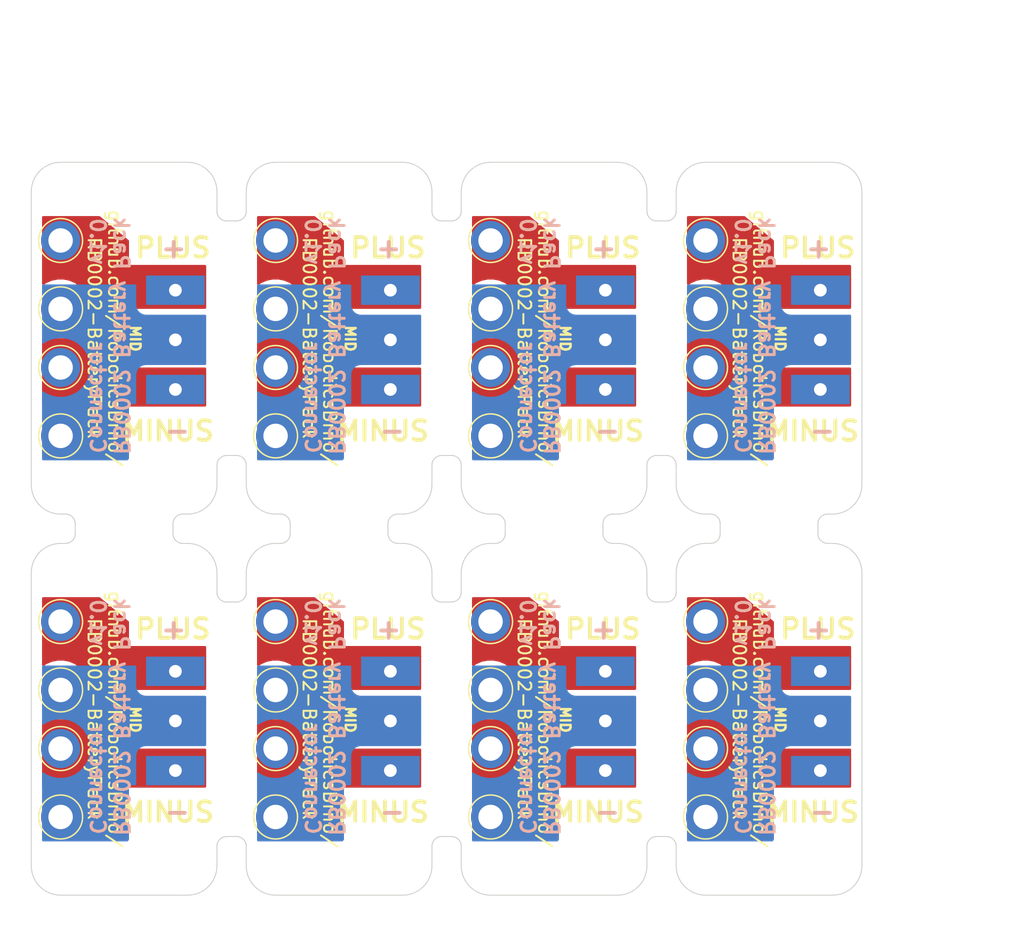
<source format=kicad_pcb>
(kicad_pcb (version 20171130) (host pcbnew 5.1.4+dfsg1-1)
  (layers (0 F.Cu signal) (31 B.Cu signal) (34 B.Paste user) (35 F.Paste user) (36 B.SilkS user) (37 F.SilkS user) (38 B.Mask user) (39 F.Mask user) (44 Edge.Cuts user))
  (net 0 "")
  (net 1 Board_1-Board_1-/MID)
  (net 2 Board_1-Board_1-/OUT+)
  (net 3 Board_1-Board_1-/OUT-)
  (net 4 Board_2-Board_1-/MID)
  (net 5 Board_2-Board_1-/OUT+)
  (net 6 Board_2-Board_1-/OUT-)
  (net 7 Board_3-Board_1-/MID)
  (net 8 Board_3-Board_1-/OUT+)
  (net 9 Board_3-Board_1-/OUT-)
  (net 10 Board_4-Board_1-/MID)
  (net 11 Board_4-Board_1-/OUT+)
  (net 12 Board_4-Board_1-/OUT-)
  (net 13 Board_5-Board_1-/MID)
  (net 14 Board_5-Board_1-/OUT+)
  (net 15 Board_5-Board_1-/OUT-)
  (net 16 Board_6-Board_1-/MID)
  (net 17 Board_6-Board_1-/OUT+)
  (net 18 Board_6-Board_1-/OUT-)
  (net 19 Board_7-Board_1-/MID)
  (net 20 Board_7-Board_1-/OUT+)
  (net 21 Board_7-Board_1-/OUT-)
  (net 22 Board_8-Board_1-/MID)
  (net 23 Board_8-Board_1-/OUT+)
  (net 24 Board_8-Board_1-/OUT-)
  (module batteryPack:Terminal_1x03_P5.08mm_Horizontal (layer F.Cu) (at 130.757064 112.253038 90)
    (fp_text reference J6 hide)
    (fp_text value CableConnector)
    (pad 1 thru_hole rect (at 0 0 90) (size 3 6) (drill 1.3) (layers *.Cu *.Mask) (net 24 Board_8-Board_1-/OUT-))
    (pad 2 thru_hole rect (at 5.08 0 90) (size 3 6) (drill 1.3) (layers *.Cu *.Mask) (net 22 Board_8-Board_1-/MID))
    (pad 3 thru_hole rect (at 10.16 0 90) (size 3 6) (drill 1.3) (layers *.Cu *.Mask) (net 23 Board_8-Board_1-/OUT+))
  )
  (module batteryPack:2mm_Banana-Vertical (layer F.Cu) (at 119.007064 117.003038)
    (fp_text reference J5 hide)
    (fp_text value B2+)
    (pad 1 thru_hole circle (at 0 0) (size 4 4) (drill 2.5) (layers *.Cu *.Mask) (net 22 Board_8-Board_1-/MID))
  )
  (module batteryPack:2mm_Banana-Vertical (layer F.Cu) (at 119.007064 110.003038)
    (fp_text reference J4 hide)
    (fp_text value B2-)
    (pad 1 thru_hole circle (at 0 0) (size 4 4) (drill 2.5) (layers *.Cu *.Mask) (net 24 Board_8-Board_1-/OUT-))
  )
  (module batteryPack:2mm_Banana-Vertical (layer F.Cu) (at 119.007064 104.003038)
    (fp_text reference J3 hide)
    (fp_text value B1-)
    (pad 1 thru_hole circle (at 0 0) (size 4 4) (drill 2.5) (layers *.Cu *.Mask) (net 22 Board_8-Board_1-/MID))
  )
  (module batteryPack:2mm_Banana-Vertical (layer F.Cu) (at 119.007064 97.003038)
    (fp_text reference J2 hide)
    (fp_text value B1+)
    (pad 1 thru_hole circle (at 0 0) (size 4 4) (drill 2.5) (layers *.Cu *.Mask) (net 23 Board_8-Board_1-/OUT+))
  )
  (module MountingHole:MountingHole_3.2mm_M3 (layer F.Cu) (at 128.007064 121.003038)
    (fp_text reference H2 hide)
    (fp_text value MountingHole)
    (pad 1 np_thru_hole circle (at 0 0) (size 3.2 3.2) (drill 3.2) (layers *.Cu *.Mask))
  )
  (module MountingHole:MountingHole_3.2mm_M3 (layer F.Cu) (at 128.007064 93.003038)
    (fp_text reference H1 hide)
    (fp_text value MountingHole)
    (pad 1 np_thru_hole circle (at 0 0) (size 3.2 3.2) (drill 3.2) (layers *.Cu *.Mask))
  )
  (module batteryPack:Terminal_1x03_P5.08mm_Horizontal (layer F.Cu) (at 108.755043 112.253038 90)
    (fp_text reference J6 hide)
    (fp_text value CableConnector)
    (pad 1 thru_hole rect (at 0 0 90) (size 3 6) (drill 1.3) (layers *.Cu *.Mask) (net 21 Board_7-Board_1-/OUT-))
    (pad 2 thru_hole rect (at 5.08 0 90) (size 3 6) (drill 1.3) (layers *.Cu *.Mask) (net 19 Board_7-Board_1-/MID))
    (pad 3 thru_hole rect (at 10.16 0 90) (size 3 6) (drill 1.3) (layers *.Cu *.Mask) (net 20 Board_7-Board_1-/OUT+))
  )
  (module batteryPack:2mm_Banana-Vertical (layer F.Cu) (at 97.005043 117.003038)
    (fp_text reference J5 hide)
    (fp_text value B2+)
    (pad 1 thru_hole circle (at 0 0) (size 4 4) (drill 2.5) (layers *.Cu *.Mask) (net 19 Board_7-Board_1-/MID))
  )
  (module batteryPack:2mm_Banana-Vertical (layer F.Cu) (at 97.005043 110.003038)
    (fp_text reference J4 hide)
    (fp_text value B2-)
    (pad 1 thru_hole circle (at 0 0) (size 4 4) (drill 2.5) (layers *.Cu *.Mask) (net 21 Board_7-Board_1-/OUT-))
  )
  (module batteryPack:2mm_Banana-Vertical (layer F.Cu) (at 97.005043 104.003038)
    (fp_text reference J3 hide)
    (fp_text value B1-)
    (pad 1 thru_hole circle (at 0 0) (size 4 4) (drill 2.5) (layers *.Cu *.Mask) (net 19 Board_7-Board_1-/MID))
  )
  (module batteryPack:2mm_Banana-Vertical (layer F.Cu) (at 97.005043 97.003038)
    (fp_text reference J2 hide)
    (fp_text value B1+)
    (pad 1 thru_hole circle (at 0 0) (size 4 4) (drill 2.5) (layers *.Cu *.Mask) (net 20 Board_7-Board_1-/OUT+))
  )
  (module MountingHole:MountingHole_3.2mm_M3 (layer F.Cu) (at 106.005043 121.003038)
    (fp_text reference H2 hide)
    (fp_text value MountingHole)
    (pad 1 np_thru_hole circle (at 0 0) (size 3.2 3.2) (drill 3.2) (layers *.Cu *.Mask))
  )
  (module MountingHole:MountingHole_3.2mm_M3 (layer F.Cu) (at 106.005043 93.003038)
    (fp_text reference H1 hide)
    (fp_text value MountingHole)
    (pad 1 np_thru_hole circle (at 0 0) (size 3.2 3.2) (drill 3.2) (layers *.Cu *.Mask))
  )
  (module batteryPack:Terminal_1x03_P5.08mm_Horizontal (layer F.Cu) (at 86.753022 112.253038 90)
    (fp_text reference J6 hide)
    (fp_text value CableConnector)
    (pad 1 thru_hole rect (at 0 0 90) (size 3 6) (drill 1.3) (layers *.Cu *.Mask) (net 18 Board_6-Board_1-/OUT-))
    (pad 2 thru_hole rect (at 5.08 0 90) (size 3 6) (drill 1.3) (layers *.Cu *.Mask) (net 16 Board_6-Board_1-/MID))
    (pad 3 thru_hole rect (at 10.16 0 90) (size 3 6) (drill 1.3) (layers *.Cu *.Mask) (net 17 Board_6-Board_1-/OUT+))
  )
  (module batteryPack:2mm_Banana-Vertical (layer F.Cu) (at 75.003022 117.003038)
    (fp_text reference J5 hide)
    (fp_text value B2+)
    (pad 1 thru_hole circle (at 0 0) (size 4 4) (drill 2.5) (layers *.Cu *.Mask) (net 16 Board_6-Board_1-/MID))
  )
  (module batteryPack:2mm_Banana-Vertical (layer F.Cu) (at 75.003022 110.003038)
    (fp_text reference J4 hide)
    (fp_text value B2-)
    (pad 1 thru_hole circle (at 0 0) (size 4 4) (drill 2.5) (layers *.Cu *.Mask) (net 18 Board_6-Board_1-/OUT-))
  )
  (module batteryPack:2mm_Banana-Vertical (layer F.Cu) (at 75.003022 104.003038)
    (fp_text reference J3 hide)
    (fp_text value B1-)
    (pad 1 thru_hole circle (at 0 0) (size 4 4) (drill 2.5) (layers *.Cu *.Mask) (net 16 Board_6-Board_1-/MID))
  )
  (module batteryPack:2mm_Banana-Vertical (layer F.Cu) (at 75.003022 97.003038)
    (fp_text reference J2 hide)
    (fp_text value B1+)
    (pad 1 thru_hole circle (at 0 0) (size 4 4) (drill 2.5) (layers *.Cu *.Mask) (net 17 Board_6-Board_1-/OUT+))
  )
  (module MountingHole:MountingHole_3.2mm_M3 (layer F.Cu) (at 84.003022 121.003038)
    (fp_text reference H2 hide)
    (fp_text value MountingHole)
    (pad 1 np_thru_hole circle (at 0 0) (size 3.2 3.2) (drill 3.2) (layers *.Cu *.Mask))
  )
  (module MountingHole:MountingHole_3.2mm_M3 (layer F.Cu) (at 84.003022 93.003038)
    (fp_text reference H1 hide)
    (fp_text value MountingHole)
    (pad 1 np_thru_hole circle (at 0 0) (size 3.2 3.2) (drill 3.2) (layers *.Cu *.Mask))
  )
  (module batteryPack:Terminal_1x03_P5.08mm_Horizontal (layer F.Cu) (at 64.751001 112.253038 90)
    (fp_text reference J6 hide)
    (fp_text value CableConnector)
    (pad 1 thru_hole rect (at 0 0 90) (size 3 6) (drill 1.3) (layers *.Cu *.Mask) (net 15 Board_5-Board_1-/OUT-))
    (pad 2 thru_hole rect (at 5.08 0 90) (size 3 6) (drill 1.3) (layers *.Cu *.Mask) (net 13 Board_5-Board_1-/MID))
    (pad 3 thru_hole rect (at 10.16 0 90) (size 3 6) (drill 1.3) (layers *.Cu *.Mask) (net 14 Board_5-Board_1-/OUT+))
  )
  (module batteryPack:2mm_Banana-Vertical (layer F.Cu) (at 53.001001 117.003038)
    (fp_text reference J5 hide)
    (fp_text value B2+)
    (pad 1 thru_hole circle (at 0 0) (size 4 4) (drill 2.5) (layers *.Cu *.Mask) (net 13 Board_5-Board_1-/MID))
  )
  (module batteryPack:2mm_Banana-Vertical (layer F.Cu) (at 53.001001 110.003038)
    (fp_text reference J4 hide)
    (fp_text value B2-)
    (pad 1 thru_hole circle (at 0 0) (size 4 4) (drill 2.5) (layers *.Cu *.Mask) (net 15 Board_5-Board_1-/OUT-))
  )
  (module batteryPack:2mm_Banana-Vertical (layer F.Cu) (at 53.001001 104.003038)
    (fp_text reference J3 hide)
    (fp_text value B1-)
    (pad 1 thru_hole circle (at 0 0) (size 4 4) (drill 2.5) (layers *.Cu *.Mask) (net 13 Board_5-Board_1-/MID))
  )
  (module batteryPack:2mm_Banana-Vertical (layer F.Cu) (at 53.001001 97.003038)
    (fp_text reference J2 hide)
    (fp_text value B1+)
    (pad 1 thru_hole circle (at 0 0) (size 4 4) (drill 2.5) (layers *.Cu *.Mask) (net 14 Board_5-Board_1-/OUT+))
  )
  (module MountingHole:MountingHole_3.2mm_M3 (layer F.Cu) (at 62.001001 121.003038)
    (fp_text reference H2 hide)
    (fp_text value MountingHole)
    (pad 1 np_thru_hole circle (at 0 0) (size 3.2 3.2) (drill 3.2) (layers *.Cu *.Mask))
  )
  (module MountingHole:MountingHole_3.2mm_M3 (layer F.Cu) (at 62.001001 93.003038)
    (fp_text reference H1 hide)
    (fp_text value MountingHole)
    (pad 1 np_thru_hole circle (at 0 0) (size 3.2 3.2) (drill 3.2) (layers *.Cu *.Mask))
  )
  (module batteryPack:Terminal_1x03_P5.08mm_Horizontal (layer F.Cu) (at 130.757064 73.251001 90)
    (fp_text reference J6 hide)
    (fp_text value CableConnector)
    (pad 1 thru_hole rect (at 0 0 90) (size 3 6) (drill 1.3) (layers *.Cu *.Mask) (net 12 Board_4-Board_1-/OUT-))
    (pad 2 thru_hole rect (at 5.08 0 90) (size 3 6) (drill 1.3) (layers *.Cu *.Mask) (net 10 Board_4-Board_1-/MID))
    (pad 3 thru_hole rect (at 10.16 0 90) (size 3 6) (drill 1.3) (layers *.Cu *.Mask) (net 11 Board_4-Board_1-/OUT+))
  )
  (module batteryPack:2mm_Banana-Vertical (layer F.Cu) (at 119.007064 78.001001)
    (fp_text reference J5 hide)
    (fp_text value B2+)
    (pad 1 thru_hole circle (at 0 0) (size 4 4) (drill 2.5) (layers *.Cu *.Mask) (net 10 Board_4-Board_1-/MID))
  )
  (module batteryPack:2mm_Banana-Vertical (layer F.Cu) (at 119.007064 71.001001)
    (fp_text reference J4 hide)
    (fp_text value B2-)
    (pad 1 thru_hole circle (at 0 0) (size 4 4) (drill 2.5) (layers *.Cu *.Mask) (net 12 Board_4-Board_1-/OUT-))
  )
  (module batteryPack:2mm_Banana-Vertical (layer F.Cu) (at 119.007064 65.001001)
    (fp_text reference J3 hide)
    (fp_text value B1-)
    (pad 1 thru_hole circle (at 0 0) (size 4 4) (drill 2.5) (layers *.Cu *.Mask) (net 10 Board_4-Board_1-/MID))
  )
  (module batteryPack:2mm_Banana-Vertical (layer F.Cu) (at 119.007064 58.001001)
    (fp_text reference J2 hide)
    (fp_text value B1+)
    (pad 1 thru_hole circle (at 0 0) (size 4 4) (drill 2.5) (layers *.Cu *.Mask) (net 11 Board_4-Board_1-/OUT+))
  )
  (module MountingHole:MountingHole_3.2mm_M3 (layer F.Cu) (at 128.007064 82.001001)
    (fp_text reference H2 hide)
    (fp_text value MountingHole)
    (pad 1 np_thru_hole circle (at 0 0) (size 3.2 3.2) (drill 3.2) (layers *.Cu *.Mask))
  )
  (module MountingHole:MountingHole_3.2mm_M3 (layer F.Cu) (at 128.007064 54.001001)
    (fp_text reference H1 hide)
    (fp_text value MountingHole)
    (pad 1 np_thru_hole circle (at 0 0) (size 3.2 3.2) (drill 3.2) (layers *.Cu *.Mask))
  )
  (module batteryPack:Terminal_1x03_P5.08mm_Horizontal (layer F.Cu) (at 108.755043 73.251001 90)
    (fp_text reference J6 hide)
    (fp_text value CableConnector)
    (pad 1 thru_hole rect (at 0 0 90) (size 3 6) (drill 1.3) (layers *.Cu *.Mask) (net 9 Board_3-Board_1-/OUT-))
    (pad 2 thru_hole rect (at 5.08 0 90) (size 3 6) (drill 1.3) (layers *.Cu *.Mask) (net 7 Board_3-Board_1-/MID))
    (pad 3 thru_hole rect (at 10.16 0 90) (size 3 6) (drill 1.3) (layers *.Cu *.Mask) (net 8 Board_3-Board_1-/OUT+))
  )
  (module batteryPack:2mm_Banana-Vertical (layer F.Cu) (at 97.005043 78.001001)
    (fp_text reference J5 hide)
    (fp_text value B2+)
    (pad 1 thru_hole circle (at 0 0) (size 4 4) (drill 2.5) (layers *.Cu *.Mask) (net 7 Board_3-Board_1-/MID))
  )
  (module batteryPack:2mm_Banana-Vertical (layer F.Cu) (at 97.005043 71.001001)
    (fp_text reference J4 hide)
    (fp_text value B2-)
    (pad 1 thru_hole circle (at 0 0) (size 4 4) (drill 2.5) (layers *.Cu *.Mask) (net 9 Board_3-Board_1-/OUT-))
  )
  (module batteryPack:2mm_Banana-Vertical (layer F.Cu) (at 97.005043 65.001001)
    (fp_text reference J3 hide)
    (fp_text value B1-)
    (pad 1 thru_hole circle (at 0 0) (size 4 4) (drill 2.5) (layers *.Cu *.Mask) (net 7 Board_3-Board_1-/MID))
  )
  (module batteryPack:2mm_Banana-Vertical (layer F.Cu) (at 97.005043 58.001001)
    (fp_text reference J2 hide)
    (fp_text value B1+)
    (pad 1 thru_hole circle (at 0 0) (size 4 4) (drill 2.5) (layers *.Cu *.Mask) (net 8 Board_3-Board_1-/OUT+))
  )
  (module MountingHole:MountingHole_3.2mm_M3 (layer F.Cu) (at 106.005043 82.001001)
    (fp_text reference H2 hide)
    (fp_text value MountingHole)
    (pad 1 np_thru_hole circle (at 0 0) (size 3.2 3.2) (drill 3.2) (layers *.Cu *.Mask))
  )
  (module MountingHole:MountingHole_3.2mm_M3 (layer F.Cu) (at 106.005043 54.001001)
    (fp_text reference H1 hide)
    (fp_text value MountingHole)
    (pad 1 np_thru_hole circle (at 0 0) (size 3.2 3.2) (drill 3.2) (layers *.Cu *.Mask))
  )
  (module batteryPack:Terminal_1x03_P5.08mm_Horizontal (layer F.Cu) (at 86.753022 73.251001 90)
    (fp_text reference J6 hide)
    (fp_text value CableConnector)
    (pad 1 thru_hole rect (at 0 0 90) (size 3 6) (drill 1.3) (layers *.Cu *.Mask) (net 6 Board_2-Board_1-/OUT-))
    (pad 2 thru_hole rect (at 5.08 0 90) (size 3 6) (drill 1.3) (layers *.Cu *.Mask) (net 4 Board_2-Board_1-/MID))
    (pad 3 thru_hole rect (at 10.16 0 90) (size 3 6) (drill 1.3) (layers *.Cu *.Mask) (net 5 Board_2-Board_1-/OUT+))
  )
  (module batteryPack:2mm_Banana-Vertical (layer F.Cu) (at 75.003022 78.001001)
    (fp_text reference J5 hide)
    (fp_text value B2+)
    (pad 1 thru_hole circle (at 0 0) (size 4 4) (drill 2.5) (layers *.Cu *.Mask) (net 4 Board_2-Board_1-/MID))
  )
  (module batteryPack:2mm_Banana-Vertical (layer F.Cu) (at 75.003022 71.001001)
    (fp_text reference J4 hide)
    (fp_text value B2-)
    (pad 1 thru_hole circle (at 0 0) (size 4 4) (drill 2.5) (layers *.Cu *.Mask) (net 6 Board_2-Board_1-/OUT-))
  )
  (module batteryPack:2mm_Banana-Vertical (layer F.Cu) (at 75.003022 65.001001)
    (fp_text reference J3 hide)
    (fp_text value B1-)
    (pad 1 thru_hole circle (at 0 0) (size 4 4) (drill 2.5) (layers *.Cu *.Mask) (net 4 Board_2-Board_1-/MID))
  )
  (module batteryPack:2mm_Banana-Vertical (layer F.Cu) (at 75.003022 58.001001)
    (fp_text reference J2 hide)
    (fp_text value B1+)
    (pad 1 thru_hole circle (at 0 0) (size 4 4) (drill 2.5) (layers *.Cu *.Mask) (net 5 Board_2-Board_1-/OUT+))
  )
  (module MountingHole:MountingHole_3.2mm_M3 (layer F.Cu) (at 84.003022 82.001001)
    (fp_text reference H2 hide)
    (fp_text value MountingHole)
    (pad 1 np_thru_hole circle (at 0 0) (size 3.2 3.2) (drill 3.2) (layers *.Cu *.Mask))
  )
  (module MountingHole:MountingHole_3.2mm_M3 (layer F.Cu) (at 84.003022 54.001001)
    (fp_text reference H1 hide)
    (fp_text value MountingHole)
    (pad 1 np_thru_hole circle (at 0 0) (size 3.2 3.2) (drill 3.2) (layers *.Cu *.Mask))
  )
  (module batteryPack:Terminal_1x03_P5.08mm_Horizontal (layer F.Cu) (at 64.751001 73.251001 90)
    (fp_text reference J6 hide)
    (fp_text value CableConnector)
    (pad 1 thru_hole rect (at 0 0 90) (size 3 6) (drill 1.3) (layers *.Cu *.Mask) (net 3 Board_1-Board_1-/OUT-))
    (pad 2 thru_hole rect (at 5.08 0 90) (size 3 6) (drill 1.3) (layers *.Cu *.Mask) (net 1 Board_1-Board_1-/MID))
    (pad 3 thru_hole rect (at 10.16 0 90) (size 3 6) (drill 1.3) (layers *.Cu *.Mask) (net 2 Board_1-Board_1-/OUT+))
  )
  (module batteryPack:2mm_Banana-Vertical (layer F.Cu) (at 53.001001 78.001001)
    (fp_text reference J5 hide)
    (fp_text value B2+)
    (pad 1 thru_hole circle (at 0 0) (size 4 4) (drill 2.5) (layers *.Cu *.Mask) (net 1 Board_1-Board_1-/MID))
  )
  (module batteryPack:2mm_Banana-Vertical (layer F.Cu) (at 53.001001 71.001001)
    (fp_text reference J4 hide)
    (fp_text value B2-)
    (pad 1 thru_hole circle (at 0 0) (size 4 4) (drill 2.5) (layers *.Cu *.Mask) (net 3 Board_1-Board_1-/OUT-))
  )
  (module batteryPack:2mm_Banana-Vertical (layer F.Cu) (at 53.001001 65.001001)
    (fp_text reference J3 hide)
    (fp_text value B1-)
    (pad 1 thru_hole circle (at 0 0) (size 4 4) (drill 2.5) (layers *.Cu *.Mask) (net 1 Board_1-Board_1-/MID))
  )
  (module batteryPack:2mm_Banana-Vertical (layer F.Cu) (at 53.001001 58.001001)
    (fp_text reference J2 hide)
    (fp_text value B1+)
    (pad 1 thru_hole circle (at 0 0) (size 4 4) (drill 2.5) (layers *.Cu *.Mask) (net 2 Board_1-Board_1-/OUT+))
  )
  (module MountingHole:MountingHole_3.2mm_M3 (layer F.Cu) (at 62.001001 82.001001)
    (fp_text reference H2 hide)
    (fp_text value MountingHole)
    (pad 1 np_thru_hole circle (at 0 0) (size 3.2 3.2) (drill 3.2) (layers *.Cu *.Mask))
  )
  (module MountingHole:MountingHole_3.2mm_M3 (layer F.Cu) (at 62.001001 54.001001)
    (fp_text reference H1 hide)
    (fp_text value MountingHole)
    (pad 1 np_thru_hole circle (at 0 0) (size 3.2 3.2) (drill 3.2) (layers *.Cu *.Mask))
  )
  (gr_line (start 66.0009 89.0011) (end 65.4923 89.001) (layer Edge.Cuts) (width 0.1))
  (gr_line (start 66.3145 89.0177) (end 66.0009 89.0011) (layer Edge.Cuts) (width 0.1))
  (gr_line (start 66.6254 89.067) (end 66.3145 89.0177) (layer Edge.Cuts) (width 0.1))
  (gr_line (start 66.9159 89.1445) (end 66.6254 89.067) (layer Edge.Cuts) (width 0.1))
  (gr_line (start 66.9406 89.1525) (end 66.9159 89.1445) (layer Edge.Cuts) (width 0.1))
  (gr_line (start 67.2097 89.2557) (end 66.9406 89.1525) (layer Edge.Cuts) (width 0.1))
  (gr_line (start 67.2338 89.2665) (end 67.2097 89.2557) (layer Edge.Cuts) (width 0.1))
  (gr_line (start 67.5016 89.4034) (end 67.2338 89.2665) (layer Edge.Cuts) (width 0.1))
  (gr_line (start 67.7545 89.5672) (end 67.5016 89.4034) (layer Edge.Cuts) (width 0.1))
  (gr_line (start 67.7758 89.5827) (end 67.7545 89.5672) (layer Edge.Cuts) (width 0.1))
  (gr_line (start 68.0094 89.7723) (end 67.7758 89.5827) (layer Edge.Cuts) (width 0.1))
  (gr_line (start 68.2228 89.9852) (end 68.0094 89.7723) (layer Edge.Cuts) (width 0.1))
  (gr_line (start 68.2402 90.0045) (end 68.2228 89.9852) (layer Edge.Cuts) (width 0.1))
  (gr_line (start 68.4295 90.2388) (end 68.2402 90.0045) (layer Edge.Cuts) (width 0.1))
  (gr_line (start 68.5936 90.491) (end 68.4295 90.2388) (layer Edge.Cuts) (width 0.1))
  (gr_line (start 68.6067 90.5137) (end 68.5936 90.491) (layer Edge.Cuts) (width 0.1))
  (gr_line (start 68.7431 90.7819) (end 68.6067 90.5137) (layer Edge.Cuts) (width 0.1))
  (gr_line (start 68.8513 91.0631) (end 68.7431 90.7819) (layer Edge.Cuts) (width 0.1))
  (gr_line (start 68.8594 91.0881) (end 68.8513 91.0631) (layer Edge.Cuts) (width 0.1))
  (gr_line (start 68.9371 91.3792) (end 68.8594 91.0881) (layer Edge.Cuts) (width 0.1))
  (gr_line (start 68.9862 91.6891) (end 68.9371 91.3792) (layer Edge.Cuts) (width 0.1))
  (gr_line (start 69.0029 92.0031) (end 68.9862 91.6891) (layer Edge.Cuts) (width 0.1))
  (gr_line (start 69.003 94.0118) (end 69.0029 92.0031) (layer Edge.Cuts) (width 0.1))
  (gr_line (start 69.0078 94.1091) (end 69.003 94.0118) (layer Edge.Cuts) (width 0.1))
  (gr_line (start 69.022 94.2052) (end 69.0078 94.1091) (layer Edge.Cuts) (width 0.1))
  (gr_line (start 69.0456 94.2994) (end 69.022 94.2052) (layer Edge.Cuts) (width 0.1))
  (gr_line (start 69.0784 94.3909) (end 69.0456 94.2994) (layer Edge.Cuts) (width 0.1))
  (gr_line (start 69.1199 94.4787) (end 69.0784 94.3909) (layer Edge.Cuts) (width 0.1))
  (gr_line (start 69.1699 94.5621) (end 69.1199 94.4787) (layer Edge.Cuts) (width 0.1))
  (gr_line (start 69.2277 94.6401) (end 69.1699 94.5621) (layer Edge.Cuts) (width 0.1))
  (gr_line (start 69.293 94.7121) (end 69.2277 94.6401) (layer Edge.Cuts) (width 0.1))
  (gr_line (start 69.365 94.7773) (end 69.293 94.7121) (layer Edge.Cuts) (width 0.1))
  (gr_line (start 69.443 94.8352) (end 69.365 94.7773) (layer Edge.Cuts) (width 0.1))
  (gr_line (start 69.5263 94.8851) (end 69.443 94.8352) (layer Edge.Cuts) (width 0.1))
  (gr_line (start 69.6141 94.9267) (end 69.5263 94.8851) (layer Edge.Cuts) (width 0.1))
  (gr_line (start 69.7056 94.9594) (end 69.6141 94.9267) (layer Edge.Cuts) (width 0.1))
  (gr_line (start 69.7999 94.983) (end 69.7056 94.9594) (layer Edge.Cuts) (width 0.1))
  (gr_line (start 69.896 94.9973) (end 69.7999 94.983) (layer Edge.Cuts) (width 0.1))
  (gr_line (start 69.9932 95.0021) (end 69.896 94.9973) (layer Edge.Cuts) (width 0.1))
  (gr_line (start 71.0108 95.0021) (end 69.9932 95.0021) (layer Edge.Cuts) (width 0.1))
  (gr_line (start 71.108 94.9973) (end 71.0108 95.0021) (layer Edge.Cuts) (width 0.1))
  (gr_line (start 71.2041 94.983) (end 71.108 94.9973) (layer Edge.Cuts) (width 0.1))
  (gr_line (start 71.2984 94.9594) (end 71.2041 94.983) (layer Edge.Cuts) (width 0.1))
  (gr_line (start 71.3899 94.9267) (end 71.2984 94.9594) (layer Edge.Cuts) (width 0.1))
  (gr_line (start 71.4777 94.8851) (end 71.3899 94.9267) (layer Edge.Cuts) (width 0.1))
  (gr_line (start 71.561 94.8352) (end 71.4777 94.8851) (layer Edge.Cuts) (width 0.1))
  (gr_line (start 71.639 94.7773) (end 71.561 94.8352) (layer Edge.Cuts) (width 0.1))
  (gr_line (start 71.711 94.7121) (end 71.639 94.7773) (layer Edge.Cuts) (width 0.1))
  (gr_line (start 71.7763 94.6401) (end 71.711 94.7121) (layer Edge.Cuts) (width 0.1))
  (gr_line (start 71.8341 94.5621) (end 71.7763 94.6401) (layer Edge.Cuts) (width 0.1))
  (gr_line (start 71.8841 94.4787) (end 71.8341 94.5621) (layer Edge.Cuts) (width 0.1))
  (gr_line (start 71.9256 94.3909) (end 71.8841 94.4787) (layer Edge.Cuts) (width 0.1))
  (gr_line (start 71.9584 94.2994) (end 71.9256 94.3909) (layer Edge.Cuts) (width 0.1))
  (gr_line (start 71.982 94.2052) (end 71.9584 94.2994) (layer Edge.Cuts) (width 0.1))
  (gr_line (start 71.9962 94.1091) (end 71.982 94.2052) (layer Edge.Cuts) (width 0.1))
  (gr_line (start 72.001 94.0118) (end 71.9962 94.1091) (layer Edge.Cuts) (width 0.1))
  (gr_line (start 72.001 92.0094) (end 72.001 94.0118) (layer Edge.Cuts) (width 0.1))
  (gr_line (start 72.0178 91.689) (end 72.001 92.0094) (layer Edge.Cuts) (width 0.1))
  (gr_line (start 72.067 91.3787) (end 72.0178 91.689) (layer Edge.Cuts) (width 0.1))
  (gr_line (start 72.1484 91.0752) (end 72.067 91.3787) (layer Edge.Cuts) (width 0.1))
  (gr_line (start 72.261 90.7818) (end 72.1484 91.0752) (layer Edge.Cuts) (width 0.1))
  (gr_line (start 72.3973 90.5137) (end 72.261 90.7818) (layer Edge.Cuts) (width 0.1))
  (gr_line (start 72.4104 90.491) (end 72.3973 90.5137) (layer Edge.Cuts) (width 0.1))
  (gr_line (start 72.5744 90.2389) (end 72.4104 90.491) (layer Edge.Cuts) (width 0.1))
  (gr_line (start 72.7638 90.0046) (end 72.5744 90.2389) (layer Edge.Cuts) (width 0.1))
  (gr_line (start 72.7813 89.985) (end 72.7638 90.0046) (layer Edge.Cuts) (width 0.1))
  (gr_line (start 72.9947 89.7722) (end 72.7813 89.985) (layer Edge.Cuts) (width 0.1))
  (gr_line (start 73.2282 89.5827) (end 72.9947 89.7722) (layer Edge.Cuts) (width 0.1))
  (gr_line (start 73.2494 89.5672) (end 73.2282 89.5827) (layer Edge.Cuts) (width 0.1))
  (gr_line (start 73.5024 89.4034) (end 73.2494 89.5672) (layer Edge.Cuts) (width 0.1))
  (gr_line (start 73.7819 89.2609) (end 73.5024 89.4034) (layer Edge.Cuts) (width 0.1))
  (gr_line (start 74.0631 89.1526) (end 73.7819 89.2609) (layer Edge.Cuts) (width 0.1))
  (gr_line (start 74.088 89.1446) (end 74.0631 89.1526) (layer Edge.Cuts) (width 0.1))
  (gr_line (start 74.3791 89.0669) (end 74.088 89.1446) (layer Edge.Cuts) (width 0.1))
  (gr_line (start 74.6765 89.0194) (end 74.3791 89.0669) (layer Edge.Cuts) (width 0.1))
  (gr_line (start 74.7024 89.0167) (end 74.6765 89.0194) (layer Edge.Cuts) (width 0.1))
  (gr_line (start 75.0031 89.0011) (end 74.7024 89.0167) (layer Edge.Cuts) (width 0.1))
  (gr_line (start 75.5118 89.001) (end 75.0031 89.0011) (layer Edge.Cuts) (width 0.1))
  (gr_line (start 75.6091 88.9962) (end 75.5118 89.001) (layer Edge.Cuts) (width 0.1))
  (gr_line (start 75.7052 88.982) (end 75.6091 88.9962) (layer Edge.Cuts) (width 0.1))
  (gr_line (start 75.7994 88.9584) (end 75.7052 88.982) (layer Edge.Cuts) (width 0.1))
  (gr_line (start 75.8909 88.9256) (end 75.7994 88.9584) (layer Edge.Cuts) (width 0.1))
  (gr_line (start 75.9787 88.8841) (end 75.8909 88.9256) (layer Edge.Cuts) (width 0.1))
  (gr_line (start 76.062 88.8341) (end 75.9787 88.8841) (layer Edge.Cuts) (width 0.1))
  (gr_line (start 76.1401 88.7763) (end 76.062 88.8341) (layer Edge.Cuts) (width 0.1))
  (gr_line (start 76.2121 88.711) (end 76.1401 88.7763) (layer Edge.Cuts) (width 0.1))
  (gr_line (start 76.2773 88.639) (end 76.2121 88.711) (layer Edge.Cuts) (width 0.1))
  (gr_line (start 76.3352 88.561) (end 76.2773 88.639) (layer Edge.Cuts) (width 0.1))
  (gr_line (start 76.3851 88.4777) (end 76.3352 88.561) (layer Edge.Cuts) (width 0.1))
  (gr_line (start 76.4267 88.3899) (end 76.3851 88.4777) (layer Edge.Cuts) (width 0.1))
  (gr_line (start 76.4594 88.2984) (end 76.4267 88.3899) (layer Edge.Cuts) (width 0.1))
  (gr_line (start 76.483 88.2041) (end 76.4594 88.2984) (layer Edge.Cuts) (width 0.1))
  (gr_line (start 76.4973 88.108) (end 76.483 88.2041) (layer Edge.Cuts) (width 0.1))
  (gr_line (start 76.502 88.0108) (end 76.4973 88.108) (layer Edge.Cuts) (width 0.1))
  (gr_line (start 76.502 86.9932) (end 76.502 88.0108) (layer Edge.Cuts) (width 0.1))
  (gr_line (start 76.4973 86.896) (end 76.502 86.9932) (layer Edge.Cuts) (width 0.1))
  (gr_line (start 76.483 86.7999) (end 76.4973 86.896) (layer Edge.Cuts) (width 0.1))
  (gr_line (start 76.4594 86.7056) (end 76.483 86.7999) (layer Edge.Cuts) (width 0.1))
  (gr_line (start 76.4267 86.6141) (end 76.4594 86.7056) (layer Edge.Cuts) (width 0.1))
  (gr_line (start 76.3851 86.5263) (end 76.4267 86.6141) (layer Edge.Cuts) (width 0.1))
  (gr_line (start 76.3352 86.443) (end 76.3851 86.5263) (layer Edge.Cuts) (width 0.1))
  (gr_line (start 76.2773 86.365) (end 76.3352 86.443) (layer Edge.Cuts) (width 0.1))
  (gr_line (start 76.2121 86.293) (end 76.2773 86.365) (layer Edge.Cuts) (width 0.1))
  (gr_line (start 76.1401 86.2277) (end 76.2121 86.293) (layer Edge.Cuts) (width 0.1))
  (gr_line (start 76.062 86.1699) (end 76.1401 86.2277) (layer Edge.Cuts) (width 0.1))
  (gr_line (start 75.9787 86.1199) (end 76.062 86.1699) (layer Edge.Cuts) (width 0.1))
  (gr_line (start 75.8909 86.0784) (end 75.9787 86.1199) (layer Edge.Cuts) (width 0.1))
  (gr_line (start 75.7994 86.0456) (end 75.8909 86.0784) (layer Edge.Cuts) (width 0.1))
  (gr_line (start 75.7052 86.022) (end 75.7994 86.0456) (layer Edge.Cuts) (width 0.1))
  (gr_line (start 75.6091 86.0078) (end 75.7052 86.022) (layer Edge.Cuts) (width 0.1))
  (gr_line (start 75.5118 86.003) (end 75.6091 86.0078) (layer Edge.Cuts) (width 0.1))
  (gr_line (start 75.0031 86.0029) (end 75.5118 86.003) (layer Edge.Cuts) (width 0.1))
  (gr_line (start 74.6896 85.9863) (end 75.0031 86.0029) (layer Edge.Cuts) (width 0.1))
  (gr_line (start 74.3791 85.9371) (end 74.6896 85.9863) (layer Edge.Cuts) (width 0.1))
  (gr_line (start 74.0751 85.8556) (end 74.3791 85.9371) (layer Edge.Cuts) (width 0.1))
  (gr_line (start 73.7819 85.7431) (end 74.0751 85.8556) (layer Edge.Cuts) (width 0.1))
  (gr_line (start 73.5138 85.6069) (end 73.7819 85.7431) (layer Edge.Cuts) (width 0.1))
  (gr_line (start 73.491 85.5937) (end 73.5138 85.6069) (layer Edge.Cuts) (width 0.1))
  (gr_line (start 73.2388 85.4295) (end 73.491 85.5937) (layer Edge.Cuts) (width 0.1))
  (gr_line (start 73.0045 85.2401) (end 73.2388 85.4295) (layer Edge.Cuts) (width 0.1))
  (gr_line (start 72.9849 85.2226) (end 73.0045 85.2401) (layer Edge.Cuts) (width 0.1))
  (gr_line (start 72.7814 85.019) (end 72.9849 85.2226) (layer Edge.Cuts) (width 0.1))
  (gr_line (start 72.7638 84.9995) (end 72.7814 85.019) (layer Edge.Cuts) (width 0.1))
  (gr_line (start 72.5748 84.7656) (end 72.7638 84.9995) (layer Edge.Cuts) (width 0.1))
  (gr_line (start 72.4104 84.513) (end 72.5748 84.7656) (layer Edge.Cuts) (width 0.1))
  (gr_line (start 72.3973 84.4903) (end 72.4104 84.513) (layer Edge.Cuts) (width 0.1))
  (gr_line (start 72.2609 84.2221) (end 72.3973 84.4903) (layer Edge.Cuts) (width 0.1))
  (gr_line (start 72.1527 83.9409) (end 72.2609 84.2221) (layer Edge.Cuts) (width 0.1))
  (gr_line (start 72.1446 83.9159) (end 72.1527 83.9409) (layer Edge.Cuts) (width 0.1))
  (gr_line (start 72.0669 83.6248) (end 72.1446 83.9159) (layer Edge.Cuts) (width 0.1))
  (gr_line (start 72.0178 83.3149) (end 72.0669 83.6248) (layer Edge.Cuts) (width 0.1))
  (gr_line (start 72.0011 83.0009) (end 72.0178 83.3149) (layer Edge.Cuts) (width 0.1))
  (gr_line (start 72.001 80.9923) (end 72.0011 83.0009) (layer Edge.Cuts) (width 0.1))
  (gr_line (start 71.9962 80.895) (end 72.001 80.9923) (layer Edge.Cuts) (width 0.1))
  (gr_line (start 71.982 80.7989) (end 71.9962 80.895) (layer Edge.Cuts) (width 0.1))
  (gr_line (start 71.9584 80.7046) (end 71.982 80.7989) (layer Edge.Cuts) (width 0.1))
  (gr_line (start 71.9256 80.6132) (end 71.9584 80.7046) (layer Edge.Cuts) (width 0.1))
  (gr_line (start 71.8841 80.5253) (end 71.9256 80.6132) (layer Edge.Cuts) (width 0.1))
  (gr_line (start 71.8341 80.442) (end 71.8841 80.5253) (layer Edge.Cuts) (width 0.1))
  (gr_line (start 71.7763 80.364) (end 71.8341 80.442) (layer Edge.Cuts) (width 0.1))
  (gr_line (start 71.711 80.292) (end 71.7763 80.364) (layer Edge.Cuts) (width 0.1))
  (gr_line (start 71.639 80.2267) (end 71.711 80.292) (layer Edge.Cuts) (width 0.1))
  (gr_line (start 71.561 80.1689) (end 71.639 80.2267) (layer Edge.Cuts) (width 0.1))
  (gr_line (start 71.4777 80.1189) (end 71.561 80.1689) (layer Edge.Cuts) (width 0.1))
  (gr_line (start 71.3899 80.0774) (end 71.4777 80.1189) (layer Edge.Cuts) (width 0.1))
  (gr_line (start 71.2984 80.0447) (end 71.3899 80.0774) (layer Edge.Cuts) (width 0.1))
  (gr_line (start 71.2041 80.0211) (end 71.2984 80.0447) (layer Edge.Cuts) (width 0.1))
  (gr_line (start 71.108 80.0068) (end 71.2041 80.0211) (layer Edge.Cuts) (width 0.1))
  (gr_line (start 71.0108 80.002) (end 71.108 80.0068) (layer Edge.Cuts) (width 0.1))
  (gr_line (start 69.9932 80.002) (end 71.0108 80.002) (layer Edge.Cuts) (width 0.1))
  (gr_line (start 69.896 80.0068) (end 69.9932 80.002) (layer Edge.Cuts) (width 0.1))
  (gr_line (start 69.7999 80.0211) (end 69.896 80.0068) (layer Edge.Cuts) (width 0.1))
  (gr_line (start 69.7056 80.0447) (end 69.7999 80.0211) (layer Edge.Cuts) (width 0.1))
  (gr_line (start 69.6141 80.0774) (end 69.7056 80.0447) (layer Edge.Cuts) (width 0.1))
  (gr_line (start 69.5263 80.1189) (end 69.6141 80.0774) (layer Edge.Cuts) (width 0.1))
  (gr_line (start 69.443 80.1689) (end 69.5263 80.1189) (layer Edge.Cuts) (width 0.1))
  (gr_line (start 69.365 80.2267) (end 69.443 80.1689) (layer Edge.Cuts) (width 0.1))
  (gr_line (start 69.293 80.292) (end 69.365 80.2267) (layer Edge.Cuts) (width 0.1))
  (gr_line (start 69.2277 80.364) (end 69.293 80.292) (layer Edge.Cuts) (width 0.1))
  (gr_line (start 69.1699 80.442) (end 69.2277 80.364) (layer Edge.Cuts) (width 0.1))
  (gr_line (start 69.1199 80.5253) (end 69.1699 80.442) (layer Edge.Cuts) (width 0.1))
  (gr_line (start 69.0784 80.6132) (end 69.1199 80.5253) (layer Edge.Cuts) (width 0.1))
  (gr_line (start 69.0456 80.7046) (end 69.0784 80.6132) (layer Edge.Cuts) (width 0.1))
  (gr_line (start 69.022 80.7989) (end 69.0456 80.7046) (layer Edge.Cuts) (width 0.1))
  (gr_line (start 69.0078 80.895) (end 69.022 80.7989) (layer Edge.Cuts) (width 0.1))
  (gr_line (start 69.003 80.9923) (end 69.0078 80.895) (layer Edge.Cuts) (width 0.1))
  (gr_line (start 69.003 82.9947) (end 69.003 80.9923) (layer Edge.Cuts) (width 0.1))
  (gr_line (start 68.9873 83.3016) (end 69.003 82.9947) (layer Edge.Cuts) (width 0.1))
  (gr_line (start 68.9845 83.3278) (end 68.9873 83.3016) (layer Edge.Cuts) (width 0.1))
  (gr_line (start 68.9371 83.6248) (end 68.9845 83.3278) (layer Edge.Cuts) (width 0.1))
  (gr_line (start 68.8595 83.9159) (end 68.9371 83.6248) (layer Edge.Cuts) (width 0.1))
  (gr_line (start 68.8513 83.9409) (end 68.8595 83.9159) (layer Edge.Cuts) (width 0.1))
  (gr_line (start 68.7481 84.2098) (end 68.8513 83.9409) (layer Edge.Cuts) (width 0.1))
  (gr_line (start 68.7374 84.2338) (end 68.7481 84.2098) (layer Edge.Cuts) (width 0.1))
  (gr_line (start 68.6006 84.5016) (end 68.7374 84.2338) (layer Edge.Cuts) (width 0.1))
  (gr_line (start 68.4369 84.7544) (end 68.6006 84.5016) (layer Edge.Cuts) (width 0.1))
  (gr_line (start 68.4214 84.7757) (end 68.4369 84.7544) (layer Edge.Cuts) (width 0.1))
  (gr_line (start 68.2402 84.9994) (end 68.4214 84.7757) (layer Edge.Cuts) (width 0.1))
  (gr_line (start 68.2227 85.019) (end 68.2402 84.9994) (layer Edge.Cuts) (width 0.1))
  (gr_line (start 68.0096 85.2315) (end 68.2227 85.019) (layer Edge.Cuts) (width 0.1))
  (gr_line (start 67.7758 85.4213) (end 68.0096 85.2315) (layer Edge.Cuts) (width 0.1))
  (gr_line (start 67.7546 85.4368) (end 67.7758 85.4213) (layer Edge.Cuts) (width 0.1))
  (gr_line (start 67.502 85.6003) (end 67.7546 85.4368) (layer Edge.Cuts) (width 0.1))
  (gr_line (start 67.2221 85.7431) (end 67.502 85.6003) (layer Edge.Cuts) (width 0.1))
  (gr_line (start 66.9409 85.8513) (end 67.2221 85.7431) (layer Edge.Cuts) (width 0.1))
  (gr_line (start 66.9159 85.8594) (end 66.9409 85.8513) (layer Edge.Cuts) (width 0.1))
  (gr_line (start 66.6253 85.937) (end 66.9159 85.8594) (layer Edge.Cuts) (width 0.1))
  (gr_line (start 66.3277 85.9845) (end 66.6253 85.937) (layer Edge.Cuts) (width 0.1))
  (gr_line (start 66.3015 85.9873) (end 66.3277 85.9845) (layer Edge.Cuts) (width 0.1))
  (gr_line (start 66.0009 86.0029) (end 66.3015 85.9873) (layer Edge.Cuts) (width 0.1))
  (gr_line (start 65.4923 86.003) (end 66.0009 86.0029) (layer Edge.Cuts) (width 0.1))
  (gr_line (start 65.395 86.0078) (end 65.4923 86.003) (layer Edge.Cuts) (width 0.1))
  (gr_line (start 65.2989 86.022) (end 65.395 86.0078) (layer Edge.Cuts) (width 0.1))
  (gr_line (start 65.2046 86.0456) (end 65.2989 86.022) (layer Edge.Cuts) (width 0.1))
  (gr_line (start 65.1132 86.0784) (end 65.2046 86.0456) (layer Edge.Cuts) (width 0.1))
  (gr_line (start 65.0253 86.1199) (end 65.1132 86.0784) (layer Edge.Cuts) (width 0.1))
  (gr_line (start 64.942 86.1699) (end 65.0253 86.1199) (layer Edge.Cuts) (width 0.1))
  (gr_line (start 64.864 86.2277) (end 64.942 86.1699) (layer Edge.Cuts) (width 0.1))
  (gr_line (start 64.792 86.293) (end 64.864 86.2277) (layer Edge.Cuts) (width 0.1))
  (gr_line (start 64.7267 86.365) (end 64.792 86.293) (layer Edge.Cuts) (width 0.1))
  (gr_line (start 64.6689 86.443) (end 64.7267 86.365) (layer Edge.Cuts) (width 0.1))
  (gr_line (start 64.6189 86.5263) (end 64.6689 86.443) (layer Edge.Cuts) (width 0.1))
  (gr_line (start 64.5774 86.6141) (end 64.6189 86.5263) (layer Edge.Cuts) (width 0.1))
  (gr_line (start 64.5447 86.7056) (end 64.5774 86.6141) (layer Edge.Cuts) (width 0.1))
  (gr_line (start 64.521 86.7999) (end 64.5447 86.7056) (layer Edge.Cuts) (width 0.1))
  (gr_line (start 64.5068 86.896) (end 64.521 86.7999) (layer Edge.Cuts) (width 0.1))
  (gr_line (start 64.502 86.9932) (end 64.5068 86.896) (layer Edge.Cuts) (width 0.1))
  (gr_line (start 64.502 88.0108) (end 64.502 86.9932) (layer Edge.Cuts) (width 0.1))
  (gr_line (start 64.5068 88.108) (end 64.502 88.0108) (layer Edge.Cuts) (width 0.1))
  (gr_line (start 64.521 88.2041) (end 64.5068 88.108) (layer Edge.Cuts) (width 0.1))
  (gr_line (start 64.5447 88.2984) (end 64.521 88.2041) (layer Edge.Cuts) (width 0.1))
  (gr_line (start 64.5774 88.3899) (end 64.5447 88.2984) (layer Edge.Cuts) (width 0.1))
  (gr_line (start 64.6189 88.4777) (end 64.5774 88.3899) (layer Edge.Cuts) (width 0.1))
  (gr_line (start 64.6689 88.561) (end 64.6189 88.4777) (layer Edge.Cuts) (width 0.1))
  (gr_line (start 64.7267 88.639) (end 64.6689 88.561) (layer Edge.Cuts) (width 0.1))
  (gr_line (start 64.792 88.711) (end 64.7267 88.639) (layer Edge.Cuts) (width 0.1))
  (gr_line (start 64.864 88.7763) (end 64.792 88.711) (layer Edge.Cuts) (width 0.1))
  (gr_line (start 64.942 88.8341) (end 64.864 88.7763) (layer Edge.Cuts) (width 0.1))
  (gr_line (start 65.0253 88.8841) (end 64.942 88.8341) (layer Edge.Cuts) (width 0.1))
  (gr_line (start 65.1132 88.9256) (end 65.0253 88.8841) (layer Edge.Cuts) (width 0.1))
  (gr_line (start 65.2046 88.9584) (end 65.1132 88.9256) (layer Edge.Cuts) (width 0.1))
  (gr_line (start 65.2989 88.982) (end 65.2046 88.9584) (layer Edge.Cuts) (width 0.1))
  (gr_line (start 65.395 88.9962) (end 65.2989 88.982) (layer Edge.Cuts) (width 0.1))
  (gr_line (start 65.4923 89.001) (end 65.395 88.9962) (layer Edge.Cuts) (width 0.1))
  (gr_line (start 88.0029 89.0011) (end 87.4943 89.001) (layer Edge.Cuts) (width 0.1))
  (gr_line (start 88.3165 89.0177) (end 88.0029 89.0011) (layer Edge.Cuts) (width 0.1))
  (gr_line (start 88.6274 89.067) (end 88.3165 89.0177) (layer Edge.Cuts) (width 0.1))
  (gr_line (start 88.9179 89.1445) (end 88.6274 89.067) (layer Edge.Cuts) (width 0.1))
  (gr_line (start 88.9426 89.1525) (end 88.9179 89.1445) (layer Edge.Cuts) (width 0.1))
  (gr_line (start 89.2117 89.2557) (end 88.9426 89.1525) (layer Edge.Cuts) (width 0.1))
  (gr_line (start 89.2358 89.2665) (end 89.2117 89.2557) (layer Edge.Cuts) (width 0.1))
  (gr_line (start 89.5036 89.4034) (end 89.2358 89.2665) (layer Edge.Cuts) (width 0.1))
  (gr_line (start 89.7565 89.5672) (end 89.5036 89.4034) (layer Edge.Cuts) (width 0.1))
  (gr_line (start 89.7778 89.5827) (end 89.7565 89.5672) (layer Edge.Cuts) (width 0.1))
  (gr_line (start 90.0114 89.7723) (end 89.7778 89.5827) (layer Edge.Cuts) (width 0.1))
  (gr_line (start 90.2248 89.9852) (end 90.0114 89.7723) (layer Edge.Cuts) (width 0.1))
  (gr_line (start 90.2422 90.0045) (end 90.2248 89.9852) (layer Edge.Cuts) (width 0.1))
  (gr_line (start 90.4315 90.2388) (end 90.2422 90.0045) (layer Edge.Cuts) (width 0.1))
  (gr_line (start 90.5956 90.491) (end 90.4315 90.2388) (layer Edge.Cuts) (width 0.1))
  (gr_line (start 90.6087 90.5137) (end 90.5956 90.491) (layer Edge.Cuts) (width 0.1))
  (gr_line (start 90.7451 90.7819) (end 90.6087 90.5137) (layer Edge.Cuts) (width 0.1))
  (gr_line (start 90.8533 91.0631) (end 90.7451 90.7819) (layer Edge.Cuts) (width 0.1))
  (gr_line (start 90.8614 91.0881) (end 90.8533 91.0631) (layer Edge.Cuts) (width 0.1))
  (gr_line (start 90.9391 91.3792) (end 90.8614 91.0881) (layer Edge.Cuts) (width 0.1))
  (gr_line (start 90.9882 91.6891) (end 90.9391 91.3792) (layer Edge.Cuts) (width 0.1))
  (gr_line (start 91.0049 92.0031) (end 90.9882 91.6891) (layer Edge.Cuts) (width 0.1))
  (gr_line (start 91.005 94.0118) (end 91.0049 92.0031) (layer Edge.Cuts) (width 0.1))
  (gr_line (start 91.0098 94.1091) (end 91.005 94.0118) (layer Edge.Cuts) (width 0.1))
  (gr_line (start 91.024 94.2052) (end 91.0098 94.1091) (layer Edge.Cuts) (width 0.1))
  (gr_line (start 91.0476 94.2994) (end 91.024 94.2052) (layer Edge.Cuts) (width 0.1))
  (gr_line (start 91.0804 94.3909) (end 91.0476 94.2994) (layer Edge.Cuts) (width 0.1))
  (gr_line (start 91.1219 94.4787) (end 91.0804 94.3909) (layer Edge.Cuts) (width 0.1))
  (gr_line (start 91.1719 94.5621) (end 91.1219 94.4787) (layer Edge.Cuts) (width 0.1))
  (gr_line (start 91.2297 94.6401) (end 91.1719 94.5621) (layer Edge.Cuts) (width 0.1))
  (gr_line (start 91.295 94.7121) (end 91.2297 94.6401) (layer Edge.Cuts) (width 0.1))
  (gr_line (start 91.367 94.7773) (end 91.295 94.7121) (layer Edge.Cuts) (width 0.1))
  (gr_line (start 91.445 94.8352) (end 91.367 94.7773) (layer Edge.Cuts) (width 0.1))
  (gr_line (start 91.5283 94.8851) (end 91.445 94.8352) (layer Edge.Cuts) (width 0.1))
  (gr_line (start 91.6161 94.9267) (end 91.5283 94.8851) (layer Edge.Cuts) (width 0.1))
  (gr_line (start 91.7076 94.9594) (end 91.6161 94.9267) (layer Edge.Cuts) (width 0.1))
  (gr_line (start 91.8019 94.983) (end 91.7076 94.9594) (layer Edge.Cuts) (width 0.1))
  (gr_line (start 91.898 94.9973) (end 91.8019 94.983) (layer Edge.Cuts) (width 0.1))
  (gr_line (start 91.9952 95.0021) (end 91.898 94.9973) (layer Edge.Cuts) (width 0.1))
  (gr_line (start 93.0128 95.0021) (end 91.9952 95.0021) (layer Edge.Cuts) (width 0.1))
  (gr_line (start 93.11 94.9973) (end 93.0128 95.0021) (layer Edge.Cuts) (width 0.1))
  (gr_line (start 93.2061 94.983) (end 93.11 94.9973) (layer Edge.Cuts) (width 0.1))
  (gr_line (start 93.3004 94.9594) (end 93.2061 94.983) (layer Edge.Cuts) (width 0.1))
  (gr_line (start 93.3919 94.9267) (end 93.3004 94.9594) (layer Edge.Cuts) (width 0.1))
  (gr_line (start 93.4797 94.8851) (end 93.3919 94.9267) (layer Edge.Cuts) (width 0.1))
  (gr_line (start 93.563 94.8352) (end 93.4797 94.8851) (layer Edge.Cuts) (width 0.1))
  (gr_line (start 93.641 94.7773) (end 93.563 94.8352) (layer Edge.Cuts) (width 0.1))
  (gr_line (start 93.713 94.7121) (end 93.641 94.7773) (layer Edge.Cuts) (width 0.1))
  (gr_line (start 93.7783 94.6401) (end 93.713 94.7121) (layer Edge.Cuts) (width 0.1))
  (gr_line (start 93.8361 94.5621) (end 93.7783 94.6401) (layer Edge.Cuts) (width 0.1))
  (gr_line (start 93.8861 94.4787) (end 93.8361 94.5621) (layer Edge.Cuts) (width 0.1))
  (gr_line (start 93.9276 94.3909) (end 93.8861 94.4787) (layer Edge.Cuts) (width 0.1))
  (gr_line (start 93.9604 94.2994) (end 93.9276 94.3909) (layer Edge.Cuts) (width 0.1))
  (gr_line (start 93.984 94.2052) (end 93.9604 94.2994) (layer Edge.Cuts) (width 0.1))
  (gr_line (start 93.9982 94.1091) (end 93.984 94.2052) (layer Edge.Cuts) (width 0.1))
  (gr_line (start 94.003 94.0118) (end 93.9982 94.1091) (layer Edge.Cuts) (width 0.1))
  (gr_line (start 94.003 92.0094) (end 94.003 94.0118) (layer Edge.Cuts) (width 0.1))
  (gr_line (start 94.0198 91.689) (end 94.003 92.0094) (layer Edge.Cuts) (width 0.1))
  (gr_line (start 94.069 91.3787) (end 94.0198 91.689) (layer Edge.Cuts) (width 0.1))
  (gr_line (start 94.1504 91.0752) (end 94.069 91.3787) (layer Edge.Cuts) (width 0.1))
  (gr_line (start 94.263 90.7818) (end 94.1504 91.0752) (layer Edge.Cuts) (width 0.1))
  (gr_line (start 94.3993 90.5137) (end 94.263 90.7818) (layer Edge.Cuts) (width 0.1))
  (gr_line (start 94.4124 90.491) (end 94.3993 90.5137) (layer Edge.Cuts) (width 0.1))
  (gr_line (start 94.5764 90.2389) (end 94.4124 90.491) (layer Edge.Cuts) (width 0.1))
  (gr_line (start 94.7658 90.0046) (end 94.5764 90.2389) (layer Edge.Cuts) (width 0.1))
  (gr_line (start 94.7833 89.985) (end 94.7658 90.0046) (layer Edge.Cuts) (width 0.1))
  (gr_line (start 94.9967 89.7722) (end 94.7833 89.985) (layer Edge.Cuts) (width 0.1))
  (gr_line (start 95.2302 89.5827) (end 94.9967 89.7722) (layer Edge.Cuts) (width 0.1))
  (gr_line (start 95.2514 89.5672) (end 95.2302 89.5827) (layer Edge.Cuts) (width 0.1))
  (gr_line (start 95.5044 89.4034) (end 95.2514 89.5672) (layer Edge.Cuts) (width 0.1))
  (gr_line (start 95.7839 89.2609) (end 95.5044 89.4034) (layer Edge.Cuts) (width 0.1))
  (gr_line (start 96.0651 89.1526) (end 95.7839 89.2609) (layer Edge.Cuts) (width 0.1))
  (gr_line (start 96.09 89.1446) (end 96.0651 89.1526) (layer Edge.Cuts) (width 0.1))
  (gr_line (start 96.3811 89.0669) (end 96.09 89.1446) (layer Edge.Cuts) (width 0.1))
  (gr_line (start 96.6785 89.0194) (end 96.3811 89.0669) (layer Edge.Cuts) (width 0.1))
  (gr_line (start 96.7044 89.0167) (end 96.6785 89.0194) (layer Edge.Cuts) (width 0.1))
  (gr_line (start 97.0051 89.0011) (end 96.7044 89.0167) (layer Edge.Cuts) (width 0.1))
  (gr_line (start 97.5138 89.001) (end 97.0051 89.0011) (layer Edge.Cuts) (width 0.1))
  (gr_line (start 97.6111 88.9962) (end 97.5138 89.001) (layer Edge.Cuts) (width 0.1))
  (gr_line (start 97.7072 88.982) (end 97.6111 88.9962) (layer Edge.Cuts) (width 0.1))
  (gr_line (start 97.8014 88.9584) (end 97.7072 88.982) (layer Edge.Cuts) (width 0.1))
  (gr_line (start 97.8929 88.9256) (end 97.8014 88.9584) (layer Edge.Cuts) (width 0.1))
  (gr_line (start 97.9807 88.8841) (end 97.8929 88.9256) (layer Edge.Cuts) (width 0.1))
  (gr_line (start 98.0641 88.8341) (end 97.9807 88.8841) (layer Edge.Cuts) (width 0.1))
  (gr_line (start 98.1421 88.7763) (end 98.0641 88.8341) (layer Edge.Cuts) (width 0.1))
  (gr_line (start 98.2141 88.711) (end 98.1421 88.7763) (layer Edge.Cuts) (width 0.1))
  (gr_line (start 98.2793 88.639) (end 98.2141 88.711) (layer Edge.Cuts) (width 0.1))
  (gr_line (start 98.3372 88.561) (end 98.2793 88.639) (layer Edge.Cuts) (width 0.1))
  (gr_line (start 98.3871 88.4777) (end 98.3372 88.561) (layer Edge.Cuts) (width 0.1))
  (gr_line (start 98.4287 88.3899) (end 98.3871 88.4777) (layer Edge.Cuts) (width 0.1))
  (gr_line (start 98.4614 88.2984) (end 98.4287 88.3899) (layer Edge.Cuts) (width 0.1))
  (gr_line (start 98.485 88.2041) (end 98.4614 88.2984) (layer Edge.Cuts) (width 0.1))
  (gr_line (start 98.4993 88.108) (end 98.485 88.2041) (layer Edge.Cuts) (width 0.1))
  (gr_line (start 98.5041 88.0108) (end 98.4993 88.108) (layer Edge.Cuts) (width 0.1))
  (gr_line (start 98.5041 86.9932) (end 98.5041 88.0108) (layer Edge.Cuts) (width 0.1))
  (gr_line (start 98.4993 86.896) (end 98.5041 86.9932) (layer Edge.Cuts) (width 0.1))
  (gr_line (start 98.485 86.7999) (end 98.4993 86.896) (layer Edge.Cuts) (width 0.1))
  (gr_line (start 98.4614 86.7056) (end 98.485 86.7999) (layer Edge.Cuts) (width 0.1))
  (gr_line (start 98.4287 86.6141) (end 98.4614 86.7056) (layer Edge.Cuts) (width 0.1))
  (gr_line (start 98.3871 86.5263) (end 98.4287 86.6141) (layer Edge.Cuts) (width 0.1))
  (gr_line (start 98.3372 86.443) (end 98.3871 86.5263) (layer Edge.Cuts) (width 0.1))
  (gr_line (start 98.2793 86.365) (end 98.3372 86.443) (layer Edge.Cuts) (width 0.1))
  (gr_line (start 98.2141 86.293) (end 98.2793 86.365) (layer Edge.Cuts) (width 0.1))
  (gr_line (start 98.1421 86.2277) (end 98.2141 86.293) (layer Edge.Cuts) (width 0.1))
  (gr_line (start 98.0641 86.1699) (end 98.1421 86.2277) (layer Edge.Cuts) (width 0.1))
  (gr_line (start 97.9807 86.1199) (end 98.0641 86.1699) (layer Edge.Cuts) (width 0.1))
  (gr_line (start 97.8929 86.0784) (end 97.9807 86.1199) (layer Edge.Cuts) (width 0.1))
  (gr_line (start 97.8014 86.0456) (end 97.8929 86.0784) (layer Edge.Cuts) (width 0.1))
  (gr_line (start 97.7072 86.022) (end 97.8014 86.0456) (layer Edge.Cuts) (width 0.1))
  (gr_line (start 97.6111 86.0078) (end 97.7072 86.022) (layer Edge.Cuts) (width 0.1))
  (gr_line (start 97.5138 86.003) (end 97.6111 86.0078) (layer Edge.Cuts) (width 0.1))
  (gr_line (start 97.0051 86.0029) (end 97.5138 86.003) (layer Edge.Cuts) (width 0.1))
  (gr_line (start 96.6916 85.9863) (end 97.0051 86.0029) (layer Edge.Cuts) (width 0.1))
  (gr_line (start 96.3811 85.9371) (end 96.6916 85.9863) (layer Edge.Cuts) (width 0.1))
  (gr_line (start 96.0771 85.8556) (end 96.3811 85.9371) (layer Edge.Cuts) (width 0.1))
  (gr_line (start 95.7839 85.7431) (end 96.0771 85.8556) (layer Edge.Cuts) (width 0.1))
  (gr_line (start 95.5158 85.6069) (end 95.7839 85.7431) (layer Edge.Cuts) (width 0.1))
  (gr_line (start 95.493 85.5937) (end 95.5158 85.6069) (layer Edge.Cuts) (width 0.1))
  (gr_line (start 95.2408 85.4295) (end 95.493 85.5937) (layer Edge.Cuts) (width 0.1))
  (gr_line (start 95.0065 85.2401) (end 95.2408 85.4295) (layer Edge.Cuts) (width 0.1))
  (gr_line (start 94.9869 85.2226) (end 95.0065 85.2401) (layer Edge.Cuts) (width 0.1))
  (gr_line (start 94.7834 85.019) (end 94.9869 85.2226) (layer Edge.Cuts) (width 0.1))
  (gr_line (start 94.7658 84.9995) (end 94.7834 85.019) (layer Edge.Cuts) (width 0.1))
  (gr_line (start 94.5768 84.7656) (end 94.7658 84.9995) (layer Edge.Cuts) (width 0.1))
  (gr_line (start 94.4124 84.513) (end 94.5768 84.7656) (layer Edge.Cuts) (width 0.1))
  (gr_line (start 94.3993 84.4903) (end 94.4124 84.513) (layer Edge.Cuts) (width 0.1))
  (gr_line (start 94.2629 84.2221) (end 94.3993 84.4903) (layer Edge.Cuts) (width 0.1))
  (gr_line (start 94.1547 83.9409) (end 94.2629 84.2221) (layer Edge.Cuts) (width 0.1))
  (gr_line (start 94.1466 83.9159) (end 94.1547 83.9409) (layer Edge.Cuts) (width 0.1))
  (gr_line (start 94.0689 83.6248) (end 94.1466 83.9159) (layer Edge.Cuts) (width 0.1))
  (gr_line (start 94.0198 83.3149) (end 94.0689 83.6248) (layer Edge.Cuts) (width 0.1))
  (gr_line (start 94.0031 83.0009) (end 94.0198 83.3149) (layer Edge.Cuts) (width 0.1))
  (gr_line (start 94.003 80.9923) (end 94.0031 83.0009) (layer Edge.Cuts) (width 0.1))
  (gr_line (start 93.9982 80.895) (end 94.003 80.9923) (layer Edge.Cuts) (width 0.1))
  (gr_line (start 93.984 80.7989) (end 93.9982 80.895) (layer Edge.Cuts) (width 0.1))
  (gr_line (start 93.9604 80.7046) (end 93.984 80.7989) (layer Edge.Cuts) (width 0.1))
  (gr_line (start 93.9276 80.6132) (end 93.9604 80.7046) (layer Edge.Cuts) (width 0.1))
  (gr_line (start 93.8861 80.5253) (end 93.9276 80.6132) (layer Edge.Cuts) (width 0.1))
  (gr_line (start 93.8361 80.442) (end 93.8861 80.5253) (layer Edge.Cuts) (width 0.1))
  (gr_line (start 93.7783 80.364) (end 93.8361 80.442) (layer Edge.Cuts) (width 0.1))
  (gr_line (start 93.713 80.292) (end 93.7783 80.364) (layer Edge.Cuts) (width 0.1))
  (gr_line (start 93.641 80.2267) (end 93.713 80.292) (layer Edge.Cuts) (width 0.1))
  (gr_line (start 93.563 80.1689) (end 93.641 80.2267) (layer Edge.Cuts) (width 0.1))
  (gr_line (start 93.4797 80.1189) (end 93.563 80.1689) (layer Edge.Cuts) (width 0.1))
  (gr_line (start 93.3919 80.0774) (end 93.4797 80.1189) (layer Edge.Cuts) (width 0.1))
  (gr_line (start 93.3004 80.0447) (end 93.3919 80.0774) (layer Edge.Cuts) (width 0.1))
  (gr_line (start 93.2061 80.0211) (end 93.3004 80.0447) (layer Edge.Cuts) (width 0.1))
  (gr_line (start 93.11 80.0068) (end 93.2061 80.0211) (layer Edge.Cuts) (width 0.1))
  (gr_line (start 93.0128 80.002) (end 93.11 80.0068) (layer Edge.Cuts) (width 0.1))
  (gr_line (start 91.9952 80.002) (end 93.0128 80.002) (layer Edge.Cuts) (width 0.1))
  (gr_line (start 91.898 80.0068) (end 91.9952 80.002) (layer Edge.Cuts) (width 0.1))
  (gr_line (start 91.8019 80.0211) (end 91.898 80.0068) (layer Edge.Cuts) (width 0.1))
  (gr_line (start 91.7076 80.0447) (end 91.8019 80.0211) (layer Edge.Cuts) (width 0.1))
  (gr_line (start 91.6161 80.0774) (end 91.7076 80.0447) (layer Edge.Cuts) (width 0.1))
  (gr_line (start 91.5283 80.1189) (end 91.6161 80.0774) (layer Edge.Cuts) (width 0.1))
  (gr_line (start 91.445 80.1689) (end 91.5283 80.1189) (layer Edge.Cuts) (width 0.1))
  (gr_line (start 91.367 80.2267) (end 91.445 80.1689) (layer Edge.Cuts) (width 0.1))
  (gr_line (start 91.295 80.292) (end 91.367 80.2267) (layer Edge.Cuts) (width 0.1))
  (gr_line (start 91.2297 80.364) (end 91.295 80.292) (layer Edge.Cuts) (width 0.1))
  (gr_line (start 91.1719 80.442) (end 91.2297 80.364) (layer Edge.Cuts) (width 0.1))
  (gr_line (start 91.1219 80.5253) (end 91.1719 80.442) (layer Edge.Cuts) (width 0.1))
  (gr_line (start 91.0804 80.6132) (end 91.1219 80.5253) (layer Edge.Cuts) (width 0.1))
  (gr_line (start 91.0476 80.7046) (end 91.0804 80.6132) (layer Edge.Cuts) (width 0.1))
  (gr_line (start 91.024 80.7989) (end 91.0476 80.7046) (layer Edge.Cuts) (width 0.1))
  (gr_line (start 91.0098 80.895) (end 91.024 80.7989) (layer Edge.Cuts) (width 0.1))
  (gr_line (start 91.005 80.9923) (end 91.0098 80.895) (layer Edge.Cuts) (width 0.1))
  (gr_line (start 91.005 82.9947) (end 91.005 80.9923) (layer Edge.Cuts) (width 0.1))
  (gr_line (start 90.9893 83.3016) (end 91.005 82.9947) (layer Edge.Cuts) (width 0.1))
  (gr_line (start 90.9865 83.3278) (end 90.9893 83.3016) (layer Edge.Cuts) (width 0.1))
  (gr_line (start 90.9391 83.6248) (end 90.9865 83.3278) (layer Edge.Cuts) (width 0.1))
  (gr_line (start 90.8615 83.9159) (end 90.9391 83.6248) (layer Edge.Cuts) (width 0.1))
  (gr_line (start 90.8533 83.9409) (end 90.8615 83.9159) (layer Edge.Cuts) (width 0.1))
  (gr_line (start 90.7501 84.2098) (end 90.8533 83.9409) (layer Edge.Cuts) (width 0.1))
  (gr_line (start 90.7394 84.2338) (end 90.7501 84.2098) (layer Edge.Cuts) (width 0.1))
  (gr_line (start 90.6026 84.5016) (end 90.7394 84.2338) (layer Edge.Cuts) (width 0.1))
  (gr_line (start 90.4389 84.7544) (end 90.6026 84.5016) (layer Edge.Cuts) (width 0.1))
  (gr_line (start 90.4234 84.7757) (end 90.4389 84.7544) (layer Edge.Cuts) (width 0.1))
  (gr_line (start 90.2422 84.9994) (end 90.4234 84.7757) (layer Edge.Cuts) (width 0.1))
  (gr_line (start 90.2247 85.019) (end 90.2422 84.9994) (layer Edge.Cuts) (width 0.1))
  (gr_line (start 90.0116 85.2315) (end 90.2247 85.019) (layer Edge.Cuts) (width 0.1))
  (gr_line (start 89.7778 85.4213) (end 90.0116 85.2315) (layer Edge.Cuts) (width 0.1))
  (gr_line (start 89.7566 85.4368) (end 89.7778 85.4213) (layer Edge.Cuts) (width 0.1))
  (gr_line (start 89.504 85.6003) (end 89.7566 85.4368) (layer Edge.Cuts) (width 0.1))
  (gr_line (start 89.2241 85.7431) (end 89.504 85.6003) (layer Edge.Cuts) (width 0.1))
  (gr_line (start 88.9429 85.8513) (end 89.2241 85.7431) (layer Edge.Cuts) (width 0.1))
  (gr_line (start 88.9179 85.8594) (end 88.9429 85.8513) (layer Edge.Cuts) (width 0.1))
  (gr_line (start 88.6273 85.937) (end 88.9179 85.8594) (layer Edge.Cuts) (width 0.1))
  (gr_line (start 88.3297 85.9845) (end 88.6273 85.937) (layer Edge.Cuts) (width 0.1))
  (gr_line (start 88.3035 85.9873) (end 88.3297 85.9845) (layer Edge.Cuts) (width 0.1))
  (gr_line (start 88.0029 86.0029) (end 88.3035 85.9873) (layer Edge.Cuts) (width 0.1))
  (gr_line (start 87.4943 86.003) (end 88.0029 86.0029) (layer Edge.Cuts) (width 0.1))
  (gr_line (start 87.397 86.0078) (end 87.4943 86.003) (layer Edge.Cuts) (width 0.1))
  (gr_line (start 87.3009 86.022) (end 87.397 86.0078) (layer Edge.Cuts) (width 0.1))
  (gr_line (start 87.2067 86.0456) (end 87.3009 86.022) (layer Edge.Cuts) (width 0.1))
  (gr_line (start 87.1152 86.0784) (end 87.2067 86.0456) (layer Edge.Cuts) (width 0.1))
  (gr_line (start 87.0274 86.1199) (end 87.1152 86.0784) (layer Edge.Cuts) (width 0.1))
  (gr_line (start 86.944 86.1699) (end 87.0274 86.1199) (layer Edge.Cuts) (width 0.1))
  (gr_line (start 86.866 86.2277) (end 86.944 86.1699) (layer Edge.Cuts) (width 0.1))
  (gr_line (start 86.794 86.293) (end 86.866 86.2277) (layer Edge.Cuts) (width 0.1))
  (gr_line (start 86.7288 86.365) (end 86.794 86.293) (layer Edge.Cuts) (width 0.1))
  (gr_line (start 86.6709 86.443) (end 86.7288 86.365) (layer Edge.Cuts) (width 0.1))
  (gr_line (start 86.6209 86.5263) (end 86.6709 86.443) (layer Edge.Cuts) (width 0.1))
  (gr_line (start 86.5794 86.6141) (end 86.6209 86.5263) (layer Edge.Cuts) (width 0.1))
  (gr_line (start 86.5467 86.7056) (end 86.5794 86.6141) (layer Edge.Cuts) (width 0.1))
  (gr_line (start 86.5231 86.7999) (end 86.5467 86.7056) (layer Edge.Cuts) (width 0.1))
  (gr_line (start 86.5088 86.896) (end 86.5231 86.7999) (layer Edge.Cuts) (width 0.1))
  (gr_line (start 86.504 86.9932) (end 86.5088 86.896) (layer Edge.Cuts) (width 0.1))
  (gr_line (start 86.504 88.0108) (end 86.504 86.9932) (layer Edge.Cuts) (width 0.1))
  (gr_line (start 86.5088 88.108) (end 86.504 88.0108) (layer Edge.Cuts) (width 0.1))
  (gr_line (start 86.5231 88.2041) (end 86.5088 88.108) (layer Edge.Cuts) (width 0.1))
  (gr_line (start 86.5467 88.2984) (end 86.5231 88.2041) (layer Edge.Cuts) (width 0.1))
  (gr_line (start 86.5794 88.3899) (end 86.5467 88.2984) (layer Edge.Cuts) (width 0.1))
  (gr_line (start 86.6209 88.4777) (end 86.5794 88.3899) (layer Edge.Cuts) (width 0.1))
  (gr_line (start 86.6709 88.561) (end 86.6209 88.4777) (layer Edge.Cuts) (width 0.1))
  (gr_line (start 86.7288 88.639) (end 86.6709 88.561) (layer Edge.Cuts) (width 0.1))
  (gr_line (start 86.794 88.711) (end 86.7288 88.639) (layer Edge.Cuts) (width 0.1))
  (gr_line (start 86.866 88.7763) (end 86.794 88.711) (layer Edge.Cuts) (width 0.1))
  (gr_line (start 86.944 88.8341) (end 86.866 88.7763) (layer Edge.Cuts) (width 0.1))
  (gr_line (start 87.0274 88.8841) (end 86.944 88.8341) (layer Edge.Cuts) (width 0.1))
  (gr_line (start 87.1152 88.9256) (end 87.0274 88.8841) (layer Edge.Cuts) (width 0.1))
  (gr_line (start 87.2067 88.9584) (end 87.1152 88.9256) (layer Edge.Cuts) (width 0.1))
  (gr_line (start 87.3009 88.982) (end 87.2067 88.9584) (layer Edge.Cuts) (width 0.1))
  (gr_line (start 87.397 88.9962) (end 87.3009 88.982) (layer Edge.Cuts) (width 0.1))
  (gr_line (start 87.4943 89.001) (end 87.397 88.9962) (layer Edge.Cuts) (width 0.1))
  (gr_line (start 110.0049 89.0011) (end 109.4963 89.001) (layer Edge.Cuts) (width 0.1))
  (gr_line (start 110.3185 89.0177) (end 110.0049 89.0011) (layer Edge.Cuts) (width 0.1))
  (gr_line (start 110.6294 89.067) (end 110.3185 89.0177) (layer Edge.Cuts) (width 0.1))
  (gr_line (start 110.9199 89.1445) (end 110.6294 89.067) (layer Edge.Cuts) (width 0.1))
  (gr_line (start 110.9446 89.1525) (end 110.9199 89.1445) (layer Edge.Cuts) (width 0.1))
  (gr_line (start 111.2137 89.2557) (end 110.9446 89.1525) (layer Edge.Cuts) (width 0.1))
  (gr_line (start 111.2378 89.2665) (end 111.2137 89.2557) (layer Edge.Cuts) (width 0.1))
  (gr_line (start 111.5056 89.4034) (end 111.2378 89.2665) (layer Edge.Cuts) (width 0.1))
  (gr_line (start 111.7585 89.5672) (end 111.5056 89.4034) (layer Edge.Cuts) (width 0.1))
  (gr_line (start 111.7798 89.5827) (end 111.7585 89.5672) (layer Edge.Cuts) (width 0.1))
  (gr_line (start 112.0134 89.7723) (end 111.7798 89.5827) (layer Edge.Cuts) (width 0.1))
  (gr_line (start 112.2268 89.9852) (end 112.0134 89.7723) (layer Edge.Cuts) (width 0.1))
  (gr_line (start 112.2442 90.0045) (end 112.2268 89.9852) (layer Edge.Cuts) (width 0.1))
  (gr_line (start 112.4335 90.2388) (end 112.2442 90.0045) (layer Edge.Cuts) (width 0.1))
  (gr_line (start 112.5976 90.491) (end 112.4335 90.2388) (layer Edge.Cuts) (width 0.1))
  (gr_line (start 112.6107 90.5137) (end 112.5976 90.491) (layer Edge.Cuts) (width 0.1))
  (gr_line (start 112.7471 90.7819) (end 112.6107 90.5137) (layer Edge.Cuts) (width 0.1))
  (gr_line (start 112.8553 91.0631) (end 112.7471 90.7819) (layer Edge.Cuts) (width 0.1))
  (gr_line (start 112.8634 91.0881) (end 112.8553 91.0631) (layer Edge.Cuts) (width 0.1))
  (gr_line (start 112.9411 91.3792) (end 112.8634 91.0881) (layer Edge.Cuts) (width 0.1))
  (gr_line (start 112.9902 91.6891) (end 112.9411 91.3792) (layer Edge.Cuts) (width 0.1))
  (gr_line (start 113.0069 92.0031) (end 112.9902 91.6891) (layer Edge.Cuts) (width 0.1))
  (gr_line (start 113.007 94.0118) (end 113.0069 92.0031) (layer Edge.Cuts) (width 0.1))
  (gr_line (start 113.0118 94.1091) (end 113.007 94.0118) (layer Edge.Cuts) (width 0.1))
  (gr_line (start 113.026 94.2052) (end 113.0118 94.1091) (layer Edge.Cuts) (width 0.1))
  (gr_line (start 113.0496 94.2994) (end 113.026 94.2052) (layer Edge.Cuts) (width 0.1))
  (gr_line (start 113.0824 94.3909) (end 113.0496 94.2994) (layer Edge.Cuts) (width 0.1))
  (gr_line (start 113.1239 94.4787) (end 113.0824 94.3909) (layer Edge.Cuts) (width 0.1))
  (gr_line (start 113.1739 94.5621) (end 113.1239 94.4787) (layer Edge.Cuts) (width 0.1))
  (gr_line (start 113.2317 94.6401) (end 113.1739 94.5621) (layer Edge.Cuts) (width 0.1))
  (gr_line (start 113.297 94.7121) (end 113.2317 94.6401) (layer Edge.Cuts) (width 0.1))
  (gr_line (start 113.369 94.7773) (end 113.297 94.7121) (layer Edge.Cuts) (width 0.1))
  (gr_line (start 113.447 94.8352) (end 113.369 94.7773) (layer Edge.Cuts) (width 0.1))
  (gr_line (start 113.5303 94.8851) (end 113.447 94.8352) (layer Edge.Cuts) (width 0.1))
  (gr_line (start 113.6181 94.9267) (end 113.5303 94.8851) (layer Edge.Cuts) (width 0.1))
  (gr_line (start 113.7096 94.9594) (end 113.6181 94.9267) (layer Edge.Cuts) (width 0.1))
  (gr_line (start 113.8039 94.983) (end 113.7096 94.9594) (layer Edge.Cuts) (width 0.1))
  (gr_line (start 113.9 94.9973) (end 113.8039 94.983) (layer Edge.Cuts) (width 0.1))
  (gr_line (start 113.9972 95.0021) (end 113.9 94.9973) (layer Edge.Cuts) (width 0.1))
  (gr_line (start 115.0149 95.0021) (end 113.9972 95.0021) (layer Edge.Cuts) (width 0.1))
  (gr_line (start 115.1121 94.9973) (end 115.0149 95.0021) (layer Edge.Cuts) (width 0.1))
  (gr_line (start 115.2082 94.983) (end 115.1121 94.9973) (layer Edge.Cuts) (width 0.1))
  (gr_line (start 115.3025 94.9594) (end 115.2082 94.983) (layer Edge.Cuts) (width 0.1))
  (gr_line (start 115.394 94.9267) (end 115.3025 94.9594) (layer Edge.Cuts) (width 0.1))
  (gr_line (start 115.4818 94.8851) (end 115.394 94.9267) (layer Edge.Cuts) (width 0.1))
  (gr_line (start 115.5651 94.8352) (end 115.4818 94.8851) (layer Edge.Cuts) (width 0.1))
  (gr_line (start 115.6431 94.7773) (end 115.5651 94.8352) (layer Edge.Cuts) (width 0.1))
  (gr_line (start 115.7151 94.7121) (end 115.6431 94.7773) (layer Edge.Cuts) (width 0.1))
  (gr_line (start 115.7804 94.6401) (end 115.7151 94.7121) (layer Edge.Cuts) (width 0.1))
  (gr_line (start 115.8382 94.5621) (end 115.7804 94.6401) (layer Edge.Cuts) (width 0.1))
  (gr_line (start 115.8882 94.4787) (end 115.8382 94.5621) (layer Edge.Cuts) (width 0.1))
  (gr_line (start 115.9297 94.3909) (end 115.8882 94.4787) (layer Edge.Cuts) (width 0.1))
  (gr_line (start 115.9625 94.2994) (end 115.9297 94.3909) (layer Edge.Cuts) (width 0.1))
  (gr_line (start 115.9861 94.2052) (end 115.9625 94.2994) (layer Edge.Cuts) (width 0.1))
  (gr_line (start 116.0003 94.1091) (end 115.9861 94.2052) (layer Edge.Cuts) (width 0.1))
  (gr_line (start 116.0051 94.0118) (end 116.0003 94.1091) (layer Edge.Cuts) (width 0.1))
  (gr_line (start 116.0051 92.0094) (end 116.0051 94.0118) (layer Edge.Cuts) (width 0.1))
  (gr_line (start 116.0219 91.689) (end 116.0051 92.0094) (layer Edge.Cuts) (width 0.1))
  (gr_line (start 116.0711 91.3787) (end 116.0219 91.689) (layer Edge.Cuts) (width 0.1))
  (gr_line (start 116.1525 91.0752) (end 116.0711 91.3787) (layer Edge.Cuts) (width 0.1))
  (gr_line (start 116.2651 90.7818) (end 116.1525 91.0752) (layer Edge.Cuts) (width 0.1))
  (gr_line (start 116.4014 90.5137) (end 116.2651 90.7818) (layer Edge.Cuts) (width 0.1))
  (gr_line (start 116.4145 90.491) (end 116.4014 90.5137) (layer Edge.Cuts) (width 0.1))
  (gr_line (start 116.5785 90.2389) (end 116.4145 90.491) (layer Edge.Cuts) (width 0.1))
  (gr_line (start 116.7679 90.0046) (end 116.5785 90.2389) (layer Edge.Cuts) (width 0.1))
  (gr_line (start 116.7854 89.985) (end 116.7679 90.0046) (layer Edge.Cuts) (width 0.1))
  (gr_line (start 116.9988 89.7722) (end 116.7854 89.985) (layer Edge.Cuts) (width 0.1))
  (gr_line (start 117.2323 89.5827) (end 116.9988 89.7722) (layer Edge.Cuts) (width 0.1))
  (gr_line (start 117.2535 89.5672) (end 117.2323 89.5827) (layer Edge.Cuts) (width 0.1))
  (gr_line (start 117.5065 89.4034) (end 117.2535 89.5672) (layer Edge.Cuts) (width 0.1))
  (gr_line (start 117.786 89.2609) (end 117.5065 89.4034) (layer Edge.Cuts) (width 0.1))
  (gr_line (start 118.0672 89.1526) (end 117.786 89.2609) (layer Edge.Cuts) (width 0.1))
  (gr_line (start 118.0921 89.1446) (end 118.0672 89.1526) (layer Edge.Cuts) (width 0.1))
  (gr_line (start 118.3832 89.0669) (end 118.0921 89.1446) (layer Edge.Cuts) (width 0.1))
  (gr_line (start 118.6806 89.0194) (end 118.3832 89.0669) (layer Edge.Cuts) (width 0.1))
  (gr_line (start 118.7065 89.0167) (end 118.6806 89.0194) (layer Edge.Cuts) (width 0.1))
  (gr_line (start 119.0072 89.0011) (end 118.7065 89.0167) (layer Edge.Cuts) (width 0.1))
  (gr_line (start 119.5158 89.001) (end 119.0072 89.0011) (layer Edge.Cuts) (width 0.1))
  (gr_line (start 119.6131 88.9962) (end 119.5158 89.001) (layer Edge.Cuts) (width 0.1))
  (gr_line (start 119.7092 88.982) (end 119.6131 88.9962) (layer Edge.Cuts) (width 0.1))
  (gr_line (start 119.8035 88.9584) (end 119.7092 88.982) (layer Edge.Cuts) (width 0.1))
  (gr_line (start 119.8949 88.9256) (end 119.8035 88.9584) (layer Edge.Cuts) (width 0.1))
  (gr_line (start 119.9828 88.8841) (end 119.8949 88.9256) (layer Edge.Cuts) (width 0.1))
  (gr_line (start 120.0661 88.8341) (end 119.9828 88.8841) (layer Edge.Cuts) (width 0.1))
  (gr_line (start 120.1441 88.7763) (end 120.0661 88.8341) (layer Edge.Cuts) (width 0.1))
  (gr_line (start 120.2161 88.711) (end 120.1441 88.7763) (layer Edge.Cuts) (width 0.1))
  (gr_line (start 120.2813 88.639) (end 120.2161 88.711) (layer Edge.Cuts) (width 0.1))
  (gr_line (start 120.3392 88.561) (end 120.2813 88.639) (layer Edge.Cuts) (width 0.1))
  (gr_line (start 120.3892 88.4777) (end 120.3392 88.561) (layer Edge.Cuts) (width 0.1))
  (gr_line (start 120.4307 88.3899) (end 120.3892 88.4777) (layer Edge.Cuts) (width 0.1))
  (gr_line (start 120.4634 88.2984) (end 120.4307 88.3899) (layer Edge.Cuts) (width 0.1))
  (gr_line (start 120.487 88.2041) (end 120.4634 88.2984) (layer Edge.Cuts) (width 0.1))
  (gr_line (start 120.5013 88.108) (end 120.487 88.2041) (layer Edge.Cuts) (width 0.1))
  (gr_line (start 120.5061 88.0108) (end 120.5013 88.108) (layer Edge.Cuts) (width 0.1))
  (gr_line (start 120.5061 86.9932) (end 120.5061 88.0108) (layer Edge.Cuts) (width 0.1))
  (gr_line (start 120.5013 86.896) (end 120.5061 86.9932) (layer Edge.Cuts) (width 0.1))
  (gr_line (start 120.487 86.7999) (end 120.5013 86.896) (layer Edge.Cuts) (width 0.1))
  (gr_line (start 120.4634 86.7056) (end 120.487 86.7999) (layer Edge.Cuts) (width 0.1))
  (gr_line (start 120.4307 86.6141) (end 120.4634 86.7056) (layer Edge.Cuts) (width 0.1))
  (gr_line (start 120.3892 86.5263) (end 120.4307 86.6141) (layer Edge.Cuts) (width 0.1))
  (gr_line (start 120.3392 86.443) (end 120.3892 86.5263) (layer Edge.Cuts) (width 0.1))
  (gr_line (start 120.2813 86.365) (end 120.3392 86.443) (layer Edge.Cuts) (width 0.1))
  (gr_line (start 120.2161 86.293) (end 120.2813 86.365) (layer Edge.Cuts) (width 0.1))
  (gr_line (start 120.1441 86.2277) (end 120.2161 86.293) (layer Edge.Cuts) (width 0.1))
  (gr_line (start 120.0661 86.1699) (end 120.1441 86.2277) (layer Edge.Cuts) (width 0.1))
  (gr_line (start 119.9828 86.1199) (end 120.0661 86.1699) (layer Edge.Cuts) (width 0.1))
  (gr_line (start 119.8949 86.0784) (end 119.9828 86.1199) (layer Edge.Cuts) (width 0.1))
  (gr_line (start 119.8035 86.0456) (end 119.8949 86.0784) (layer Edge.Cuts) (width 0.1))
  (gr_line (start 119.7092 86.022) (end 119.8035 86.0456) (layer Edge.Cuts) (width 0.1))
  (gr_line (start 119.6131 86.0078) (end 119.7092 86.022) (layer Edge.Cuts) (width 0.1))
  (gr_line (start 119.5158 86.003) (end 119.6131 86.0078) (layer Edge.Cuts) (width 0.1))
  (gr_line (start 119.0072 86.0029) (end 119.5158 86.003) (layer Edge.Cuts) (width 0.1))
  (gr_line (start 118.6937 85.9863) (end 119.0072 86.0029) (layer Edge.Cuts) (width 0.1))
  (gr_line (start 118.3832 85.9371) (end 118.6937 85.9863) (layer Edge.Cuts) (width 0.1))
  (gr_line (start 118.0792 85.8556) (end 118.3832 85.9371) (layer Edge.Cuts) (width 0.1))
  (gr_line (start 117.786 85.7431) (end 118.0792 85.8556) (layer Edge.Cuts) (width 0.1))
  (gr_line (start 117.5179 85.6069) (end 117.786 85.7431) (layer Edge.Cuts) (width 0.1))
  (gr_line (start 117.4951 85.5937) (end 117.5179 85.6069) (layer Edge.Cuts) (width 0.1))
  (gr_line (start 117.2429 85.4295) (end 117.4951 85.5937) (layer Edge.Cuts) (width 0.1))
  (gr_line (start 117.0086 85.2401) (end 117.2429 85.4295) (layer Edge.Cuts) (width 0.1))
  (gr_line (start 116.989 85.2226) (end 117.0086 85.2401) (layer Edge.Cuts) (width 0.1))
  (gr_line (start 116.7855 85.019) (end 116.989 85.2226) (layer Edge.Cuts) (width 0.1))
  (gr_line (start 116.7679 84.9995) (end 116.7855 85.019) (layer Edge.Cuts) (width 0.1))
  (gr_line (start 116.5789 84.7656) (end 116.7679 84.9995) (layer Edge.Cuts) (width 0.1))
  (gr_line (start 116.4145 84.513) (end 116.5789 84.7656) (layer Edge.Cuts) (width 0.1))
  (gr_line (start 116.4014 84.4903) (end 116.4145 84.513) (layer Edge.Cuts) (width 0.1))
  (gr_line (start 116.265 84.2221) (end 116.4014 84.4903) (layer Edge.Cuts) (width 0.1))
  (gr_line (start 116.1568 83.9409) (end 116.265 84.2221) (layer Edge.Cuts) (width 0.1))
  (gr_line (start 116.1487 83.9159) (end 116.1568 83.9409) (layer Edge.Cuts) (width 0.1))
  (gr_line (start 116.071 83.6248) (end 116.1487 83.9159) (layer Edge.Cuts) (width 0.1))
  (gr_line (start 116.0219 83.3149) (end 116.071 83.6248) (layer Edge.Cuts) (width 0.1))
  (gr_line (start 116.0052 83.0009) (end 116.0219 83.3149) (layer Edge.Cuts) (width 0.1))
  (gr_line (start 116.0051 80.9923) (end 116.0052 83.0009) (layer Edge.Cuts) (width 0.1))
  (gr_line (start 116.0003 80.895) (end 116.0051 80.9923) (layer Edge.Cuts) (width 0.1))
  (gr_line (start 115.9861 80.7989) (end 116.0003 80.895) (layer Edge.Cuts) (width 0.1))
  (gr_line (start 115.9625 80.7046) (end 115.9861 80.7989) (layer Edge.Cuts) (width 0.1))
  (gr_line (start 115.9297 80.6132) (end 115.9625 80.7046) (layer Edge.Cuts) (width 0.1))
  (gr_line (start 115.8882 80.5253) (end 115.9297 80.6132) (layer Edge.Cuts) (width 0.1))
  (gr_line (start 115.8382 80.442) (end 115.8882 80.5253) (layer Edge.Cuts) (width 0.1))
  (gr_line (start 115.7804 80.364) (end 115.8382 80.442) (layer Edge.Cuts) (width 0.1))
  (gr_line (start 115.7151 80.292) (end 115.7804 80.364) (layer Edge.Cuts) (width 0.1))
  (gr_line (start 115.6431 80.2267) (end 115.7151 80.292) (layer Edge.Cuts) (width 0.1))
  (gr_line (start 115.5651 80.1689) (end 115.6431 80.2267) (layer Edge.Cuts) (width 0.1))
  (gr_line (start 115.4818 80.1189) (end 115.5651 80.1689) (layer Edge.Cuts) (width 0.1))
  (gr_line (start 115.394 80.0774) (end 115.4818 80.1189) (layer Edge.Cuts) (width 0.1))
  (gr_line (start 115.3025 80.0447) (end 115.394 80.0774) (layer Edge.Cuts) (width 0.1))
  (gr_line (start 115.2082 80.0211) (end 115.3025 80.0447) (layer Edge.Cuts) (width 0.1))
  (gr_line (start 115.1121 80.0068) (end 115.2082 80.0211) (layer Edge.Cuts) (width 0.1))
  (gr_line (start 115.0149 80.002) (end 115.1121 80.0068) (layer Edge.Cuts) (width 0.1))
  (gr_line (start 113.9972 80.002) (end 115.0149 80.002) (layer Edge.Cuts) (width 0.1))
  (gr_line (start 113.9 80.0068) (end 113.9972 80.002) (layer Edge.Cuts) (width 0.1))
  (gr_line (start 113.8039 80.0211) (end 113.9 80.0068) (layer Edge.Cuts) (width 0.1))
  (gr_line (start 113.7096 80.0447) (end 113.8039 80.0211) (layer Edge.Cuts) (width 0.1))
  (gr_line (start 113.6181 80.0774) (end 113.7096 80.0447) (layer Edge.Cuts) (width 0.1))
  (gr_line (start 113.5303 80.1189) (end 113.6181 80.0774) (layer Edge.Cuts) (width 0.1))
  (gr_line (start 113.447 80.1689) (end 113.5303 80.1189) (layer Edge.Cuts) (width 0.1))
  (gr_line (start 113.369 80.2267) (end 113.447 80.1689) (layer Edge.Cuts) (width 0.1))
  (gr_line (start 113.297 80.292) (end 113.369 80.2267) (layer Edge.Cuts) (width 0.1))
  (gr_line (start 113.2317 80.364) (end 113.297 80.292) (layer Edge.Cuts) (width 0.1))
  (gr_line (start 113.1739 80.442) (end 113.2317 80.364) (layer Edge.Cuts) (width 0.1))
  (gr_line (start 113.1239 80.5253) (end 113.1739 80.442) (layer Edge.Cuts) (width 0.1))
  (gr_line (start 113.0824 80.6132) (end 113.1239 80.5253) (layer Edge.Cuts) (width 0.1))
  (gr_line (start 113.0496 80.7046) (end 113.0824 80.6132) (layer Edge.Cuts) (width 0.1))
  (gr_line (start 113.026 80.7989) (end 113.0496 80.7046) (layer Edge.Cuts) (width 0.1))
  (gr_line (start 113.0118 80.895) (end 113.026 80.7989) (layer Edge.Cuts) (width 0.1))
  (gr_line (start 113.007 80.9923) (end 113.0118 80.895) (layer Edge.Cuts) (width 0.1))
  (gr_line (start 113.007 82.9947) (end 113.007 80.9923) (layer Edge.Cuts) (width 0.1))
  (gr_line (start 112.9913 83.3016) (end 113.007 82.9947) (layer Edge.Cuts) (width 0.1))
  (gr_line (start 112.9885 83.3278) (end 112.9913 83.3016) (layer Edge.Cuts) (width 0.1))
  (gr_line (start 112.9411 83.6248) (end 112.9885 83.3278) (layer Edge.Cuts) (width 0.1))
  (gr_line (start 112.8635 83.9159) (end 112.9411 83.6248) (layer Edge.Cuts) (width 0.1))
  (gr_line (start 112.8553 83.9409) (end 112.8635 83.9159) (layer Edge.Cuts) (width 0.1))
  (gr_line (start 112.7521 84.2098) (end 112.8553 83.9409) (layer Edge.Cuts) (width 0.1))
  (gr_line (start 112.7414 84.2338) (end 112.7521 84.2098) (layer Edge.Cuts) (width 0.1))
  (gr_line (start 112.6046 84.5016) (end 112.7414 84.2338) (layer Edge.Cuts) (width 0.1))
  (gr_line (start 112.4409 84.7544) (end 112.6046 84.5016) (layer Edge.Cuts) (width 0.1))
  (gr_line (start 112.4254 84.7757) (end 112.4409 84.7544) (layer Edge.Cuts) (width 0.1))
  (gr_line (start 112.2442 84.9994) (end 112.4254 84.7757) (layer Edge.Cuts) (width 0.1))
  (gr_line (start 112.2267 85.019) (end 112.2442 84.9994) (layer Edge.Cuts) (width 0.1))
  (gr_line (start 112.0136 85.2315) (end 112.2267 85.019) (layer Edge.Cuts) (width 0.1))
  (gr_line (start 111.7798 85.4213) (end 112.0136 85.2315) (layer Edge.Cuts) (width 0.1))
  (gr_line (start 111.7586 85.4368) (end 111.7798 85.4213) (layer Edge.Cuts) (width 0.1))
  (gr_line (start 111.506 85.6003) (end 111.7586 85.4368) (layer Edge.Cuts) (width 0.1))
  (gr_line (start 111.2261 85.7431) (end 111.506 85.6003) (layer Edge.Cuts) (width 0.1))
  (gr_line (start 110.9449 85.8513) (end 111.2261 85.7431) (layer Edge.Cuts) (width 0.1))
  (gr_line (start 110.9199 85.8594) (end 110.9449 85.8513) (layer Edge.Cuts) (width 0.1))
  (gr_line (start 110.6293 85.937) (end 110.9199 85.8594) (layer Edge.Cuts) (width 0.1))
  (gr_line (start 110.3317 85.9845) (end 110.6293 85.937) (layer Edge.Cuts) (width 0.1))
  (gr_line (start 110.3055 85.9873) (end 110.3317 85.9845) (layer Edge.Cuts) (width 0.1))
  (gr_line (start 110.0049 86.0029) (end 110.3055 85.9873) (layer Edge.Cuts) (width 0.1))
  (gr_line (start 109.4963 86.003) (end 110.0049 86.0029) (layer Edge.Cuts) (width 0.1))
  (gr_line (start 109.399 86.0078) (end 109.4963 86.003) (layer Edge.Cuts) (width 0.1))
  (gr_line (start 109.3029 86.022) (end 109.399 86.0078) (layer Edge.Cuts) (width 0.1))
  (gr_line (start 109.2087 86.0456) (end 109.3029 86.022) (layer Edge.Cuts) (width 0.1))
  (gr_line (start 109.1172 86.0784) (end 109.2087 86.0456) (layer Edge.Cuts) (width 0.1))
  (gr_line (start 109.0294 86.1199) (end 109.1172 86.0784) (layer Edge.Cuts) (width 0.1))
  (gr_line (start 108.946 86.1699) (end 109.0294 86.1199) (layer Edge.Cuts) (width 0.1))
  (gr_line (start 108.868 86.2277) (end 108.946 86.1699) (layer Edge.Cuts) (width 0.1))
  (gr_line (start 108.796 86.293) (end 108.868 86.2277) (layer Edge.Cuts) (width 0.1))
  (gr_line (start 108.7308 86.365) (end 108.796 86.293) (layer Edge.Cuts) (width 0.1))
  (gr_line (start 108.6729 86.443) (end 108.7308 86.365) (layer Edge.Cuts) (width 0.1))
  (gr_line (start 108.623 86.5263) (end 108.6729 86.443) (layer Edge.Cuts) (width 0.1))
  (gr_line (start 108.5814 86.6141) (end 108.623 86.5263) (layer Edge.Cuts) (width 0.1))
  (gr_line (start 108.5487 86.7056) (end 108.5814 86.6141) (layer Edge.Cuts) (width 0.1))
  (gr_line (start 108.5251 86.7999) (end 108.5487 86.7056) (layer Edge.Cuts) (width 0.1))
  (gr_line (start 108.5108 86.896) (end 108.5251 86.7999) (layer Edge.Cuts) (width 0.1))
  (gr_line (start 108.5061 86.9932) (end 108.5108 86.896) (layer Edge.Cuts) (width 0.1))
  (gr_line (start 108.5061 88.0108) (end 108.5061 86.9932) (layer Edge.Cuts) (width 0.1))
  (gr_line (start 108.5108 88.108) (end 108.5061 88.0108) (layer Edge.Cuts) (width 0.1))
  (gr_line (start 108.5251 88.2041) (end 108.5108 88.108) (layer Edge.Cuts) (width 0.1))
  (gr_line (start 108.5487 88.2984) (end 108.5251 88.2041) (layer Edge.Cuts) (width 0.1))
  (gr_line (start 108.5814 88.3899) (end 108.5487 88.2984) (layer Edge.Cuts) (width 0.1))
  (gr_line (start 108.623 88.4777) (end 108.5814 88.3899) (layer Edge.Cuts) (width 0.1))
  (gr_line (start 108.6729 88.561) (end 108.623 88.4777) (layer Edge.Cuts) (width 0.1))
  (gr_line (start 108.7308 88.639) (end 108.6729 88.561) (layer Edge.Cuts) (width 0.1))
  (gr_line (start 108.796 88.711) (end 108.7308 88.639) (layer Edge.Cuts) (width 0.1))
  (gr_line (start 108.868 88.7763) (end 108.796 88.711) (layer Edge.Cuts) (width 0.1))
  (gr_line (start 108.946 88.8341) (end 108.868 88.7763) (layer Edge.Cuts) (width 0.1))
  (gr_line (start 109.0294 88.8841) (end 108.946 88.8341) (layer Edge.Cuts) (width 0.1))
  (gr_line (start 109.1172 88.9256) (end 109.0294 88.8841) (layer Edge.Cuts) (width 0.1))
  (gr_line (start 109.2087 88.9584) (end 109.1172 88.9256) (layer Edge.Cuts) (width 0.1))
  (gr_line (start 109.3029 88.982) (end 109.2087 88.9584) (layer Edge.Cuts) (width 0.1))
  (gr_line (start 109.399 88.9962) (end 109.3029 88.982) (layer Edge.Cuts) (width 0.1))
  (gr_line (start 109.4963 89.001) (end 109.399 88.9962) (layer Edge.Cuts) (width 0.1))
  (gr_line (start 52.7004 50.0147) (end 52.6745 50.0174) (layer Edge.Cuts) (width 0.1))
  (gr_line (start 53.0075 49.999) (end 52.7004 50.0147) (layer Edge.Cuts) (width 0.1))
  (gr_line (start 65.9946 49.999) (end 53.0075 49.999) (layer Edge.Cuts) (width 0.1))
  (gr_line (start 66.3016 50.0147) (end 65.9946 49.999) (layer Edge.Cuts) (width 0.1))
  (gr_line (start 66.3278 50.0175) (end 66.3016 50.0147) (layer Edge.Cuts) (width 0.1))
  (gr_line (start 66.6254 50.065) (end 66.3278 50.0175) (layer Edge.Cuts) (width 0.1))
  (gr_line (start 66.9288 50.1464) (end 66.6254 50.065) (layer Edge.Cuts) (width 0.1))
  (gr_line (start 67.2216 50.2587) (end 66.9288 50.1464) (layer Edge.Cuts) (width 0.1))
  (gr_line (start 67.5016 50.4014) (end 67.2216 50.2587) (layer Edge.Cuts) (width 0.1))
  (gr_line (start 67.7652 50.5725) (end 67.5016 50.4014) (layer Edge.Cuts) (width 0.1))
  (gr_line (start 67.9995 50.7619) (end 67.7652 50.5725) (layer Edge.Cuts) (width 0.1))
  (gr_line (start 68.0191 50.7794) (end 67.9995 50.7619) (layer Edge.Cuts) (width 0.1))
  (gr_line (start 68.2315 50.9924) (end 68.0191 50.7794) (layer Edge.Cuts) (width 0.1))
  (gr_line (start 68.4213 51.2262) (end 68.2315 50.9924) (layer Edge.Cuts) (width 0.1))
  (gr_line (start 68.4368 51.2474) (end 68.4213 51.2262) (layer Edge.Cuts) (width 0.1))
  (gr_line (start 68.5936 51.489) (end 68.4368 51.2474) (layer Edge.Cuts) (width 0.1))
  (gr_line (start 68.6067 51.5117) (end 68.5936 51.489) (layer Edge.Cuts) (width 0.1))
  (gr_line (start 68.7433 51.7804) (end 68.6067 51.5117) (layer Edge.Cuts) (width 0.1))
  (gr_line (start 68.8558 52.0738) (end 68.7433 51.7804) (layer Edge.Cuts) (width 0.1))
  (gr_line (start 68.937 52.3767) (end 68.8558 52.0738) (layer Edge.Cuts) (width 0.1))
  (gr_line (start 68.9862 52.6871) (end 68.937 52.3767) (layer Edge.Cuts) (width 0.1))
  (gr_line (start 69.003 53.0074) (end 68.9862 52.6871) (layer Edge.Cuts) (width 0.1))
  (gr_line (start 69.003 55.0098) (end 69.003 53.0074) (layer Edge.Cuts) (width 0.1))
  (gr_line (start 69.0078 55.1071) (end 69.003 55.0098) (layer Edge.Cuts) (width 0.1))
  (gr_line (start 69.022 55.2032) (end 69.0078 55.1071) (layer Edge.Cuts) (width 0.1))
  (gr_line (start 69.0456 55.2974) (end 69.022 55.2032) (layer Edge.Cuts) (width 0.1))
  (gr_line (start 69.0784 55.3889) (end 69.0456 55.2974) (layer Edge.Cuts) (width 0.1))
  (gr_line (start 69.1199 55.4767) (end 69.0784 55.3889) (layer Edge.Cuts) (width 0.1))
  (gr_line (start 69.1699 55.56) (end 69.1199 55.4767) (layer Edge.Cuts) (width 0.1))
  (gr_line (start 69.2277 55.6381) (end 69.1699 55.56) (layer Edge.Cuts) (width 0.1))
  (gr_line (start 69.293 55.71) (end 69.2277 55.6381) (layer Edge.Cuts) (width 0.1))
  (gr_line (start 69.365 55.7753) (end 69.293 55.71) (layer Edge.Cuts) (width 0.1))
  (gr_line (start 69.443 55.8332) (end 69.365 55.7753) (layer Edge.Cuts) (width 0.1))
  (gr_line (start 69.5263 55.8831) (end 69.443 55.8332) (layer Edge.Cuts) (width 0.1))
  (gr_line (start 69.6141 55.9246) (end 69.5263 55.8831) (layer Edge.Cuts) (width 0.1))
  (gr_line (start 69.7056 55.9574) (end 69.6141 55.9246) (layer Edge.Cuts) (width 0.1))
  (gr_line (start 69.7999 55.981) (end 69.7056 55.9574) (layer Edge.Cuts) (width 0.1))
  (gr_line (start 69.896 55.9952) (end 69.7999 55.981) (layer Edge.Cuts) (width 0.1))
  (gr_line (start 69.9932 56) (end 69.896 55.9952) (layer Edge.Cuts) (width 0.1))
  (gr_line (start 71.0108 56) (end 69.9932 56) (layer Edge.Cuts) (width 0.1))
  (gr_line (start 71.108 55.9952) (end 71.0108 56) (layer Edge.Cuts) (width 0.1))
  (gr_line (start 71.2041 55.981) (end 71.108 55.9952) (layer Edge.Cuts) (width 0.1))
  (gr_line (start 71.2984 55.9574) (end 71.2041 55.981) (layer Edge.Cuts) (width 0.1))
  (gr_line (start 71.3899 55.9246) (end 71.2984 55.9574) (layer Edge.Cuts) (width 0.1))
  (gr_line (start 71.4777 55.8831) (end 71.3899 55.9246) (layer Edge.Cuts) (width 0.1))
  (gr_line (start 71.561 55.8332) (end 71.4777 55.8831) (layer Edge.Cuts) (width 0.1))
  (gr_line (start 71.639 55.7753) (end 71.561 55.8332) (layer Edge.Cuts) (width 0.1))
  (gr_line (start 71.711 55.71) (end 71.639 55.7753) (layer Edge.Cuts) (width 0.1))
  (gr_line (start 71.7763 55.6381) (end 71.711 55.71) (layer Edge.Cuts) (width 0.1))
  (gr_line (start 71.8341 55.56) (end 71.7763 55.6381) (layer Edge.Cuts) (width 0.1))
  (gr_line (start 71.8841 55.4767) (end 71.8341 55.56) (layer Edge.Cuts) (width 0.1))
  (gr_line (start 71.9256 55.3889) (end 71.8841 55.4767) (layer Edge.Cuts) (width 0.1))
  (gr_line (start 71.9584 55.2974) (end 71.9256 55.3889) (layer Edge.Cuts) (width 0.1))
  (gr_line (start 71.982 55.2032) (end 71.9584 55.2974) (layer Edge.Cuts) (width 0.1))
  (gr_line (start 71.9962 55.1071) (end 71.982 55.2032) (layer Edge.Cuts) (width 0.1))
  (gr_line (start 72.001 55.0098) (end 71.9962 55.1071) (layer Edge.Cuts) (width 0.1))
  (gr_line (start 72.001 53.0074) (end 72.001 55.0098) (layer Edge.Cuts) (width 0.1))
  (gr_line (start 72.0167 52.7005) (end 72.001 53.0074) (layer Edge.Cuts) (width 0.1))
  (gr_line (start 72.0195 52.6743) (end 72.0167 52.7005) (layer Edge.Cuts) (width 0.1))
  (gr_line (start 72.067 52.3767) (end 72.0195 52.6743) (layer Edge.Cuts) (width 0.1))
  (gr_line (start 72.1484 52.0732) (end 72.067 52.3767) (layer Edge.Cuts) (width 0.1))
  (gr_line (start 72.2608 51.7803) (end 72.1484 52.0732) (layer Edge.Cuts) (width 0.1))
  (gr_line (start 72.3973 51.5117) (end 72.2608 51.7803) (layer Edge.Cuts) (width 0.1))
  (gr_line (start 72.4104 51.489) (end 72.3973 51.5117) (layer Edge.Cuts) (width 0.1))
  (gr_line (start 72.5744 51.2369) (end 72.4104 51.489) (layer Edge.Cuts) (width 0.1))
  (gr_line (start 72.7722 50.9927) (end 72.5744 51.2369) (layer Edge.Cuts) (width 0.1))
  (gr_line (start 72.9947 50.7702) (end 72.7722 50.9927) (layer Edge.Cuts) (width 0.1))
  (gr_line (start 73.2282 50.5807) (end 72.9947 50.7702) (layer Edge.Cuts) (width 0.1))
  (gr_line (start 73.2494 50.5652) (end 73.2282 50.5807) (layer Edge.Cuts) (width 0.1))
  (gr_line (start 73.502 50.4017) (end 73.2494 50.5652) (layer Edge.Cuts) (width 0.1))
  (gr_line (start 73.7702 50.2645) (end 73.502 50.4017) (layer Edge.Cuts) (width 0.1))
  (gr_line (start 73.7943 50.2538) (end 73.7702 50.2645) (layer Edge.Cuts) (width 0.1))
  (gr_line (start 74.0631 50.1506) (end 73.7943 50.2538) (layer Edge.Cuts) (width 0.1))
  (gr_line (start 74.088 50.1426) (end 74.0631 50.1506) (layer Edge.Cuts) (width 0.1))
  (gr_line (start 74.3786 50.065) (end 74.088 50.1426) (layer Edge.Cuts) (width 0.1))
  (gr_line (start 74.6896 50.0157) (end 74.3786 50.065) (layer Edge.Cuts) (width 0.1))
  (gr_line (start 75.0095 49.999) (end 74.6896 50.0157) (layer Edge.Cuts) (width 0.1))
  (gr_line (start 87.9966 49.999) (end 75.0095 49.999) (layer Edge.Cuts) (width 0.1))
  (gr_line (start 88.3036 50.0147) (end 87.9966 49.999) (layer Edge.Cuts) (width 0.1))
  (gr_line (start 88.3298 50.0175) (end 88.3036 50.0147) (layer Edge.Cuts) (width 0.1))
  (gr_line (start 88.6274 50.065) (end 88.3298 50.0175) (layer Edge.Cuts) (width 0.1))
  (gr_line (start 88.9308 50.1464) (end 88.6274 50.065) (layer Edge.Cuts) (width 0.1))
  (gr_line (start 89.2236 50.2587) (end 88.9308 50.1464) (layer Edge.Cuts) (width 0.1))
  (gr_line (start 89.5036 50.4014) (end 89.2236 50.2587) (layer Edge.Cuts) (width 0.1))
  (gr_line (start 89.7672 50.5725) (end 89.5036 50.4014) (layer Edge.Cuts) (width 0.1))
  (gr_line (start 90.0015 50.7619) (end 89.7672 50.5725) (layer Edge.Cuts) (width 0.1))
  (gr_line (start 90.0211 50.7794) (end 90.0015 50.7619) (layer Edge.Cuts) (width 0.1))
  (gr_line (start 90.2335 50.9924) (end 90.0211 50.7794) (layer Edge.Cuts) (width 0.1))
  (gr_line (start 90.4233 51.2262) (end 90.2335 50.9924) (layer Edge.Cuts) (width 0.1))
  (gr_line (start 90.4388 51.2474) (end 90.4233 51.2262) (layer Edge.Cuts) (width 0.1))
  (gr_line (start 90.5956 51.489) (end 90.4388 51.2474) (layer Edge.Cuts) (width 0.1))
  (gr_line (start 90.6087 51.5117) (end 90.5956 51.489) (layer Edge.Cuts) (width 0.1))
  (gr_line (start 90.7453 51.7804) (end 90.6087 51.5117) (layer Edge.Cuts) (width 0.1))
  (gr_line (start 90.8578 52.0738) (end 90.7453 51.7804) (layer Edge.Cuts) (width 0.1))
  (gr_line (start 90.939 52.3767) (end 90.8578 52.0738) (layer Edge.Cuts) (width 0.1))
  (gr_line (start 90.9882 52.6871) (end 90.939 52.3767) (layer Edge.Cuts) (width 0.1))
  (gr_line (start 91.005 53.0074) (end 90.9882 52.6871) (layer Edge.Cuts) (width 0.1))
  (gr_line (start 91.005 55.0098) (end 91.005 53.0074) (layer Edge.Cuts) (width 0.1))
  (gr_line (start 91.0098 55.1071) (end 91.005 55.0098) (layer Edge.Cuts) (width 0.1))
  (gr_line (start 91.024 55.2032) (end 91.0098 55.1071) (layer Edge.Cuts) (width 0.1))
  (gr_line (start 91.0476 55.2974) (end 91.024 55.2032) (layer Edge.Cuts) (width 0.1))
  (gr_line (start 91.0804 55.3889) (end 91.0476 55.2974) (layer Edge.Cuts) (width 0.1))
  (gr_line (start 91.1219 55.4767) (end 91.0804 55.3889) (layer Edge.Cuts) (width 0.1))
  (gr_line (start 91.1719 55.56) (end 91.1219 55.4767) (layer Edge.Cuts) (width 0.1))
  (gr_line (start 91.2297 55.6381) (end 91.1719 55.56) (layer Edge.Cuts) (width 0.1))
  (gr_line (start 91.295 55.71) (end 91.2297 55.6381) (layer Edge.Cuts) (width 0.1))
  (gr_line (start 91.367 55.7753) (end 91.295 55.71) (layer Edge.Cuts) (width 0.1))
  (gr_line (start 91.445 55.8332) (end 91.367 55.7753) (layer Edge.Cuts) (width 0.1))
  (gr_line (start 91.5283 55.8831) (end 91.445 55.8332) (layer Edge.Cuts) (width 0.1))
  (gr_line (start 91.6161 55.9246) (end 91.5283 55.8831) (layer Edge.Cuts) (width 0.1))
  (gr_line (start 91.7076 55.9574) (end 91.6161 55.9246) (layer Edge.Cuts) (width 0.1))
  (gr_line (start 91.8019 55.981) (end 91.7076 55.9574) (layer Edge.Cuts) (width 0.1))
  (gr_line (start 91.898 55.9952) (end 91.8019 55.981) (layer Edge.Cuts) (width 0.1))
  (gr_line (start 91.9952 56) (end 91.898 55.9952) (layer Edge.Cuts) (width 0.1))
  (gr_line (start 93.0128 56) (end 91.9952 56) (layer Edge.Cuts) (width 0.1))
  (gr_line (start 93.11 55.9952) (end 93.0128 56) (layer Edge.Cuts) (width 0.1))
  (gr_line (start 93.2061 55.981) (end 93.11 55.9952) (layer Edge.Cuts) (width 0.1))
  (gr_line (start 93.3004 55.9574) (end 93.2061 55.981) (layer Edge.Cuts) (width 0.1))
  (gr_line (start 93.3919 55.9246) (end 93.3004 55.9574) (layer Edge.Cuts) (width 0.1))
  (gr_line (start 93.4797 55.8831) (end 93.3919 55.9246) (layer Edge.Cuts) (width 0.1))
  (gr_line (start 93.563 55.8332) (end 93.4797 55.8831) (layer Edge.Cuts) (width 0.1))
  (gr_line (start 93.641 55.7753) (end 93.563 55.8332) (layer Edge.Cuts) (width 0.1))
  (gr_line (start 93.713 55.71) (end 93.641 55.7753) (layer Edge.Cuts) (width 0.1))
  (gr_line (start 93.7783 55.6381) (end 93.713 55.71) (layer Edge.Cuts) (width 0.1))
  (gr_line (start 93.8361 55.56) (end 93.7783 55.6381) (layer Edge.Cuts) (width 0.1))
  (gr_line (start 93.8861 55.4767) (end 93.8361 55.56) (layer Edge.Cuts) (width 0.1))
  (gr_line (start 93.9276 55.3889) (end 93.8861 55.4767) (layer Edge.Cuts) (width 0.1))
  (gr_line (start 93.9604 55.2974) (end 93.9276 55.3889) (layer Edge.Cuts) (width 0.1))
  (gr_line (start 93.984 55.2032) (end 93.9604 55.2974) (layer Edge.Cuts) (width 0.1))
  (gr_line (start 93.9982 55.1071) (end 93.984 55.2032) (layer Edge.Cuts) (width 0.1))
  (gr_line (start 94.003 55.0098) (end 93.9982 55.1071) (layer Edge.Cuts) (width 0.1))
  (gr_line (start 94.003 53.0074) (end 94.003 55.0098) (layer Edge.Cuts) (width 0.1))
  (gr_line (start 94.0187 52.7005) (end 94.003 53.0074) (layer Edge.Cuts) (width 0.1))
  (gr_line (start 94.0215 52.6743) (end 94.0187 52.7005) (layer Edge.Cuts) (width 0.1))
  (gr_line (start 94.069 52.3767) (end 94.0215 52.6743) (layer Edge.Cuts) (width 0.1))
  (gr_line (start 94.1504 52.0732) (end 94.069 52.3767) (layer Edge.Cuts) (width 0.1))
  (gr_line (start 94.2628 51.7803) (end 94.1504 52.0732) (layer Edge.Cuts) (width 0.1))
  (gr_line (start 94.3993 51.5117) (end 94.2628 51.7803) (layer Edge.Cuts) (width 0.1))
  (gr_line (start 94.4124 51.489) (end 94.3993 51.5117) (layer Edge.Cuts) (width 0.1))
  (gr_line (start 94.5764 51.2369) (end 94.4124 51.489) (layer Edge.Cuts) (width 0.1))
  (gr_line (start 94.7742 50.9927) (end 94.5764 51.2369) (layer Edge.Cuts) (width 0.1))
  (gr_line (start 94.9967 50.7702) (end 94.7742 50.9927) (layer Edge.Cuts) (width 0.1))
  (gr_line (start 95.2302 50.5807) (end 94.9967 50.7702) (layer Edge.Cuts) (width 0.1))
  (gr_line (start 95.2514 50.5652) (end 95.2302 50.5807) (layer Edge.Cuts) (width 0.1))
  (gr_line (start 95.504 50.4017) (end 95.2514 50.5652) (layer Edge.Cuts) (width 0.1))
  (gr_line (start 95.7722 50.2645) (end 95.504 50.4017) (layer Edge.Cuts) (width 0.1))
  (gr_line (start 95.7963 50.2538) (end 95.7722 50.2645) (layer Edge.Cuts) (width 0.1))
  (gr_line (start 96.0651 50.1506) (end 95.7963 50.2538) (layer Edge.Cuts) (width 0.1))
  (gr_line (start 96.09 50.1426) (end 96.0651 50.1506) (layer Edge.Cuts) (width 0.1))
  (gr_line (start 96.3806 50.065) (end 96.09 50.1426) (layer Edge.Cuts) (width 0.1))
  (gr_line (start 96.6911 50.0158) (end 96.3806 50.065) (layer Edge.Cuts) (width 0.1))
  (gr_line (start 97.0115 49.999) (end 96.6911 50.0158) (layer Edge.Cuts) (width 0.1))
  (gr_line (start 109.9986 49.999) (end 97.0115 49.999) (layer Edge.Cuts) (width 0.1))
  (gr_line (start 110.3056 50.0147) (end 109.9986 49.999) (layer Edge.Cuts) (width 0.1))
  (gr_line (start 110.3318 50.0175) (end 110.3056 50.0147) (layer Edge.Cuts) (width 0.1))
  (gr_line (start 110.6294 50.065) (end 110.3318 50.0175) (layer Edge.Cuts) (width 0.1))
  (gr_line (start 110.9328 50.1464) (end 110.6294 50.065) (layer Edge.Cuts) (width 0.1))
  (gr_line (start 111.2256 50.2587) (end 110.9328 50.1464) (layer Edge.Cuts) (width 0.1))
  (gr_line (start 111.5056 50.4014) (end 111.2256 50.2587) (layer Edge.Cuts) (width 0.1))
  (gr_line (start 111.7692 50.5725) (end 111.5056 50.4014) (layer Edge.Cuts) (width 0.1))
  (gr_line (start 112.0035 50.7619) (end 111.7692 50.5725) (layer Edge.Cuts) (width 0.1))
  (gr_line (start 112.0231 50.7794) (end 112.0035 50.7619) (layer Edge.Cuts) (width 0.1))
  (gr_line (start 112.2355 50.9924) (end 112.0231 50.7794) (layer Edge.Cuts) (width 0.1))
  (gr_line (start 112.4253 51.2262) (end 112.2355 50.9924) (layer Edge.Cuts) (width 0.1))
  (gr_line (start 112.4408 51.2474) (end 112.4253 51.2262) (layer Edge.Cuts) (width 0.1))
  (gr_line (start 112.5976 51.489) (end 112.4408 51.2474) (layer Edge.Cuts) (width 0.1))
  (gr_line (start 112.6107 51.5117) (end 112.5976 51.489) (layer Edge.Cuts) (width 0.1))
  (gr_line (start 112.7473 51.7804) (end 112.6107 51.5117) (layer Edge.Cuts) (width 0.1))
  (gr_line (start 112.8598 52.0738) (end 112.7473 51.7804) (layer Edge.Cuts) (width 0.1))
  (gr_line (start 112.941 52.3767) (end 112.8598 52.0738) (layer Edge.Cuts) (width 0.1))
  (gr_line (start 112.9902 52.6871) (end 112.941 52.3767) (layer Edge.Cuts) (width 0.1))
  (gr_line (start 113.007 53.0074) (end 112.9902 52.6871) (layer Edge.Cuts) (width 0.1))
  (gr_line (start 113.007 55.0098) (end 113.007 53.0074) (layer Edge.Cuts) (width 0.1))
  (gr_line (start 113.0118 55.1071) (end 113.007 55.0098) (layer Edge.Cuts) (width 0.1))
  (gr_line (start 113.026 55.2032) (end 113.0118 55.1071) (layer Edge.Cuts) (width 0.1))
  (gr_line (start 113.0496 55.2974) (end 113.026 55.2032) (layer Edge.Cuts) (width 0.1))
  (gr_line (start 113.0824 55.3889) (end 113.0496 55.2974) (layer Edge.Cuts) (width 0.1))
  (gr_line (start 113.1239 55.4767) (end 113.0824 55.3889) (layer Edge.Cuts) (width 0.1))
  (gr_line (start 113.1739 55.56) (end 113.1239 55.4767) (layer Edge.Cuts) (width 0.1))
  (gr_line (start 113.2317 55.6381) (end 113.1739 55.56) (layer Edge.Cuts) (width 0.1))
  (gr_line (start 113.297 55.71) (end 113.2317 55.6381) (layer Edge.Cuts) (width 0.1))
  (gr_line (start 113.369 55.7753) (end 113.297 55.71) (layer Edge.Cuts) (width 0.1))
  (gr_line (start 113.447 55.8332) (end 113.369 55.7753) (layer Edge.Cuts) (width 0.1))
  (gr_line (start 113.5303 55.8831) (end 113.447 55.8332) (layer Edge.Cuts) (width 0.1))
  (gr_line (start 113.6181 55.9246) (end 113.5303 55.8831) (layer Edge.Cuts) (width 0.1))
  (gr_line (start 113.7096 55.9574) (end 113.6181 55.9246) (layer Edge.Cuts) (width 0.1))
  (gr_line (start 113.8039 55.981) (end 113.7096 55.9574) (layer Edge.Cuts) (width 0.1))
  (gr_line (start 113.9 55.9952) (end 113.8039 55.981) (layer Edge.Cuts) (width 0.1))
  (gr_line (start 113.9972 56) (end 113.9 55.9952) (layer Edge.Cuts) (width 0.1))
  (gr_line (start 115.0149 56) (end 113.9972 56) (layer Edge.Cuts) (width 0.1))
  (gr_line (start 115.1121 55.9952) (end 115.0149 56) (layer Edge.Cuts) (width 0.1))
  (gr_line (start 115.2082 55.981) (end 115.1121 55.9952) (layer Edge.Cuts) (width 0.1))
  (gr_line (start 115.3025 55.9574) (end 115.2082 55.981) (layer Edge.Cuts) (width 0.1))
  (gr_line (start 115.394 55.9246) (end 115.3025 55.9574) (layer Edge.Cuts) (width 0.1))
  (gr_line (start 115.4818 55.8831) (end 115.394 55.9246) (layer Edge.Cuts) (width 0.1))
  (gr_line (start 115.5651 55.8332) (end 115.4818 55.8831) (layer Edge.Cuts) (width 0.1))
  (gr_line (start 115.6431 55.7753) (end 115.5651 55.8332) (layer Edge.Cuts) (width 0.1))
  (gr_line (start 115.7151 55.71) (end 115.6431 55.7753) (layer Edge.Cuts) (width 0.1))
  (gr_line (start 115.7804 55.6381) (end 115.7151 55.71) (layer Edge.Cuts) (width 0.1))
  (gr_line (start 115.8382 55.56) (end 115.7804 55.6381) (layer Edge.Cuts) (width 0.1))
  (gr_line (start 115.8882 55.4767) (end 115.8382 55.56) (layer Edge.Cuts) (width 0.1))
  (gr_line (start 115.9297 55.3889) (end 115.8882 55.4767) (layer Edge.Cuts) (width 0.1))
  (gr_line (start 115.9625 55.2974) (end 115.9297 55.3889) (layer Edge.Cuts) (width 0.1))
  (gr_line (start 115.9861 55.2032) (end 115.9625 55.2974) (layer Edge.Cuts) (width 0.1))
  (gr_line (start 116.0003 55.1071) (end 115.9861 55.2032) (layer Edge.Cuts) (width 0.1))
  (gr_line (start 116.0051 55.0098) (end 116.0003 55.1071) (layer Edge.Cuts) (width 0.1))
  (gr_line (start 116.0051 53.0074) (end 116.0051 55.0098) (layer Edge.Cuts) (width 0.1))
  (gr_line (start 116.0219 52.687) (end 116.0051 53.0074) (layer Edge.Cuts) (width 0.1))
  (gr_line (start 116.071 52.3772) (end 116.0219 52.687) (layer Edge.Cuts) (width 0.1))
  (gr_line (start 116.1486 52.0861) (end 116.071 52.3772) (layer Edge.Cuts) (width 0.1))
  (gr_line (start 116.1568 52.0611) (end 116.1486 52.0861) (layer Edge.Cuts) (width 0.1))
  (gr_line (start 116.2651 51.7798) (end 116.1568 52.0611) (layer Edge.Cuts) (width 0.1))
  (gr_line (start 116.4078 51.4999) (end 116.2651 51.7798) (layer Edge.Cuts) (width 0.1))
  (gr_line (start 116.5788 51.2365) (end 116.4078 51.4999) (layer Edge.Cuts) (width 0.1))
  (gr_line (start 116.7766 50.9923) (end 116.5788 51.2365) (layer Edge.Cuts) (width 0.1))
  (gr_line (start 116.989 50.7795) (end 116.7766 50.9923) (layer Edge.Cuts) (width 0.1))
  (gr_line (start 117.0085 50.7619) (end 116.989 50.7795) (layer Edge.Cuts) (width 0.1))
  (gr_line (start 117.2323 50.5807) (end 117.0085 50.7619) (layer Edge.Cuts) (width 0.1))
  (gr_line (start 117.2535 50.5652) (end 117.2323 50.5807) (layer Edge.Cuts) (width 0.1))
  (gr_line (start 117.5061 50.4017) (end 117.2535 50.5652) (layer Edge.Cuts) (width 0.1))
  (gr_line (start 117.7743 50.2645) (end 117.5061 50.4017) (layer Edge.Cuts) (width 0.1))
  (gr_line (start 117.7984 50.2538) (end 117.7743 50.2645) (layer Edge.Cuts) (width 0.1))
  (gr_line (start 118.0794 50.1463) (end 117.7984 50.2538) (layer Edge.Cuts) (width 0.1))
  (gr_line (start 118.3702 50.068) (end 118.0794 50.1463) (layer Edge.Cuts) (width 0.1))
  (gr_line (start 118.3959 50.0626) (end 118.3702 50.068) (layer Edge.Cuts) (width 0.1))
  (gr_line (start 118.6932 50.0158) (end 118.3959 50.0626) (layer Edge.Cuts) (width 0.1))
  (gr_line (start 119.0136 49.999) (end 118.6932 50.0158) (layer Edge.Cuts) (width 0.1))
  (gr_line (start 132.0135 49.9993) (end 119.0136 49.999) (layer Edge.Cuts) (width 0.1))
  (gr_line (start 132.3212 50.0158) (end 132.0135 49.9993) (layer Edge.Cuts) (width 0.1))
  (gr_line (start 132.631 50.0649) (end 132.3212 50.0158) (layer Edge.Cuts) (width 0.1))
  (gr_line (start 132.9344 50.1462) (end 132.631 50.0649) (layer Edge.Cuts) (width 0.1))
  (gr_line (start 133.2158 50.2537) (end 132.9344 50.1462) (layer Edge.Cuts) (width 0.1))
  (gr_line (start 133.2399 50.2645) (end 133.2158 50.2537) (layer Edge.Cuts) (width 0.1))
  (gr_line (start 133.4964 50.3953) (end 133.2399 50.2645) (layer Edge.Cuts) (width 0.1))
  (gr_line (start 133.5191 50.4084) (end 133.4964 50.3953) (layer Edge.Cuts) (width 0.1))
  (gr_line (start 133.7717 50.5728) (end 133.5191 50.4084) (layer Edge.Cuts) (width 0.1))
  (gr_line (start 134.0159 50.7706) (end 133.7717 50.5728) (layer Edge.Cuts) (width 0.1))
  (gr_line (start 134.2376 50.9924) (end 134.0159 50.7706) (layer Edge.Cuts) (width 0.1))
  (gr_line (start 134.4353 51.2364) (end 134.2376 50.9924) (layer Edge.Cuts) (width 0.1))
  (gr_line (start 134.6064 51.5) (end 134.4353 51.2364) (layer Edge.Cuts) (width 0.1))
  (gr_line (start 134.7492 51.7799) (end 134.6064 51.5) (layer Edge.Cuts) (width 0.1))
  (gr_line (start 134.8618 52.0733) (end 134.7492 51.7799) (layer Edge.Cuts) (width 0.1))
  (gr_line (start 134.9431 52.3767) (end 134.8618 52.0733) (layer Edge.Cuts) (width 0.1))
  (gr_line (start 134.9923 52.6871) (end 134.9431 52.3767) (layer Edge.Cuts) (width 0.1))
  (gr_line (start 135.009 53.0009) (end 134.9923 52.6871) (layer Edge.Cuts) (width 0.1))
  (gr_line (start 135.0091 82.9946) (end 135.009 53.0009) (layer Edge.Cuts) (width 0.1))
  (gr_line (start 134.9924 83.3145) (end 135.0091 82.9946) (layer Edge.Cuts) (width 0.1))
  (gr_line (start 134.9432 83.6248) (end 134.9924 83.3145) (layer Edge.Cuts) (width 0.1))
  (gr_line (start 134.8617 83.9288) (end 134.9432 83.6248) (layer Edge.Cuts) (width 0.1))
  (gr_line (start 134.7491 84.2222) (end 134.8617 83.9288) (layer Edge.Cuts) (width 0.1))
  (gr_line (start 134.6064 84.5021) (end 134.7491 84.2222) (layer Edge.Cuts) (width 0.1))
  (gr_line (start 134.4354 84.7655) (end 134.6064 84.5021) (layer Edge.Cuts) (width 0.1))
  (gr_line (start 134.2376 85.0097) (end 134.4354 84.7655) (layer Edge.Cuts) (width 0.1))
  (gr_line (start 134.0153 85.2319) (end 134.2376 85.0097) (layer Edge.Cuts) (width 0.1))
  (gr_line (start 133.7713 85.4295) (end 134.0153 85.2319) (layer Edge.Cuts) (width 0.1))
  (gr_line (start 133.5081 85.6003) (end 133.7713 85.4295) (layer Edge.Cuts) (width 0.1))
  (gr_line (start 133.2399 85.7375) (end 133.5081 85.6003) (layer Edge.Cuts) (width 0.1))
  (gr_line (start 133.2158 85.7482) (end 133.2399 85.7375) (layer Edge.Cuts) (width 0.1))
  (gr_line (start 132.947 85.8513) (end 133.2158 85.7482) (layer Edge.Cuts) (width 0.1))
  (gr_line (start 132.9223 85.8594) (end 132.947 85.8513) (layer Edge.Cuts) (width 0.1))
  (gr_line (start 132.6309 85.9371) (end 132.9223 85.8594) (layer Edge.Cuts) (width 0.1))
  (gr_line (start 132.3205 85.9863) (end 132.6309 85.9371) (layer Edge.Cuts) (width 0.1))
  (gr_line (start 132.007 86.0029) (end 132.3205 85.9863) (layer Edge.Cuts) (width 0.1))
  (gr_line (start 131.4983 86.003) (end 132.007 86.0029) (layer Edge.Cuts) (width 0.1))
  (gr_line (start 131.401 86.0078) (end 131.4983 86.003) (layer Edge.Cuts) (width 0.1))
  (gr_line (start 131.3049 86.022) (end 131.401 86.0078) (layer Edge.Cuts) (width 0.1))
  (gr_line (start 131.2107 86.0456) (end 131.3049 86.022) (layer Edge.Cuts) (width 0.1))
  (gr_line (start 131.1192 86.0784) (end 131.2107 86.0456) (layer Edge.Cuts) (width 0.1))
  (gr_line (start 131.0314 86.1199) (end 131.1192 86.0784) (layer Edge.Cuts) (width 0.1))
  (gr_line (start 130.9481 86.1699) (end 131.0314 86.1199) (layer Edge.Cuts) (width 0.1))
  (gr_line (start 130.87 86.2277) (end 130.9481 86.1699) (layer Edge.Cuts) (width 0.1))
  (gr_line (start 130.798 86.293) (end 130.87 86.2277) (layer Edge.Cuts) (width 0.1))
  (gr_line (start 130.7328 86.365) (end 130.798 86.293) (layer Edge.Cuts) (width 0.1))
  (gr_line (start 130.6749 86.443) (end 130.7328 86.365) (layer Edge.Cuts) (width 0.1))
  (gr_line (start 130.625 86.5263) (end 130.6749 86.443) (layer Edge.Cuts) (width 0.1))
  (gr_line (start 130.5834 86.6141) (end 130.625 86.5263) (layer Edge.Cuts) (width 0.1))
  (gr_line (start 130.5507 86.7056) (end 130.5834 86.6141) (layer Edge.Cuts) (width 0.1))
  (gr_line (start 130.5271 86.7999) (end 130.5507 86.7056) (layer Edge.Cuts) (width 0.1))
  (gr_line (start 130.5129 86.896) (end 130.5271 86.7999) (layer Edge.Cuts) (width 0.1))
  (gr_line (start 130.5081 86.9932) (end 130.5129 86.896) (layer Edge.Cuts) (width 0.1))
  (gr_line (start 130.5081 88.0108) (end 130.5081 86.9932) (layer Edge.Cuts) (width 0.1))
  (gr_line (start 130.5129 88.108) (end 130.5081 88.0108) (layer Edge.Cuts) (width 0.1))
  (gr_line (start 130.5271 88.2041) (end 130.5129 88.108) (layer Edge.Cuts) (width 0.1))
  (gr_line (start 130.5507 88.2984) (end 130.5271 88.2041) (layer Edge.Cuts) (width 0.1))
  (gr_line (start 130.5834 88.3899) (end 130.5507 88.2984) (layer Edge.Cuts) (width 0.1))
  (gr_line (start 130.625 88.4777) (end 130.5834 88.3899) (layer Edge.Cuts) (width 0.1))
  (gr_line (start 130.6749 88.561) (end 130.625 88.4777) (layer Edge.Cuts) (width 0.1))
  (gr_line (start 130.7328 88.639) (end 130.6749 88.561) (layer Edge.Cuts) (width 0.1))
  (gr_line (start 130.798 88.711) (end 130.7328 88.639) (layer Edge.Cuts) (width 0.1))
  (gr_line (start 130.87 88.7763) (end 130.798 88.711) (layer Edge.Cuts) (width 0.1))
  (gr_line (start 130.9481 88.8341) (end 130.87 88.7763) (layer Edge.Cuts) (width 0.1))
  (gr_line (start 131.0314 88.8841) (end 130.9481 88.8341) (layer Edge.Cuts) (width 0.1))
  (gr_line (start 131.1192 88.9256) (end 131.0314 88.8841) (layer Edge.Cuts) (width 0.1))
  (gr_line (start 131.2107 88.9584) (end 131.1192 88.9256) (layer Edge.Cuts) (width 0.1))
  (gr_line (start 131.3049 88.982) (end 131.2107 88.9584) (layer Edge.Cuts) (width 0.1))
  (gr_line (start 131.401 88.9962) (end 131.3049 88.982) (layer Edge.Cuts) (width 0.1))
  (gr_line (start 131.4983 89.001) (end 131.401 88.9962) (layer Edge.Cuts) (width 0.1))
  (gr_line (start 132.007 89.0011) (end 131.4983 89.001) (layer Edge.Cuts) (width 0.1))
  (gr_line (start 132.3206 89.0177) (end 132.007 89.0011) (layer Edge.Cuts) (width 0.1))
  (gr_line (start 132.631 89.0669) (end 132.3206 89.0177) (layer Edge.Cuts) (width 0.1))
  (gr_line (start 132.9223 89.1446) (end 132.631 89.0669) (layer Edge.Cuts) (width 0.1))
  (gr_line (start 132.9469 89.1526) (end 132.9223 89.1446) (layer Edge.Cuts) (width 0.1))
  (gr_line (start 133.2277 89.2607) (end 132.9469 89.1526) (layer Edge.Cuts) (width 0.1))
  (gr_line (start 133.5077 89.4034) (end 133.2277 89.2607) (layer Edge.Cuts) (width 0.1))
  (gr_line (start 133.7713 89.5745) (end 133.5077 89.4034) (layer Edge.Cuts) (width 0.1))
  (gr_line (start 134.0056 89.7639) (end 133.7713 89.5745) (layer Edge.Cuts) (width 0.1))
  (gr_line (start 134.0252 89.7814) (end 134.0056 89.7639) (layer Edge.Cuts) (width 0.1))
  (gr_line (start 134.2376 89.9944) (end 134.0252 89.7814) (layer Edge.Cuts) (width 0.1))
  (gr_line (start 134.4274 90.2282) (end 134.2376 89.9944) (layer Edge.Cuts) (width 0.1))
  (gr_line (start 134.4429 90.2494) (end 134.4274 90.2282) (layer Edge.Cuts) (width 0.1))
  (gr_line (start 134.5997 90.491) (end 134.4429 90.2494) (layer Edge.Cuts) (width 0.1))
  (gr_line (start 134.6128 90.5137) (end 134.5997 90.491) (layer Edge.Cuts) (width 0.1))
  (gr_line (start 134.7494 90.7824) (end 134.6128 90.5137) (layer Edge.Cuts) (width 0.1))
  (gr_line (start 134.8619 91.0758) (end 134.7494 90.7824) (layer Edge.Cuts) (width 0.1))
  (gr_line (start 134.9432 91.3792) (end 134.8619 91.0758) (layer Edge.Cuts) (width 0.1))
  (gr_line (start 134.9924 91.6896) (end 134.9432 91.3792) (layer Edge.Cuts) (width 0.1))
  (gr_line (start 135.0091 92.0095) (end 134.9924 91.6896) (layer Edge.Cuts) (width 0.1))
  (gr_line (start 135.009 122.003) (end 135.0091 92.0095) (layer Edge.Cuts) (width 0.1))
  (gr_line (start 134.9923 122.3171) (end 135.009 122.003) (layer Edge.Cuts) (width 0.1))
  (gr_line (start 134.9432 122.6268) (end 134.9923 122.3171) (layer Edge.Cuts) (width 0.1))
  (gr_line (start 134.8619 122.9303) (end 134.9432 122.6268) (layer Edge.Cuts) (width 0.1))
  (gr_line (start 134.7542 123.2118) (end 134.8619 122.9303) (layer Edge.Cuts) (width 0.1))
  (gr_line (start 134.7435 123.2358) (end 134.7542 123.2118) (layer Edge.Cuts) (width 0.1))
  (gr_line (start 134.6128 123.4923) (end 134.7435 123.2358) (layer Edge.Cuts) (width 0.1))
  (gr_line (start 134.5997 123.515) (end 134.6128 123.4923) (layer Edge.Cuts) (width 0.1))
  (gr_line (start 134.4354 123.7675) (end 134.5997 123.515) (layer Edge.Cuts) (width 0.1))
  (gr_line (start 134.2376 124.0117) (end 134.4354 123.7675) (layer Edge.Cuts) (width 0.1))
  (gr_line (start 134.0157 124.2335) (end 134.2376 124.0117) (layer Edge.Cuts) (width 0.1))
  (gr_line (start 133.7717 124.4312) (end 134.0157 124.2335) (layer Edge.Cuts) (width 0.1))
  (gr_line (start 133.5081 124.6023) (end 133.7717 124.4312) (layer Edge.Cuts) (width 0.1))
  (gr_line (start 133.2399 124.7395) (end 133.5081 124.6023) (layer Edge.Cuts) (width 0.1))
  (gr_line (start 133.2158 124.7502) (end 133.2399 124.7395) (layer Edge.Cuts) (width 0.1))
  (gr_line (start 132.9348 124.8577) (end 133.2158 124.7502) (layer Edge.Cuts) (width 0.1))
  (gr_line (start 132.6439 124.936) (end 132.9348 124.8577) (layer Edge.Cuts) (width 0.1))
  (gr_line (start 132.6182 124.9414) (end 132.6439 124.936) (layer Edge.Cuts) (width 0.1))
  (gr_line (start 132.3338 124.9865) (end 132.6182 124.9414) (layer Edge.Cuts) (width 0.1))
  (gr_line (start 132.3076 124.9893) (end 132.3338 124.9865) (layer Edge.Cuts) (width 0.1))
  (gr_line (start 132.0006 125.005) (end 132.3076 124.9893) (layer Edge.Cuts) (width 0.1))
  (gr_line (start 119.0136 125.005) (end 132.0006 125.005) (layer Edge.Cuts) (width 0.1))
  (gr_line (start 118.6931 124.9882) (end 119.0136 125.005) (layer Edge.Cuts) (width 0.1))
  (gr_line (start 118.3959 124.9414) (end 118.6931 124.9882) (layer Edge.Cuts) (width 0.1))
  (gr_line (start 118.3705 124.936) (end 118.3959 124.9414) (layer Edge.Cuts) (width 0.1))
  (gr_line (start 118.0797 124.8578) (end 118.3705 124.936) (layer Edge.Cuts) (width 0.1))
  (gr_line (start 117.7984 124.7502) (end 118.0797 124.8578) (layer Edge.Cuts) (width 0.1))
  (gr_line (start 117.7744 124.7395) (end 117.7984 124.7502) (layer Edge.Cuts) (width 0.1))
  (gr_line (start 117.5179 124.6089) (end 117.7744 124.7395) (layer Edge.Cuts) (width 0.1))
  (gr_line (start 117.4951 124.5957) (end 117.5179 124.6089) (layer Edge.Cuts) (width 0.1))
  (gr_line (start 117.2429 124.4315) (end 117.4951 124.5957) (layer Edge.Cuts) (width 0.1))
  (gr_line (start 117.0086 124.2421) (end 117.2429 124.4315) (layer Edge.Cuts) (width 0.1))
  (gr_line (start 116.989 124.2246) (end 117.0086 124.2421) (layer Edge.Cuts) (width 0.1))
  (gr_line (start 116.7766 124.0116) (end 116.989 124.2246) (layer Edge.Cuts) (width 0.1))
  (gr_line (start 116.5789 123.7676) (end 116.7766 124.0116) (layer Edge.Cuts) (width 0.1))
  (gr_line (start 116.4078 123.504) (end 116.5789 123.7676) (layer Edge.Cuts) (width 0.1))
  (gr_line (start 116.265 123.2241) (end 116.4078 123.504) (layer Edge.Cuts) (width 0.1))
  (gr_line (start 116.1568 122.9429) (end 116.265 123.2241) (layer Edge.Cuts) (width 0.1))
  (gr_line (start 116.1487 122.9179) (end 116.1568 122.9429) (layer Edge.Cuts) (width 0.1))
  (gr_line (start 116.071 122.6268) (end 116.1487 122.9179) (layer Edge.Cuts) (width 0.1))
  (gr_line (start 116.0219 122.3169) (end 116.071 122.6268) (layer Edge.Cuts) (width 0.1))
  (gr_line (start 116.0051 121.9966) (end 116.0219 122.3169) (layer Edge.Cuts) (width 0.1))
  (gr_line (start 116.0051 119.9943) (end 116.0051 121.9966) (layer Edge.Cuts) (width 0.1))
  (gr_line (start 116.0003 119.897) (end 116.0051 119.9943) (layer Edge.Cuts) (width 0.1))
  (gr_line (start 115.9861 119.8009) (end 116.0003 119.897) (layer Edge.Cuts) (width 0.1))
  (gr_line (start 115.9625 119.7067) (end 115.9861 119.8009) (layer Edge.Cuts) (width 0.1))
  (gr_line (start 115.9297 119.6152) (end 115.9625 119.7067) (layer Edge.Cuts) (width 0.1))
  (gr_line (start 115.8882 119.5274) (end 115.9297 119.6152) (layer Edge.Cuts) (width 0.1))
  (gr_line (start 115.8382 119.444) (end 115.8882 119.5274) (layer Edge.Cuts) (width 0.1))
  (gr_line (start 115.7804 119.366) (end 115.8382 119.444) (layer Edge.Cuts) (width 0.1))
  (gr_line (start 115.7151 119.294) (end 115.7804 119.366) (layer Edge.Cuts) (width 0.1))
  (gr_line (start 115.6431 119.2288) (end 115.7151 119.294) (layer Edge.Cuts) (width 0.1))
  (gr_line (start 115.5651 119.1709) (end 115.6431 119.2288) (layer Edge.Cuts) (width 0.1))
  (gr_line (start 115.4818 119.121) (end 115.5651 119.1709) (layer Edge.Cuts) (width 0.1))
  (gr_line (start 115.394 119.0794) (end 115.4818 119.121) (layer Edge.Cuts) (width 0.1))
  (gr_line (start 115.3025 119.0467) (end 115.394 119.0794) (layer Edge.Cuts) (width 0.1))
  (gr_line (start 115.2082 119.0231) (end 115.3025 119.0467) (layer Edge.Cuts) (width 0.1))
  (gr_line (start 115.1121 119.0088) (end 115.2082 119.0231) (layer Edge.Cuts) (width 0.1))
  (gr_line (start 115.0149 119.0041) (end 115.1121 119.0088) (layer Edge.Cuts) (width 0.1))
  (gr_line (start 113.9972 119.0041) (end 115.0149 119.0041) (layer Edge.Cuts) (width 0.1))
  (gr_line (start 113.9 119.0088) (end 113.9972 119.0041) (layer Edge.Cuts) (width 0.1))
  (gr_line (start 113.8039 119.0231) (end 113.9 119.0088) (layer Edge.Cuts) (width 0.1))
  (gr_line (start 113.7096 119.0467) (end 113.8039 119.0231) (layer Edge.Cuts) (width 0.1))
  (gr_line (start 113.6181 119.0794) (end 113.7096 119.0467) (layer Edge.Cuts) (width 0.1))
  (gr_line (start 113.5303 119.121) (end 113.6181 119.0794) (layer Edge.Cuts) (width 0.1))
  (gr_line (start 113.447 119.1709) (end 113.5303 119.121) (layer Edge.Cuts) (width 0.1))
  (gr_line (start 113.369 119.2288) (end 113.447 119.1709) (layer Edge.Cuts) (width 0.1))
  (gr_line (start 113.297 119.294) (end 113.369 119.2288) (layer Edge.Cuts) (width 0.1))
  (gr_line (start 113.2317 119.366) (end 113.297 119.294) (layer Edge.Cuts) (width 0.1))
  (gr_line (start 113.1739 119.444) (end 113.2317 119.366) (layer Edge.Cuts) (width 0.1))
  (gr_line (start 113.1239 119.5274) (end 113.1739 119.444) (layer Edge.Cuts) (width 0.1))
  (gr_line (start 113.0824 119.6152) (end 113.1239 119.5274) (layer Edge.Cuts) (width 0.1))
  (gr_line (start 113.0496 119.7067) (end 113.0824 119.6152) (layer Edge.Cuts) (width 0.1))
  (gr_line (start 113.026 119.8009) (end 113.0496 119.7067) (layer Edge.Cuts) (width 0.1))
  (gr_line (start 113.0118 119.897) (end 113.026 119.8009) (layer Edge.Cuts) (width 0.1))
  (gr_line (start 113.007 119.9943) (end 113.0118 119.897) (layer Edge.Cuts) (width 0.1))
  (gr_line (start 113.007 121.9967) (end 113.007 119.9943) (layer Edge.Cuts) (width 0.1))
  (gr_line (start 112.9902 122.3171) (end 113.007 121.9967) (layer Edge.Cuts) (width 0.1))
  (gr_line (start 112.9411 122.6268) (end 112.9902 122.3171) (layer Edge.Cuts) (width 0.1))
  (gr_line (start 112.8598 122.9303) (end 112.9411 122.6268) (layer Edge.Cuts) (width 0.1))
  (gr_line (start 112.7472 123.2237) (end 112.8598 122.9303) (layer Edge.Cuts) (width 0.1))
  (gr_line (start 112.6107 123.4923) (end 112.7472 123.2237) (layer Edge.Cuts) (width 0.1))
  (gr_line (start 112.5976 123.515) (end 112.6107 123.4923) (layer Edge.Cuts) (width 0.1))
  (gr_line (start 112.4409 123.7564) (end 112.5976 123.515) (layer Edge.Cuts) (width 0.1))
  (gr_line (start 112.4254 123.7777) (end 112.4409 123.7564) (layer Edge.Cuts) (width 0.1))
  (gr_line (start 112.2355 124.0117) (end 112.4254 123.7777) (layer Edge.Cuts) (width 0.1))
  (gr_line (start 112.023 124.2246) (end 112.2355 124.0117) (layer Edge.Cuts) (width 0.1))
  (gr_line (start 112.0035 124.2422) (end 112.023 124.2246) (layer Edge.Cuts) (width 0.1))
  (gr_line (start 111.7692 124.4315) (end 112.0035 124.2422) (layer Edge.Cuts) (width 0.1))
  (gr_line (start 111.5056 124.6026) (end 111.7692 124.4315) (layer Edge.Cuts) (width 0.1))
  (gr_line (start 111.2261 124.7451) (end 111.5056 124.6026) (layer Edge.Cuts) (width 0.1))
  (gr_line (start 110.9327 124.8577) (end 111.2261 124.7451) (layer Edge.Cuts) (width 0.1))
  (gr_line (start 110.6293 124.939) (end 110.9327 124.8577) (layer Edge.Cuts) (width 0.1))
  (gr_line (start 110.3317 124.9865) (end 110.6293 124.939) (layer Edge.Cuts) (width 0.1))
  (gr_line (start 110.3055 124.9893) (end 110.3317 124.9865) (layer Edge.Cuts) (width 0.1))
  (gr_line (start 109.9986 125.005) (end 110.3055 124.9893) (layer Edge.Cuts) (width 0.1))
  (gr_line (start 97.0115 125.005) (end 109.9986 125.005) (layer Edge.Cuts) (width 0.1))
  (gr_line (start 96.691 124.9882) (end 97.0115 125.005) (layer Edge.Cuts) (width 0.1))
  (gr_line (start 96.3806 124.939) (end 96.691 124.9882) (layer Edge.Cuts) (width 0.1))
  (gr_line (start 96.09 124.8615) (end 96.3806 124.939) (layer Edge.Cuts) (width 0.1))
  (gr_line (start 96.065 124.8534) (end 96.09 124.8615) (layer Edge.Cuts) (width 0.1))
  (gr_line (start 95.7843 124.7453) (end 96.065 124.8534) (layer Edge.Cuts) (width 0.1))
  (gr_line (start 95.5158 124.6089) (end 95.7843 124.7453) (layer Edge.Cuts) (width 0.1))
  (gr_line (start 95.493 124.5957) (end 95.5158 124.6089) (layer Edge.Cuts) (width 0.1))
  (gr_line (start 95.2514 124.4388) (end 95.493 124.5957) (layer Edge.Cuts) (width 0.1))
  (gr_line (start 95.2302 124.4233) (end 95.2514 124.4388) (layer Edge.Cuts) (width 0.1))
  (gr_line (start 94.9966 124.2337) (end 95.2302 124.4233) (layer Edge.Cuts) (width 0.1))
  (gr_line (start 94.7741 124.0112) (end 94.9966 124.2337) (layer Edge.Cuts) (width 0.1))
  (gr_line (start 94.5765 123.7672) (end 94.7741 124.0112) (layer Edge.Cuts) (width 0.1))
  (gr_line (start 94.4124 123.515) (end 94.5765 123.7672) (layer Edge.Cuts) (width 0.1))
  (gr_line (start 94.3993 123.4923) (end 94.4124 123.515) (layer Edge.Cuts) (width 0.1))
  (gr_line (start 94.2627 123.2236) (end 94.3993 123.4923) (layer Edge.Cuts) (width 0.1))
  (gr_line (start 94.1503 122.9307) (end 94.2627 123.2236) (layer Edge.Cuts) (width 0.1))
  (gr_line (start 94.069 122.6273) (end 94.1503 122.9307) (layer Edge.Cuts) (width 0.1))
  (gr_line (start 94.0215 122.3297) (end 94.069 122.6273) (layer Edge.Cuts) (width 0.1))
  (gr_line (start 94.0187 122.3035) (end 94.0215 122.3297) (layer Edge.Cuts) (width 0.1))
  (gr_line (start 94.003 121.9966) (end 94.0187 122.3035) (layer Edge.Cuts) (width 0.1))
  (gr_line (start 94.003 119.9943) (end 94.003 121.9966) (layer Edge.Cuts) (width 0.1))
  (gr_line (start 93.9982 119.897) (end 94.003 119.9943) (layer Edge.Cuts) (width 0.1))
  (gr_line (start 93.984 119.8009) (end 93.9982 119.897) (layer Edge.Cuts) (width 0.1))
  (gr_line (start 93.9604 119.7067) (end 93.984 119.8009) (layer Edge.Cuts) (width 0.1))
  (gr_line (start 93.9276 119.6152) (end 93.9604 119.7067) (layer Edge.Cuts) (width 0.1))
  (gr_line (start 93.8861 119.5274) (end 93.9276 119.6152) (layer Edge.Cuts) (width 0.1))
  (gr_line (start 93.8361 119.444) (end 93.8861 119.5274) (layer Edge.Cuts) (width 0.1))
  (gr_line (start 93.7783 119.366) (end 93.8361 119.444) (layer Edge.Cuts) (width 0.1))
  (gr_line (start 93.713 119.294) (end 93.7783 119.366) (layer Edge.Cuts) (width 0.1))
  (gr_line (start 93.641 119.2288) (end 93.713 119.294) (layer Edge.Cuts) (width 0.1))
  (gr_line (start 93.563 119.1709) (end 93.641 119.2288) (layer Edge.Cuts) (width 0.1))
  (gr_line (start 93.4797 119.121) (end 93.563 119.1709) (layer Edge.Cuts) (width 0.1))
  (gr_line (start 93.3919 119.0794) (end 93.4797 119.121) (layer Edge.Cuts) (width 0.1))
  (gr_line (start 93.3004 119.0467) (end 93.3919 119.0794) (layer Edge.Cuts) (width 0.1))
  (gr_line (start 93.2061 119.0231) (end 93.3004 119.0467) (layer Edge.Cuts) (width 0.1))
  (gr_line (start 93.11 119.0088) (end 93.2061 119.0231) (layer Edge.Cuts) (width 0.1))
  (gr_line (start 93.0128 119.0041) (end 93.11 119.0088) (layer Edge.Cuts) (width 0.1))
  (gr_line (start 91.9952 119.0041) (end 93.0128 119.0041) (layer Edge.Cuts) (width 0.1))
  (gr_line (start 91.898 119.0088) (end 91.9952 119.0041) (layer Edge.Cuts) (width 0.1))
  (gr_line (start 91.8019 119.0231) (end 91.898 119.0088) (layer Edge.Cuts) (width 0.1))
  (gr_line (start 91.7076 119.0467) (end 91.8019 119.0231) (layer Edge.Cuts) (width 0.1))
  (gr_line (start 91.6161 119.0794) (end 91.7076 119.0467) (layer Edge.Cuts) (width 0.1))
  (gr_line (start 91.5283 119.121) (end 91.6161 119.0794) (layer Edge.Cuts) (width 0.1))
  (gr_line (start 91.445 119.1709) (end 91.5283 119.121) (layer Edge.Cuts) (width 0.1))
  (gr_line (start 91.367 119.2288) (end 91.445 119.1709) (layer Edge.Cuts) (width 0.1))
  (gr_line (start 91.295 119.294) (end 91.367 119.2288) (layer Edge.Cuts) (width 0.1))
  (gr_line (start 91.2297 119.366) (end 91.295 119.294) (layer Edge.Cuts) (width 0.1))
  (gr_line (start 91.1719 119.444) (end 91.2297 119.366) (layer Edge.Cuts) (width 0.1))
  (gr_line (start 91.1219 119.5274) (end 91.1719 119.444) (layer Edge.Cuts) (width 0.1))
  (gr_line (start 91.0804 119.6152) (end 91.1219 119.5274) (layer Edge.Cuts) (width 0.1))
  (gr_line (start 91.0476 119.7067) (end 91.0804 119.6152) (layer Edge.Cuts) (width 0.1))
  (gr_line (start 91.024 119.8009) (end 91.0476 119.7067) (layer Edge.Cuts) (width 0.1))
  (gr_line (start 91.0098 119.897) (end 91.024 119.8009) (layer Edge.Cuts) (width 0.1))
  (gr_line (start 91.005 119.9943) (end 91.0098 119.897) (layer Edge.Cuts) (width 0.1))
  (gr_line (start 91.005 121.9967) (end 91.005 119.9943) (layer Edge.Cuts) (width 0.1))
  (gr_line (start 90.9882 122.3171) (end 91.005 121.9967) (layer Edge.Cuts) (width 0.1))
  (gr_line (start 90.9391 122.6268) (end 90.9882 122.3171) (layer Edge.Cuts) (width 0.1))
  (gr_line (start 90.8578 122.9303) (end 90.9391 122.6268) (layer Edge.Cuts) (width 0.1))
  (gr_line (start 90.7452 123.2237) (end 90.8578 122.9303) (layer Edge.Cuts) (width 0.1))
  (gr_line (start 90.6087 123.4923) (end 90.7452 123.2237) (layer Edge.Cuts) (width 0.1))
  (gr_line (start 90.5956 123.515) (end 90.6087 123.4923) (layer Edge.Cuts) (width 0.1))
  (gr_line (start 90.4389 123.7564) (end 90.5956 123.515) (layer Edge.Cuts) (width 0.1))
  (gr_line (start 90.4234 123.7777) (end 90.4389 123.7564) (layer Edge.Cuts) (width 0.1))
  (gr_line (start 90.2335 124.0117) (end 90.4234 123.7777) (layer Edge.Cuts) (width 0.1))
  (gr_line (start 90.021 124.2246) (end 90.2335 124.0117) (layer Edge.Cuts) (width 0.1))
  (gr_line (start 90.0015 124.2422) (end 90.021 124.2246) (layer Edge.Cuts) (width 0.1))
  (gr_line (start 89.7672 124.4315) (end 90.0015 124.2422) (layer Edge.Cuts) (width 0.1))
  (gr_line (start 89.5036 124.6026) (end 89.7672 124.4315) (layer Edge.Cuts) (width 0.1))
  (gr_line (start 89.2241 124.7451) (end 89.5036 124.6026) (layer Edge.Cuts) (width 0.1))
  (gr_line (start 88.9307 124.8577) (end 89.2241 124.7451) (layer Edge.Cuts) (width 0.1))
  (gr_line (start 88.6273 124.939) (end 88.9307 124.8577) (layer Edge.Cuts) (width 0.1))
  (gr_line (start 88.3297 124.9865) (end 88.6273 124.939) (layer Edge.Cuts) (width 0.1))
  (gr_line (start 88.3035 124.9893) (end 88.3297 124.9865) (layer Edge.Cuts) (width 0.1))
  (gr_line (start 87.9966 125.005) (end 88.3035 124.9893) (layer Edge.Cuts) (width 0.1))
  (gr_line (start 75.0095 125.005) (end 87.9966 125.005) (layer Edge.Cuts) (width 0.1))
  (gr_line (start 74.7022 124.9893) (end 75.0095 125.005) (layer Edge.Cuts) (width 0.1))
  (gr_line (start 74.6763 124.9865) (end 74.7022 124.9893) (layer Edge.Cuts) (width 0.1))
  (gr_line (start 74.3791 124.9391) (end 74.6763 124.9865) (layer Edge.Cuts) (width 0.1))
  (gr_line (start 74.0751 124.8576) (end 74.3791 124.9391) (layer Edge.Cuts) (width 0.1))
  (gr_line (start 73.7819 124.7451) (end 74.0751 124.8576) (layer Edge.Cuts) (width 0.1))
  (gr_line (start 73.5138 124.6089) (end 73.7819 124.7451) (layer Edge.Cuts) (width 0.1))
  (gr_line (start 73.491 124.5957) (end 73.5138 124.6089) (layer Edge.Cuts) (width 0.1))
  (gr_line (start 73.2388 124.4315) (end 73.491 124.5957) (layer Edge.Cuts) (width 0.1))
  (gr_line (start 73.0045 124.2421) (end 73.2388 124.4315) (layer Edge.Cuts) (width 0.1))
  (gr_line (start 72.9849 124.2246) (end 73.0045 124.2421) (layer Edge.Cuts) (width 0.1))
  (gr_line (start 72.7814 124.021) (end 72.9849 124.2246) (layer Edge.Cuts) (width 0.1))
  (gr_line (start 72.7638 124.0015) (end 72.7814 124.021) (layer Edge.Cuts) (width 0.1))
  (gr_line (start 72.5748 123.7676) (end 72.7638 124.0015) (layer Edge.Cuts) (width 0.1))
  (gr_line (start 72.4104 123.515) (end 72.5748 123.7676) (layer Edge.Cuts) (width 0.1))
  (gr_line (start 72.3973 123.4923) (end 72.4104 123.515) (layer Edge.Cuts) (width 0.1))
  (gr_line (start 72.2607 123.2236) (end 72.3973 123.4923) (layer Edge.Cuts) (width 0.1))
  (gr_line (start 72.1483 122.9307) (end 72.2607 123.2236) (layer Edge.Cuts) (width 0.1))
  (gr_line (start 72.067 122.6273) (end 72.1483 122.9307) (layer Edge.Cuts) (width 0.1))
  (gr_line (start 72.0195 122.3297) (end 72.067 122.6273) (layer Edge.Cuts) (width 0.1))
  (gr_line (start 72.0167 122.3035) (end 72.0195 122.3297) (layer Edge.Cuts) (width 0.1))
  (gr_line (start 72.001 121.9966) (end 72.0167 122.3035) (layer Edge.Cuts) (width 0.1))
  (gr_line (start 72.001 119.9943) (end 72.001 121.9966) (layer Edge.Cuts) (width 0.1))
  (gr_line (start 71.9962 119.897) (end 72.001 119.9943) (layer Edge.Cuts) (width 0.1))
  (gr_line (start 71.982 119.8009) (end 71.9962 119.897) (layer Edge.Cuts) (width 0.1))
  (gr_line (start 71.9584 119.7067) (end 71.982 119.8009) (layer Edge.Cuts) (width 0.1))
  (gr_line (start 71.9256 119.6152) (end 71.9584 119.7067) (layer Edge.Cuts) (width 0.1))
  (gr_line (start 71.8841 119.5274) (end 71.9256 119.6152) (layer Edge.Cuts) (width 0.1))
  (gr_line (start 71.8341 119.444) (end 71.8841 119.5274) (layer Edge.Cuts) (width 0.1))
  (gr_line (start 71.7763 119.366) (end 71.8341 119.444) (layer Edge.Cuts) (width 0.1))
  (gr_line (start 71.711 119.294) (end 71.7763 119.366) (layer Edge.Cuts) (width 0.1))
  (gr_line (start 71.639 119.2288) (end 71.711 119.294) (layer Edge.Cuts) (width 0.1))
  (gr_line (start 71.561 119.1709) (end 71.639 119.2288) (layer Edge.Cuts) (width 0.1))
  (gr_line (start 71.4777 119.121) (end 71.561 119.1709) (layer Edge.Cuts) (width 0.1))
  (gr_line (start 71.3899 119.0794) (end 71.4777 119.121) (layer Edge.Cuts) (width 0.1))
  (gr_line (start 71.2984 119.0467) (end 71.3899 119.0794) (layer Edge.Cuts) (width 0.1))
  (gr_line (start 71.2041 119.0231) (end 71.2984 119.0467) (layer Edge.Cuts) (width 0.1))
  (gr_line (start 71.108 119.0088) (end 71.2041 119.0231) (layer Edge.Cuts) (width 0.1))
  (gr_line (start 71.0108 119.0041) (end 71.108 119.0088) (layer Edge.Cuts) (width 0.1))
  (gr_line (start 69.9932 119.0041) (end 71.0108 119.0041) (layer Edge.Cuts) (width 0.1))
  (gr_line (start 69.896 119.0088) (end 69.9932 119.0041) (layer Edge.Cuts) (width 0.1))
  (gr_line (start 69.7999 119.0231) (end 69.896 119.0088) (layer Edge.Cuts) (width 0.1))
  (gr_line (start 69.7056 119.0467) (end 69.7999 119.0231) (layer Edge.Cuts) (width 0.1))
  (gr_line (start 69.6141 119.0794) (end 69.7056 119.0467) (layer Edge.Cuts) (width 0.1))
  (gr_line (start 69.5263 119.121) (end 69.6141 119.0794) (layer Edge.Cuts) (width 0.1))
  (gr_line (start 69.443 119.1709) (end 69.5263 119.121) (layer Edge.Cuts) (width 0.1))
  (gr_line (start 69.365 119.2288) (end 69.443 119.1709) (layer Edge.Cuts) (width 0.1))
  (gr_line (start 69.293 119.294) (end 69.365 119.2288) (layer Edge.Cuts) (width 0.1))
  (gr_line (start 69.2277 119.366) (end 69.293 119.294) (layer Edge.Cuts) (width 0.1))
  (gr_line (start 69.1699 119.444) (end 69.2277 119.366) (layer Edge.Cuts) (width 0.1))
  (gr_line (start 69.1199 119.5274) (end 69.1699 119.444) (layer Edge.Cuts) (width 0.1))
  (gr_line (start 69.0784 119.6152) (end 69.1199 119.5274) (layer Edge.Cuts) (width 0.1))
  (gr_line (start 69.0456 119.7067) (end 69.0784 119.6152) (layer Edge.Cuts) (width 0.1))
  (gr_line (start 69.022 119.8009) (end 69.0456 119.7067) (layer Edge.Cuts) (width 0.1))
  (gr_line (start 69.0078 119.897) (end 69.022 119.8009) (layer Edge.Cuts) (width 0.1))
  (gr_line (start 69.003 119.9943) (end 69.0078 119.897) (layer Edge.Cuts) (width 0.1))
  (gr_line (start 69.003 121.9967) (end 69.003 119.9943) (layer Edge.Cuts) (width 0.1))
  (gr_line (start 68.9862 122.3171) (end 69.003 121.9967) (layer Edge.Cuts) (width 0.1))
  (gr_line (start 68.9371 122.6268) (end 68.9862 122.3171) (layer Edge.Cuts) (width 0.1))
  (gr_line (start 68.8558 122.9303) (end 68.9371 122.6268) (layer Edge.Cuts) (width 0.1))
  (gr_line (start 68.7432 123.2237) (end 68.8558 122.9303) (layer Edge.Cuts) (width 0.1))
  (gr_line (start 68.6067 123.4923) (end 68.7432 123.2237) (layer Edge.Cuts) (width 0.1))
  (gr_line (start 68.5936 123.515) (end 68.6067 123.4923) (layer Edge.Cuts) (width 0.1))
  (gr_line (start 68.4296 123.7671) (end 68.5936 123.515) (layer Edge.Cuts) (width 0.1))
  (gr_line (start 68.2318 124.0113) (end 68.4296 123.7671) (layer Edge.Cuts) (width 0.1))
  (gr_line (start 68.0096 124.2335) (end 68.2318 124.0113) (layer Edge.Cuts) (width 0.1))
  (gr_line (start 67.7758 124.4233) (end 68.0096 124.2335) (layer Edge.Cuts) (width 0.1))
  (gr_line (start 67.7546 124.4388) (end 67.7758 124.4233) (layer Edge.Cuts) (width 0.1))
  (gr_line (start 67.502 124.6023) (end 67.7546 124.4388) (layer Edge.Cuts) (width 0.1))
  (gr_line (start 67.2338 124.7395) (end 67.502 124.6023) (layer Edge.Cuts) (width 0.1))
  (gr_line (start 67.2097 124.7502) (end 67.2338 124.7395) (layer Edge.Cuts) (width 0.1))
  (gr_line (start 66.9409 124.8533) (end 67.2097 124.7502) (layer Edge.Cuts) (width 0.1))
  (gr_line (start 66.9159 124.8614) (end 66.9409 124.8533) (layer Edge.Cuts) (width 0.1))
  (gr_line (start 66.6253 124.939) (end 66.9159 124.8614) (layer Edge.Cuts) (width 0.1))
  (gr_line (start 66.3277 124.9865) (end 66.6253 124.939) (layer Edge.Cuts) (width 0.1))
  (gr_line (start 66.3015 124.9893) (end 66.3277 124.9865) (layer Edge.Cuts) (width 0.1))
  (gr_line (start 65.9946 125.005) (end 66.3015 124.9893) (layer Edge.Cuts) (width 0.1))
  (gr_line (start 52.9946 125.0047) (end 65.9946 125.005) (layer Edge.Cuts) (width 0.1))
  (gr_line (start 52.687 124.9882) (end 52.9946 125.0047) (layer Edge.Cuts) (width 0.1))
  (gr_line (start 52.3771 124.9391) (end 52.687 124.9882) (layer Edge.Cuts) (width 0.1))
  (gr_line (start 52.0736 124.8578) (end 52.3771 124.9391) (layer Edge.Cuts) (width 0.1))
  (gr_line (start 51.7923 124.7502) (end 52.0736 124.8578) (layer Edge.Cuts) (width 0.1))
  (gr_line (start 51.7683 124.7395) (end 51.7923 124.7502) (layer Edge.Cuts) (width 0.1))
  (gr_line (start 51.5118 124.6089) (end 51.7683 124.7395) (layer Edge.Cuts) (width 0.1))
  (gr_line (start 51.489 124.5957) (end 51.5118 124.6089) (layer Edge.Cuts) (width 0.1))
  (gr_line (start 51.2364 124.4312) (end 51.489 124.5957) (layer Edge.Cuts) (width 0.1))
  (gr_line (start 50.9922 124.2334) (end 51.2364 124.4312) (layer Edge.Cuts) (width 0.1))
  (gr_line (start 50.7705 124.0116) (end 50.9922 124.2334) (layer Edge.Cuts) (width 0.1))
  (gr_line (start 50.5728 123.7676) (end 50.7705 124.0116) (layer Edge.Cuts) (width 0.1))
  (gr_line (start 50.4017 123.504) (end 50.5728 123.7676) (layer Edge.Cuts) (width 0.1))
  (gr_line (start 50.2589 123.2241) (end 50.4017 123.504) (layer Edge.Cuts) (width 0.1))
  (gr_line (start 50.1463 122.9307) (end 50.2589 123.2241) (layer Edge.Cuts) (width 0.1))
  (gr_line (start 50.065 122.6273) (end 50.1463 122.9307) (layer Edge.Cuts) (width 0.1))
  (gr_line (start 50.0158 122.3169) (end 50.065 122.6273) (layer Edge.Cuts) (width 0.1))
  (gr_line (start 49.9991 122.0031) (end 50.0158 122.3169) (layer Edge.Cuts) (width 0.1))
  (gr_line (start 49.999 92.0095) (end 49.9991 122.0031) (layer Edge.Cuts) (width 0.1))
  (gr_line (start 50.0157 91.6896) (end 49.999 92.0095) (layer Edge.Cuts) (width 0.1))
  (gr_line (start 50.0649 91.3792) (end 50.0157 91.6896) (layer Edge.Cuts) (width 0.1))
  (gr_line (start 50.1462 91.0757) (end 50.0649 91.3792) (layer Edge.Cuts) (width 0.1))
  (gr_line (start 50.2588 90.7823) (end 50.1462 91.0757) (layer Edge.Cuts) (width 0.1))
  (gr_line (start 50.3953 90.5137) (end 50.2588 90.7823) (layer Edge.Cuts) (width 0.1))
  (gr_line (start 50.4084 90.491) (end 50.3953 90.5137) (layer Edge.Cuts) (width 0.1))
  (gr_line (start 50.5651 90.2496) (end 50.4084 90.491) (layer Edge.Cuts) (width 0.1))
  (gr_line (start 50.5806 90.2283) (end 50.5651 90.2496) (layer Edge.Cuts) (width 0.1))
  (gr_line (start 50.7705 89.9943) (end 50.5806 90.2283) (layer Edge.Cuts) (width 0.1))
  (gr_line (start 50.9829 89.7815) (end 50.7705 89.9943) (layer Edge.Cuts) (width 0.1))
  (gr_line (start 51.0024 89.7639) (end 50.9829 89.7815) (layer Edge.Cuts) (width 0.1))
  (gr_line (start 51.2368 89.5745) (end 51.0024 89.7639) (layer Edge.Cuts) (width 0.1))
  (gr_line (start 51.5004 89.4034) (end 51.2368 89.5745) (layer Edge.Cuts) (width 0.1))
  (gr_line (start 51.7804 89.2607) (end 51.5004 89.4034) (layer Edge.Cuts) (width 0.1))
  (gr_line (start 52.0611 89.1526) (end 51.7804 89.2607) (layer Edge.Cuts) (width 0.1))
  (gr_line (start 52.0858 89.1446) (end 52.0611 89.1526) (layer Edge.Cuts) (width 0.1))
  (gr_line (start 52.3771 89.0669) (end 52.0858 89.1446) (layer Edge.Cuts) (width 0.1))
  (gr_line (start 52.6876 89.0177) (end 52.3771 89.0669) (layer Edge.Cuts) (width 0.1))
  (gr_line (start 53.0011 89.0011) (end 52.6876 89.0177) (layer Edge.Cuts) (width 0.1))
  (gr_line (start 53.5098 89.001) (end 53.0011 89.0011) (layer Edge.Cuts) (width 0.1))
  (gr_line (start 53.607 88.9962) (end 53.5098 89.001) (layer Edge.Cuts) (width 0.1))
  (gr_line (start 53.7031 88.982) (end 53.607 88.9962) (layer Edge.Cuts) (width 0.1))
  (gr_line (start 53.7974 88.9584) (end 53.7031 88.982) (layer Edge.Cuts) (width 0.1))
  (gr_line (start 53.8889 88.9256) (end 53.7974 88.9584) (layer Edge.Cuts) (width 0.1))
  (gr_line (start 53.9767 88.8841) (end 53.8889 88.9256) (layer Edge.Cuts) (width 0.1))
  (gr_line (start 54.06 88.8341) (end 53.9767 88.8841) (layer Edge.Cuts) (width 0.1))
  (gr_line (start 54.1381 88.7763) (end 54.06 88.8341) (layer Edge.Cuts) (width 0.1))
  (gr_line (start 54.21 88.711) (end 54.1381 88.7763) (layer Edge.Cuts) (width 0.1))
  (gr_line (start 54.2753 88.639) (end 54.21 88.711) (layer Edge.Cuts) (width 0.1))
  (gr_line (start 54.3332 88.561) (end 54.2753 88.639) (layer Edge.Cuts) (width 0.1))
  (gr_line (start 54.3831 88.4777) (end 54.3332 88.561) (layer Edge.Cuts) (width 0.1))
  (gr_line (start 54.4246 88.3899) (end 54.3831 88.4777) (layer Edge.Cuts) (width 0.1))
  (gr_line (start 54.4574 88.2984) (end 54.4246 88.3899) (layer Edge.Cuts) (width 0.1))
  (gr_line (start 54.481 88.2041) (end 54.4574 88.2984) (layer Edge.Cuts) (width 0.1))
  (gr_line (start 54.4952 88.108) (end 54.481 88.2041) (layer Edge.Cuts) (width 0.1))
  (gr_line (start 54.5 88.0108) (end 54.4952 88.108) (layer Edge.Cuts) (width 0.1))
  (gr_line (start 54.5 86.9932) (end 54.5 88.0108) (layer Edge.Cuts) (width 0.1))
  (gr_line (start 54.4952 86.896) (end 54.5 86.9932) (layer Edge.Cuts) (width 0.1))
  (gr_line (start 54.481 86.7999) (end 54.4952 86.896) (layer Edge.Cuts) (width 0.1))
  (gr_line (start 54.4574 86.7056) (end 54.481 86.7999) (layer Edge.Cuts) (width 0.1))
  (gr_line (start 54.4246 86.6141) (end 54.4574 86.7056) (layer Edge.Cuts) (width 0.1))
  (gr_line (start 54.3831 86.5263) (end 54.4246 86.6141) (layer Edge.Cuts) (width 0.1))
  (gr_line (start 54.3332 86.443) (end 54.3831 86.5263) (layer Edge.Cuts) (width 0.1))
  (gr_line (start 54.2753 86.365) (end 54.3332 86.443) (layer Edge.Cuts) (width 0.1))
  (gr_line (start 54.21 86.293) (end 54.2753 86.365) (layer Edge.Cuts) (width 0.1))
  (gr_line (start 54.1381 86.2277) (end 54.21 86.293) (layer Edge.Cuts) (width 0.1))
  (gr_line (start 54.06 86.1699) (end 54.1381 86.2277) (layer Edge.Cuts) (width 0.1))
  (gr_line (start 53.9767 86.1199) (end 54.06 86.1699) (layer Edge.Cuts) (width 0.1))
  (gr_line (start 53.8889 86.0784) (end 53.9767 86.1199) (layer Edge.Cuts) (width 0.1))
  (gr_line (start 53.7974 86.0456) (end 53.8889 86.0784) (layer Edge.Cuts) (width 0.1))
  (gr_line (start 53.7031 86.022) (end 53.7974 86.0456) (layer Edge.Cuts) (width 0.1))
  (gr_line (start 53.607 86.0078) (end 53.7031 86.022) (layer Edge.Cuts) (width 0.1))
  (gr_line (start 53.5098 86.003) (end 53.607 86.0078) (layer Edge.Cuts) (width 0.1))
  (gr_line (start 53.0011 86.0029) (end 53.5098 86.003) (layer Edge.Cuts) (width 0.1))
  (gr_line (start 52.6876 85.9863) (end 53.0011 86.0029) (layer Edge.Cuts) (width 0.1))
  (gr_line (start 52.3771 85.9371) (end 52.6876 85.9863) (layer Edge.Cuts) (width 0.1))
  (gr_line (start 52.0736 85.8558) (end 52.3771 85.9371) (layer Edge.Cuts) (width 0.1))
  (gr_line (start 51.7803 85.7433) (end 52.0736 85.8558) (layer Edge.Cuts) (width 0.1))
  (gr_line (start 51.5118 85.6069) (end 51.7803 85.7433) (layer Edge.Cuts) (width 0.1))
  (gr_line (start 51.489 85.5937) (end 51.5118 85.6069) (layer Edge.Cuts) (width 0.1))
  (gr_line (start 51.2474 85.4368) (end 51.489 85.5937) (layer Edge.Cuts) (width 0.1))
  (gr_line (start 51.2264 85.4215) (end 51.2474 85.4368) (layer Edge.Cuts) (width 0.1))
  (gr_line (start 50.9922 85.2314) (end 51.2264 85.4215) (layer Edge.Cuts) (width 0.1))
  (gr_line (start 50.7794 85.019) (end 50.9922 85.2314) (layer Edge.Cuts) (width 0.1))
  (gr_line (start 50.7618 84.9995) (end 50.7794 85.019) (layer Edge.Cuts) (width 0.1))
  (gr_line (start 50.5807 84.7758) (end 50.7618 84.9995) (layer Edge.Cuts) (width 0.1))
  (gr_line (start 50.5652 84.7546) (end 50.5807 84.7758) (layer Edge.Cuts) (width 0.1))
  (gr_line (start 50.4017 84.502) (end 50.5652 84.7546) (layer Edge.Cuts) (width 0.1))
  (gr_line (start 50.2645 84.2338) (end 50.4017 84.502) (layer Edge.Cuts) (width 0.1))
  (gr_line (start 50.2538 84.2097) (end 50.2645 84.2338) (layer Edge.Cuts) (width 0.1))
  (gr_line (start 50.1463 83.9287) (end 50.2538 84.2097) (layer Edge.Cuts) (width 0.1))
  (gr_line (start 50.065 83.6253) (end 50.1463 83.9287) (layer Edge.Cuts) (width 0.1))
  (gr_line (start 50.0158 83.3149) (end 50.065 83.6253) (layer Edge.Cuts) (width 0.1))
  (gr_line (start 49.9993 83.0076) (end 50.0158 83.3149) (layer Edge.Cuts) (width 0.1))
  (gr_line (start 49.999 53.0075) (end 49.9993 83.0076) (layer Edge.Cuts) (width 0.1))
  (gr_line (start 50.0157 52.6876) (end 49.999 53.0075) (layer Edge.Cuts) (width 0.1))
  (gr_line (start 50.0649 52.3772) (end 50.0157 52.6876) (layer Edge.Cuts) (width 0.1))
  (gr_line (start 50.1425 52.0861) (end 50.0649 52.3772) (layer Edge.Cuts) (width 0.1))
  (gr_line (start 50.1507 52.0611) (end 50.1425 52.0861) (layer Edge.Cuts) (width 0.1))
  (gr_line (start 50.259 51.7798) (end 50.1507 52.0611) (layer Edge.Cuts) (width 0.1))
  (gr_line (start 50.4014 51.5004) (end 50.259 51.7798) (layer Edge.Cuts) (width 0.1))
  (gr_line (start 50.5651 51.2476) (end 50.4014 51.5004) (layer Edge.Cuts) (width 0.1))
  (gr_line (start 50.5806 51.2263) (end 50.5651 51.2476) (layer Edge.Cuts) (width 0.1))
  (gr_line (start 50.7618 51.0026) (end 50.5806 51.2263) (layer Edge.Cuts) (width 0.1))
  (gr_line (start 50.7793 50.983) (end 50.7618 51.0026) (layer Edge.Cuts) (width 0.1))
  (gr_line (start 50.9927 50.7702) (end 50.7793 50.983) (layer Edge.Cuts) (width 0.1))
  (gr_line (start 51.2364 50.5728) (end 50.9927 50.7702) (layer Edge.Cuts) (width 0.1))
  (gr_line (start 51.5 50.4017) (end 51.2364 50.5728) (layer Edge.Cuts) (width 0.1))
  (gr_line (start 51.7682 50.2645) (end 51.5 50.4017) (layer Edge.Cuts) (width 0.1))
  (gr_line (start 51.7923 50.2538) (end 51.7682 50.2645) (layer Edge.Cuts) (width 0.1))
  (gr_line (start 52.0611 50.1506) (end 51.7923 50.2538) (layer Edge.Cuts) (width 0.1))
  (gr_line (start 52.086 50.1426) (end 52.0611 50.1506) (layer Edge.Cuts) (width 0.1))
  (gr_line (start 52.3771 50.0649) (end 52.086 50.1426) (layer Edge.Cuts) (width 0.1))
  (gr_line (start 52.6745 50.0174) (end 52.3771 50.0649) (layer Edge.Cuts) (width 0.1))
  (gr_text MID (at 126.644064 107.040038 270) (layer F.SilkS) (effects (font (size 1 1) (thickness 0.25))))
  (gr_text - (at 130.962064 116.438038) (layer B.SilkS) (effects (font (size 2 2) (thickness 0.4)) (justify mirror)))
  (gr_text + (at 130.581064 97.769038) (layer B.SilkS) (effects (font (size 2 2) (thickness 0.4)) (justify mirror)))
  (gr_text "github.com/RoboticsBrno/\nRB0002-BatteryPack" (at 123.507064 107.003038 270) (layer F.SilkS) (effects (font (size 1.3 1.3) (thickness 0.2))))
  (gr_text "RB0002 Battery Pack\nConnector       v1.0" (at 124.007064 106.753038 270) (layer B.SilkS) (effects (font (size 1.5 1.5) (thickness 0.3)) (justify mirror)))
  (gr_text MINUS (at 130.007064 116.503038) (layer F.SilkS) (effects (font (size 2 2) (thickness 0.4))))
  (gr_text PLUS (at 130.507064 97.753038) (layer F.SilkS) (effects (font (size 2 2) (thickness 0.4))))
  (gr_text MID (at 104.642043 107.040038 270) (layer F.SilkS) (effects (font (size 1 1) (thickness 0.25))))
  (gr_text - (at 108.960043 116.438038) (layer B.SilkS) (effects (font (size 2 2) (thickness 0.4)) (justify mirror)))
  (gr_text + (at 108.579043 97.769038) (layer B.SilkS) (effects (font (size 2 2) (thickness 0.4)) (justify mirror)))
  (gr_text "github.com/RoboticsBrno/\nRB0002-BatteryPack" (at 101.505043 107.003038 270) (layer F.SilkS) (effects (font (size 1.3 1.3) (thickness 0.2))))
  (gr_text "RB0002 Battery Pack\nConnector       v1.0" (at 102.005043 106.753038 270) (layer B.SilkS) (effects (font (size 1.5 1.5) (thickness 0.3)) (justify mirror)))
  (gr_text MINUS (at 108.005043 116.503038) (layer F.SilkS) (effects (font (size 2 2) (thickness 0.4))))
  (gr_text PLUS (at 108.505043 97.753038) (layer F.SilkS) (effects (font (size 2 2) (thickness 0.4))))
  (gr_text MID (at 82.640022 107.040038 270) (layer F.SilkS) (effects (font (size 1 1) (thickness 0.25))))
  (gr_text - (at 86.958022 116.438038) (layer B.SilkS) (effects (font (size 2 2) (thickness 0.4)) (justify mirror)))
  (gr_text + (at 86.577022 97.769038) (layer B.SilkS) (effects (font (size 2 2) (thickness 0.4)) (justify mirror)))
  (gr_text "github.com/RoboticsBrno/\nRB0002-BatteryPack" (at 79.503022 107.003038 270) (layer F.SilkS) (effects (font (size 1.3 1.3) (thickness 0.2))))
  (gr_text "RB0002 Battery Pack\nConnector       v1.0" (at 80.003022 106.753038 270) (layer B.SilkS) (effects (font (size 1.5 1.5) (thickness 0.3)) (justify mirror)))
  (gr_text MINUS (at 86.003022 116.503038) (layer F.SilkS) (effects (font (size 2 2) (thickness 0.4))))
  (gr_text PLUS (at 86.503022 97.753038) (layer F.SilkS) (effects (font (size 2 2) (thickness 0.4))))
  (gr_text MID (at 60.638001 107.040038 270) (layer F.SilkS) (effects (font (size 1 1) (thickness 0.25))))
  (gr_text - (at 64.956001 116.438038) (layer B.SilkS) (effects (font (size 2 2) (thickness 0.4)) (justify mirror)))
  (gr_text + (at 64.575001 97.769038) (layer B.SilkS) (effects (font (size 2 2) (thickness 0.4)) (justify mirror)))
  (gr_text "github.com/RoboticsBrno/\nRB0002-BatteryPack" (at 57.501001 107.003038 270) (layer F.SilkS) (effects (font (size 1.3 1.3) (thickness 0.2))))
  (gr_text "RB0002 Battery Pack\nConnector       v1.0" (at 58.001001 106.753038 270) (layer B.SilkS) (effects (font (size 1.5 1.5) (thickness 0.3)) (justify mirror)))
  (gr_text MINUS (at 64.001001 116.503038) (layer F.SilkS) (effects (font (size 2 2) (thickness 0.4))))
  (gr_text PLUS (at 64.501001 97.753038) (layer F.SilkS) (effects (font (size 2 2) (thickness 0.4))))
  (gr_text MID (at 126.644064 68.038001 270) (layer F.SilkS) (effects (font (size 1 1) (thickness 0.25))))
  (gr_text - (at 130.962064 77.436001) (layer B.SilkS) (effects (font (size 2 2) (thickness 0.4)) (justify mirror)))
  (gr_text + (at 130.581064 58.767001) (layer B.SilkS) (effects (font (size 2 2) (thickness 0.4)) (justify mirror)))
  (gr_text "github.com/RoboticsBrno/\nRB0002-BatteryPack" (at 123.507064 68.001001 270) (layer F.SilkS) (effects (font (size 1.3 1.3) (thickness 0.2))))
  (gr_text "RB0002 Battery Pack\nConnector       v1.0" (at 124.007064 67.751001 270) (layer B.SilkS) (effects (font (size 1.5 1.5) (thickness 0.3)) (justify mirror)))
  (gr_text MINUS (at 130.007064 77.501001) (layer F.SilkS) (effects (font (size 2 2) (thickness 0.4))))
  (gr_text PLUS (at 130.507064 58.751001) (layer F.SilkS) (effects (font (size 2 2) (thickness 0.4))))
  (gr_text MID (at 104.642043 68.038001 270) (layer F.SilkS) (effects (font (size 1 1) (thickness 0.25))))
  (gr_text - (at 108.960043 77.436001) (layer B.SilkS) (effects (font (size 2 2) (thickness 0.4)) (justify mirror)))
  (gr_text + (at 108.579043 58.767001) (layer B.SilkS) (effects (font (size 2 2) (thickness 0.4)) (justify mirror)))
  (gr_text "github.com/RoboticsBrno/\nRB0002-BatteryPack" (at 101.505043 68.001001 270) (layer F.SilkS) (effects (font (size 1.3 1.3) (thickness 0.2))))
  (gr_text "RB0002 Battery Pack\nConnector       v1.0" (at 102.005043 67.751001 270) (layer B.SilkS) (effects (font (size 1.5 1.5) (thickness 0.3)) (justify mirror)))
  (gr_text MINUS (at 108.005043 77.501001) (layer F.SilkS) (effects (font (size 2 2) (thickness 0.4))))
  (gr_text PLUS (at 108.505043 58.751001) (layer F.SilkS) (effects (font (size 2 2) (thickness 0.4))))
  (gr_text MID (at 82.640022 68.038001 270) (layer F.SilkS) (effects (font (size 1 1) (thickness 0.25))))
  (gr_text - (at 86.958022 77.436001) (layer B.SilkS) (effects (font (size 2 2) (thickness 0.4)) (justify mirror)))
  (gr_text + (at 86.577022 58.767001) (layer B.SilkS) (effects (font (size 2 2) (thickness 0.4)) (justify mirror)))
  (gr_text "github.com/RoboticsBrno/\nRB0002-BatteryPack" (at 79.503022 68.001001 270) (layer F.SilkS) (effects (font (size 1.3 1.3) (thickness 0.2))))
  (gr_text "RB0002 Battery Pack\nConnector       v1.0" (at 80.003022 67.751001 270) (layer B.SilkS) (effects (font (size 1.5 1.5) (thickness 0.3)) (justify mirror)))
  (gr_text MINUS (at 86.003022 77.501001) (layer F.SilkS) (effects (font (size 2 2) (thickness 0.4))))
  (gr_text PLUS (at 86.503022 58.751001) (layer F.SilkS) (effects (font (size 2 2) (thickness 0.4))))
  (gr_text MID (at 60.638001 68.038001 270) (layer F.SilkS) (effects (font (size 1 1) (thickness 0.25))))
  (gr_text - (at 64.956001 77.436001) (layer B.SilkS) (effects (font (size 2 2) (thickness 0.4)) (justify mirror)))
  (gr_text + (at 64.575001 58.767001) (layer B.SilkS) (effects (font (size 2 2) (thickness 0.4)) (justify mirror)))
  (gr_text "github.com/RoboticsBrno/\nRB0002-BatteryPack" (at 57.501001 68.001001 270) (layer F.SilkS) (effects (font (size 1.3 1.3) (thickness 0.2))))
  (gr_text "RB0002 Battery Pack\nConnector       v1.0" (at 58.001001 67.751001 270) (layer B.SilkS) (effects (font (size 1.5 1.5) (thickness 0.3)) (justify mirror)))
  (gr_text MINUS (at 64.001001 77.501001) (layer F.SilkS) (effects (font (size 2 2) (thickness 0.4))))
  (gr_text PLUS (at 64.501001 58.751001) (layer F.SilkS) (effects (font (size 2 2) (thickness 0.4))))
  (zone (net 2) (net_name Board_1-Board_1-/OUT+) (layer F.Cu) (priority 3) (connect_pads yes (clearance 1)) (min_thickness 0.254) (fill yes (arc_segments 32) (thermal_gap 0.508) (thermal_bridge_width 1))
    (polygon (pts (xy 50.001001 55.501001) (xy 57.001001 55.501001) (xy 60.001001 58.001001) (xy 60.001001 60.501001) (xy 69.001001 60.501001) (xy 69.001001 65.001001) (xy 50.001001 65.001001)))
  )
  (zone (net 3) (net_name Board_1-Board_1-/OUT-) (layer F.Cu) (priority 3) (connect_pads yes (clearance 1)) (min_thickness 0.254) (fill yes (arc_segments 32) (thermal_gap 0.508) (thermal_bridge_width 1))
    (polygon (pts (xy 69.001001 71.001001) (xy 60.501001 71.001001) (xy 60.501001 68.001001) (xy 50.001001 68.001001) (xy 50.001001 75.001001) (xy 69.001001 75.001001)))
  )
  (zone (net 1) (net_name Board_1-Board_1-/MID) (layer B.Cu) (priority 3) (connect_pads yes (clearance 1)) (min_thickness 0.254) (fill yes (arc_segments 32) (thermal_gap 0.508) (thermal_bridge_width 1) (smoothing fillet))
    (polygon (pts (xy 50.001001 62.501001) (xy 69.001001 62.501001) (xy 69.001001 74.751001) (xy 60.001001 74.751001) (xy 60.001001 80.501001) (xy 50.001001 80.501001)))
  )
  (zone (net 5) (net_name Board_2-Board_1-/OUT+) (layer F.Cu) (priority 3) (connect_pads yes (clearance 1)) (min_thickness 0.254) (fill yes (arc_segments 32) (thermal_gap 0.508) (thermal_bridge_width 1))
    (polygon (pts (xy 72.003022 55.501001) (xy 79.003022 55.501001) (xy 82.003022 58.001001) (xy 82.003022 60.501001) (xy 91.003022 60.501001) (xy 91.003022 65.001001) (xy 72.003022 65.001001)))
  )
  (zone (net 6) (net_name Board_2-Board_1-/OUT-) (layer F.Cu) (priority 3) (connect_pads yes (clearance 1)) (min_thickness 0.254) (fill yes (arc_segments 32) (thermal_gap 0.508) (thermal_bridge_width 1))
    (polygon (pts (xy 91.003022 71.001001) (xy 82.503022 71.001001) (xy 82.503022 68.001001) (xy 72.003022 68.001001) (xy 72.003022 75.001001) (xy 91.003022 75.001001)))
  )
  (zone (net 4) (net_name Board_2-Board_1-/MID) (layer B.Cu) (priority 3) (connect_pads yes (clearance 1)) (min_thickness 0.254) (fill yes (arc_segments 32) (thermal_gap 0.508) (thermal_bridge_width 1) (smoothing fillet))
    (polygon (pts (xy 72.003022 62.501001) (xy 91.003022 62.501001) (xy 91.003022 74.751001) (xy 82.003022 74.751001) (xy 82.003022 80.501001) (xy 72.003022 80.501001)))
  )
  (zone (net 8) (net_name Board_3-Board_1-/OUT+) (layer F.Cu) (priority 3) (connect_pads yes (clearance 1)) (min_thickness 0.254) (fill yes (arc_segments 32) (thermal_gap 0.508) (thermal_bridge_width 1))
    (polygon (pts (xy 94.005043 55.501001) (xy 101.005043 55.501001) (xy 104.005043 58.001001) (xy 104.005043 60.501001) (xy 113.005043 60.501001) (xy 113.005043 65.001001) (xy 94.005043 65.001001)))
  )
  (zone (net 9) (net_name Board_3-Board_1-/OUT-) (layer F.Cu) (priority 3) (connect_pads yes (clearance 1)) (min_thickness 0.254) (fill yes (arc_segments 32) (thermal_gap 0.508) (thermal_bridge_width 1))
    (polygon (pts (xy 113.005043 71.001001) (xy 104.505043 71.001001) (xy 104.505043 68.001001) (xy 94.005043 68.001001) (xy 94.005043 75.001001) (xy 113.005043 75.001001)))
  )
  (zone (net 7) (net_name Board_3-Board_1-/MID) (layer B.Cu) (priority 3) (connect_pads yes (clearance 1)) (min_thickness 0.254) (fill yes (arc_segments 32) (thermal_gap 0.508) (thermal_bridge_width 1) (smoothing fillet))
    (polygon (pts (xy 94.005043 62.501001) (xy 113.005043 62.501001) (xy 113.005043 74.751001) (xy 104.005043 74.751001) (xy 104.005043 80.501001) (xy 94.005043 80.501001)))
  )
  (zone (net 11) (net_name Board_4-Board_1-/OUT+) (layer F.Cu) (priority 3) (connect_pads yes (clearance 1)) (min_thickness 0.254) (fill yes (arc_segments 32) (thermal_gap 0.508) (thermal_bridge_width 1))
    (polygon (pts (xy 116.007064 55.501001) (xy 123.007064 55.501001) (xy 126.007064 58.001001) (xy 126.007064 60.501001) (xy 135.007064 60.501001) (xy 135.007064 65.001001) (xy 116.007064 65.001001)))
  )
  (zone (net 12) (net_name Board_4-Board_1-/OUT-) (layer F.Cu) (priority 3) (connect_pads yes (clearance 1)) (min_thickness 0.254) (fill yes (arc_segments 32) (thermal_gap 0.508) (thermal_bridge_width 1))
    (polygon (pts (xy 135.007064 71.001001) (xy 126.507064 71.001001) (xy 126.507064 68.001001) (xy 116.007064 68.001001) (xy 116.007064 75.001001) (xy 135.007064 75.001001)))
  )
  (zone (net 10) (net_name Board_4-Board_1-/MID) (layer B.Cu) (priority 3) (connect_pads yes (clearance 1)) (min_thickness 0.254) (fill yes (arc_segments 32) (thermal_gap 0.508) (thermal_bridge_width 1) (smoothing fillet))
    (polygon (pts (xy 116.007064 62.501001) (xy 135.007064 62.501001) (xy 135.007064 74.751001) (xy 126.007064 74.751001) (xy 126.007064 80.501001) (xy 116.007064 80.501001)))
  )
  (zone (net 14) (net_name Board_5-Board_1-/OUT+) (layer F.Cu) (priority 3) (connect_pads yes (clearance 1)) (min_thickness 0.254) (fill yes (arc_segments 32) (thermal_gap 0.508) (thermal_bridge_width 1))
    (polygon (pts (xy 50.001001 94.503038) (xy 57.001001 94.503038) (xy 60.001001 97.003038) (xy 60.001001 99.503038) (xy 69.001001 99.503038) (xy 69.001001 104.003038) (xy 50.001001 104.003038)))
  )
  (zone (net 15) (net_name Board_5-Board_1-/OUT-) (layer F.Cu) (priority 3) (connect_pads yes (clearance 1)) (min_thickness 0.254) (fill yes (arc_segments 32) (thermal_gap 0.508) (thermal_bridge_width 1))
    (polygon (pts (xy 69.001001 110.003038) (xy 60.501001 110.003038) (xy 60.501001 107.003038) (xy 50.001001 107.003038) (xy 50.001001 114.003038) (xy 69.001001 114.003038)))
  )
  (zone (net 13) (net_name Board_5-Board_1-/MID) (layer B.Cu) (priority 3) (connect_pads yes (clearance 1)) (min_thickness 0.254) (fill yes (arc_segments 32) (thermal_gap 0.508) (thermal_bridge_width 1) (smoothing fillet))
    (polygon (pts (xy 50.001001 101.503038) (xy 69.001001 101.503038) (xy 69.001001 113.753038) (xy 60.001001 113.753038) (xy 60.001001 119.503038) (xy 50.001001 119.503038)))
  )
  (zone (net 17) (net_name Board_6-Board_1-/OUT+) (layer F.Cu) (priority 3) (connect_pads yes (clearance 1)) (min_thickness 0.254) (fill yes (arc_segments 32) (thermal_gap 0.508) (thermal_bridge_width 1))
    (polygon (pts (xy 72.003022 94.503038) (xy 79.003022 94.503038) (xy 82.003022 97.003038) (xy 82.003022 99.503038) (xy 91.003022 99.503038) (xy 91.003022 104.003038) (xy 72.003022 104.003038)))
  )
  (zone (net 18) (net_name Board_6-Board_1-/OUT-) (layer F.Cu) (priority 3) (connect_pads yes (clearance 1)) (min_thickness 0.254) (fill yes (arc_segments 32) (thermal_gap 0.508) (thermal_bridge_width 1))
    (polygon (pts (xy 91.003022 110.003038) (xy 82.503022 110.003038) (xy 82.503022 107.003038) (xy 72.003022 107.003038) (xy 72.003022 114.003038) (xy 91.003022 114.003038)))
  )
  (zone (net 16) (net_name Board_6-Board_1-/MID) (layer B.Cu) (priority 3) (connect_pads yes (clearance 1)) (min_thickness 0.254) (fill yes (arc_segments 32) (thermal_gap 0.508) (thermal_bridge_width 1) (smoothing fillet))
    (polygon (pts (xy 72.003022 101.503038) (xy 91.003022 101.503038) (xy 91.003022 113.753038) (xy 82.003022 113.753038) (xy 82.003022 119.503038) (xy 72.003022 119.503038)))
  )
  (zone (net 20) (net_name Board_7-Board_1-/OUT+) (layer F.Cu) (priority 3) (connect_pads yes (clearance 1)) (min_thickness 0.254) (fill yes (arc_segments 32) (thermal_gap 0.508) (thermal_bridge_width 1))
    (polygon (pts (xy 94.005043 94.503038) (xy 101.005043 94.503038) (xy 104.005043 97.003038) (xy 104.005043 99.503038) (xy 113.005043 99.503038) (xy 113.005043 104.003038) (xy 94.005043 104.003038)))
  )
  (zone (net 21) (net_name Board_7-Board_1-/OUT-) (layer F.Cu) (priority 3) (connect_pads yes (clearance 1)) (min_thickness 0.254) (fill yes (arc_segments 32) (thermal_gap 0.508) (thermal_bridge_width 1))
    (polygon (pts (xy 113.005043 110.003038) (xy 104.505043 110.003038) (xy 104.505043 107.003038) (xy 94.005043 107.003038) (xy 94.005043 114.003038) (xy 113.005043 114.003038)))
  )
  (zone (net 19) (net_name Board_7-Board_1-/MID) (layer B.Cu) (priority 3) (connect_pads yes (clearance 1)) (min_thickness 0.254) (fill yes (arc_segments 32) (thermal_gap 0.508) (thermal_bridge_width 1) (smoothing fillet))
    (polygon (pts (xy 94.005043 101.503038) (xy 113.005043 101.503038) (xy 113.005043 113.753038) (xy 104.005043 113.753038) (xy 104.005043 119.503038) (xy 94.005043 119.503038)))
  )
  (zone (net 23) (net_name Board_8-Board_1-/OUT+) (layer F.Cu) (priority 3) (connect_pads yes (clearance 1)) (min_thickness 0.254) (fill yes (arc_segments 32) (thermal_gap 0.508) (thermal_bridge_width 1))
    (polygon (pts (xy 116.007064 94.503038) (xy 123.007064 94.503038) (xy 126.007064 97.003038) (xy 126.007064 99.503038) (xy 135.007064 99.503038) (xy 135.007064 104.003038) (xy 116.007064 104.003038)))
  )
  (zone (net 24) (net_name Board_8-Board_1-/OUT-) (layer F.Cu) (priority 3) (connect_pads yes (clearance 1)) (min_thickness 0.254) (fill yes (arc_segments 32) (thermal_gap 0.508) (thermal_bridge_width 1))
    (polygon (pts (xy 135.007064 110.003038) (xy 126.507064 110.003038) (xy 126.507064 107.003038) (xy 116.007064 107.003038) (xy 116.007064 114.003038) (xy 135.007064 114.003038)))
  )
  (zone (net 22) (net_name Board_8-Board_1-/MID) (layer B.Cu) (priority 3) (connect_pads yes (clearance 1)) (min_thickness 0.254) (fill yes (arc_segments 32) (thermal_gap 0.508) (thermal_bridge_width 1) (smoothing fillet))
    (polygon (pts (xy 116.007064 101.503038) (xy 135.007064 101.503038) (xy 135.007064 113.753038) (xy 126.007064 113.753038) (xy 126.007064 119.503038) (xy 116.007064 119.503038)))
  )
)
</source>
